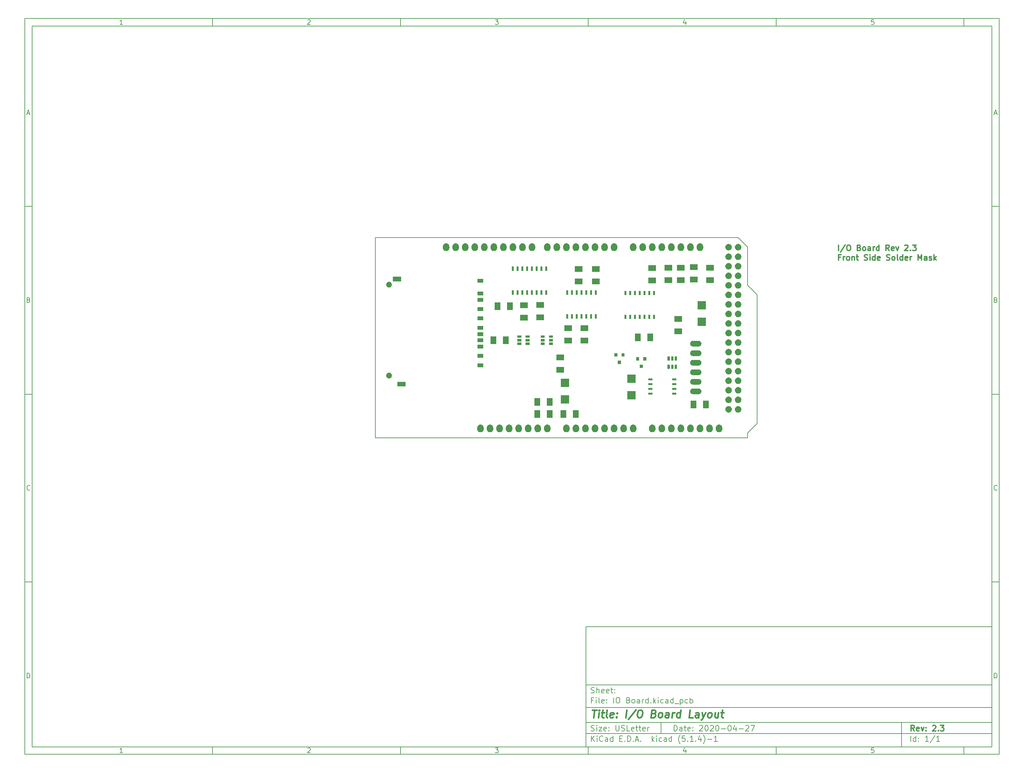
<source format=gbr>
G04 #@! TF.GenerationSoftware,KiCad,Pcbnew,(5.1.4)-1*
G04 #@! TF.CreationDate,2020-04-27T14:37:10-04:00*
G04 #@! TF.ProjectId,IO Board,494f2042-6f61-4726-942e-6b696361645f,2.3*
G04 #@! TF.SameCoordinates,Original*
G04 #@! TF.FileFunction,Soldermask,Top*
G04 #@! TF.FilePolarity,Negative*
%FSLAX46Y46*%
G04 Gerber Fmt 4.6, Leading zero omitted, Abs format (unit mm)*
G04 Created by KiCad (PCBNEW (5.1.4)-1) date 2020-04-27 14:37:10*
%MOMM*%
%LPD*%
G04 APERTURE LIST*
%ADD10C,0.100000*%
%ADD11C,0.150000*%
%ADD12C,0.300000*%
%ADD13C,0.400000*%
G04 APERTURE END LIST*
D10*
D11*
X159400000Y-171900000D02*
X159400000Y-203900000D01*
X267400000Y-203900000D01*
X267400000Y-171900000D01*
X159400000Y-171900000D01*
D10*
D11*
X10000000Y-10000000D02*
X10000000Y-205900000D01*
X269400000Y-205900000D01*
X269400000Y-10000000D01*
X10000000Y-10000000D01*
D10*
D11*
X12000000Y-12000000D02*
X12000000Y-203900000D01*
X267400000Y-203900000D01*
X267400000Y-12000000D01*
X12000000Y-12000000D01*
D10*
D11*
X60000000Y-12000000D02*
X60000000Y-10000000D01*
D10*
D11*
X110000000Y-12000000D02*
X110000000Y-10000000D01*
D10*
D11*
X160000000Y-12000000D02*
X160000000Y-10000000D01*
D10*
D11*
X210000000Y-12000000D02*
X210000000Y-10000000D01*
D10*
D11*
X260000000Y-12000000D02*
X260000000Y-10000000D01*
D10*
D11*
X36065476Y-11588095D02*
X35322619Y-11588095D01*
X35694047Y-11588095D02*
X35694047Y-10288095D01*
X35570238Y-10473809D01*
X35446428Y-10597619D01*
X35322619Y-10659523D01*
D10*
D11*
X85322619Y-10411904D02*
X85384523Y-10350000D01*
X85508333Y-10288095D01*
X85817857Y-10288095D01*
X85941666Y-10350000D01*
X86003571Y-10411904D01*
X86065476Y-10535714D01*
X86065476Y-10659523D01*
X86003571Y-10845238D01*
X85260714Y-11588095D01*
X86065476Y-11588095D01*
D10*
D11*
X135260714Y-10288095D02*
X136065476Y-10288095D01*
X135632142Y-10783333D01*
X135817857Y-10783333D01*
X135941666Y-10845238D01*
X136003571Y-10907142D01*
X136065476Y-11030952D01*
X136065476Y-11340476D01*
X136003571Y-11464285D01*
X135941666Y-11526190D01*
X135817857Y-11588095D01*
X135446428Y-11588095D01*
X135322619Y-11526190D01*
X135260714Y-11464285D01*
D10*
D11*
X185941666Y-10721428D02*
X185941666Y-11588095D01*
X185632142Y-10226190D02*
X185322619Y-11154761D01*
X186127380Y-11154761D01*
D10*
D11*
X236003571Y-10288095D02*
X235384523Y-10288095D01*
X235322619Y-10907142D01*
X235384523Y-10845238D01*
X235508333Y-10783333D01*
X235817857Y-10783333D01*
X235941666Y-10845238D01*
X236003571Y-10907142D01*
X236065476Y-11030952D01*
X236065476Y-11340476D01*
X236003571Y-11464285D01*
X235941666Y-11526190D01*
X235817857Y-11588095D01*
X235508333Y-11588095D01*
X235384523Y-11526190D01*
X235322619Y-11464285D01*
D10*
D11*
X60000000Y-203900000D02*
X60000000Y-205900000D01*
D10*
D11*
X110000000Y-203900000D02*
X110000000Y-205900000D01*
D10*
D11*
X160000000Y-203900000D02*
X160000000Y-205900000D01*
D10*
D11*
X210000000Y-203900000D02*
X210000000Y-205900000D01*
D10*
D11*
X260000000Y-203900000D02*
X260000000Y-205900000D01*
D10*
D11*
X36065476Y-205488095D02*
X35322619Y-205488095D01*
X35694047Y-205488095D02*
X35694047Y-204188095D01*
X35570238Y-204373809D01*
X35446428Y-204497619D01*
X35322619Y-204559523D01*
D10*
D11*
X85322619Y-204311904D02*
X85384523Y-204250000D01*
X85508333Y-204188095D01*
X85817857Y-204188095D01*
X85941666Y-204250000D01*
X86003571Y-204311904D01*
X86065476Y-204435714D01*
X86065476Y-204559523D01*
X86003571Y-204745238D01*
X85260714Y-205488095D01*
X86065476Y-205488095D01*
D10*
D11*
X135260714Y-204188095D02*
X136065476Y-204188095D01*
X135632142Y-204683333D01*
X135817857Y-204683333D01*
X135941666Y-204745238D01*
X136003571Y-204807142D01*
X136065476Y-204930952D01*
X136065476Y-205240476D01*
X136003571Y-205364285D01*
X135941666Y-205426190D01*
X135817857Y-205488095D01*
X135446428Y-205488095D01*
X135322619Y-205426190D01*
X135260714Y-205364285D01*
D10*
D11*
X185941666Y-204621428D02*
X185941666Y-205488095D01*
X185632142Y-204126190D02*
X185322619Y-205054761D01*
X186127380Y-205054761D01*
D10*
D11*
X236003571Y-204188095D02*
X235384523Y-204188095D01*
X235322619Y-204807142D01*
X235384523Y-204745238D01*
X235508333Y-204683333D01*
X235817857Y-204683333D01*
X235941666Y-204745238D01*
X236003571Y-204807142D01*
X236065476Y-204930952D01*
X236065476Y-205240476D01*
X236003571Y-205364285D01*
X235941666Y-205426190D01*
X235817857Y-205488095D01*
X235508333Y-205488095D01*
X235384523Y-205426190D01*
X235322619Y-205364285D01*
D10*
D11*
X10000000Y-60000000D02*
X12000000Y-60000000D01*
D10*
D11*
X10000000Y-110000000D02*
X12000000Y-110000000D01*
D10*
D11*
X10000000Y-160000000D02*
X12000000Y-160000000D01*
D10*
D11*
X10690476Y-35216666D02*
X11309523Y-35216666D01*
X10566666Y-35588095D02*
X11000000Y-34288095D01*
X11433333Y-35588095D01*
D10*
D11*
X11092857Y-84907142D02*
X11278571Y-84969047D01*
X11340476Y-85030952D01*
X11402380Y-85154761D01*
X11402380Y-85340476D01*
X11340476Y-85464285D01*
X11278571Y-85526190D01*
X11154761Y-85588095D01*
X10659523Y-85588095D01*
X10659523Y-84288095D01*
X11092857Y-84288095D01*
X11216666Y-84350000D01*
X11278571Y-84411904D01*
X11340476Y-84535714D01*
X11340476Y-84659523D01*
X11278571Y-84783333D01*
X11216666Y-84845238D01*
X11092857Y-84907142D01*
X10659523Y-84907142D01*
D10*
D11*
X11402380Y-135464285D02*
X11340476Y-135526190D01*
X11154761Y-135588095D01*
X11030952Y-135588095D01*
X10845238Y-135526190D01*
X10721428Y-135402380D01*
X10659523Y-135278571D01*
X10597619Y-135030952D01*
X10597619Y-134845238D01*
X10659523Y-134597619D01*
X10721428Y-134473809D01*
X10845238Y-134350000D01*
X11030952Y-134288095D01*
X11154761Y-134288095D01*
X11340476Y-134350000D01*
X11402380Y-134411904D01*
D10*
D11*
X10659523Y-185588095D02*
X10659523Y-184288095D01*
X10969047Y-184288095D01*
X11154761Y-184350000D01*
X11278571Y-184473809D01*
X11340476Y-184597619D01*
X11402380Y-184845238D01*
X11402380Y-185030952D01*
X11340476Y-185278571D01*
X11278571Y-185402380D01*
X11154761Y-185526190D01*
X10969047Y-185588095D01*
X10659523Y-185588095D01*
D10*
D11*
X269400000Y-60000000D02*
X267400000Y-60000000D01*
D10*
D11*
X269400000Y-110000000D02*
X267400000Y-110000000D01*
D10*
D11*
X269400000Y-160000000D02*
X267400000Y-160000000D01*
D10*
D11*
X268090476Y-35216666D02*
X268709523Y-35216666D01*
X267966666Y-35588095D02*
X268400000Y-34288095D01*
X268833333Y-35588095D01*
D10*
D11*
X268492857Y-84907142D02*
X268678571Y-84969047D01*
X268740476Y-85030952D01*
X268802380Y-85154761D01*
X268802380Y-85340476D01*
X268740476Y-85464285D01*
X268678571Y-85526190D01*
X268554761Y-85588095D01*
X268059523Y-85588095D01*
X268059523Y-84288095D01*
X268492857Y-84288095D01*
X268616666Y-84350000D01*
X268678571Y-84411904D01*
X268740476Y-84535714D01*
X268740476Y-84659523D01*
X268678571Y-84783333D01*
X268616666Y-84845238D01*
X268492857Y-84907142D01*
X268059523Y-84907142D01*
D10*
D11*
X268802380Y-135464285D02*
X268740476Y-135526190D01*
X268554761Y-135588095D01*
X268430952Y-135588095D01*
X268245238Y-135526190D01*
X268121428Y-135402380D01*
X268059523Y-135278571D01*
X267997619Y-135030952D01*
X267997619Y-134845238D01*
X268059523Y-134597619D01*
X268121428Y-134473809D01*
X268245238Y-134350000D01*
X268430952Y-134288095D01*
X268554761Y-134288095D01*
X268740476Y-134350000D01*
X268802380Y-134411904D01*
D10*
D11*
X268059523Y-185588095D02*
X268059523Y-184288095D01*
X268369047Y-184288095D01*
X268554761Y-184350000D01*
X268678571Y-184473809D01*
X268740476Y-184597619D01*
X268802380Y-184845238D01*
X268802380Y-185030952D01*
X268740476Y-185278571D01*
X268678571Y-185402380D01*
X268554761Y-185526190D01*
X268369047Y-185588095D01*
X268059523Y-185588095D01*
D10*
D11*
X182832142Y-199678571D02*
X182832142Y-198178571D01*
X183189285Y-198178571D01*
X183403571Y-198250000D01*
X183546428Y-198392857D01*
X183617857Y-198535714D01*
X183689285Y-198821428D01*
X183689285Y-199035714D01*
X183617857Y-199321428D01*
X183546428Y-199464285D01*
X183403571Y-199607142D01*
X183189285Y-199678571D01*
X182832142Y-199678571D01*
X184975000Y-199678571D02*
X184975000Y-198892857D01*
X184903571Y-198750000D01*
X184760714Y-198678571D01*
X184475000Y-198678571D01*
X184332142Y-198750000D01*
X184975000Y-199607142D02*
X184832142Y-199678571D01*
X184475000Y-199678571D01*
X184332142Y-199607142D01*
X184260714Y-199464285D01*
X184260714Y-199321428D01*
X184332142Y-199178571D01*
X184475000Y-199107142D01*
X184832142Y-199107142D01*
X184975000Y-199035714D01*
X185475000Y-198678571D02*
X186046428Y-198678571D01*
X185689285Y-198178571D02*
X185689285Y-199464285D01*
X185760714Y-199607142D01*
X185903571Y-199678571D01*
X186046428Y-199678571D01*
X187117857Y-199607142D02*
X186975000Y-199678571D01*
X186689285Y-199678571D01*
X186546428Y-199607142D01*
X186475000Y-199464285D01*
X186475000Y-198892857D01*
X186546428Y-198750000D01*
X186689285Y-198678571D01*
X186975000Y-198678571D01*
X187117857Y-198750000D01*
X187189285Y-198892857D01*
X187189285Y-199035714D01*
X186475000Y-199178571D01*
X187832142Y-199535714D02*
X187903571Y-199607142D01*
X187832142Y-199678571D01*
X187760714Y-199607142D01*
X187832142Y-199535714D01*
X187832142Y-199678571D01*
X187832142Y-198750000D02*
X187903571Y-198821428D01*
X187832142Y-198892857D01*
X187760714Y-198821428D01*
X187832142Y-198750000D01*
X187832142Y-198892857D01*
X189617857Y-198321428D02*
X189689285Y-198250000D01*
X189832142Y-198178571D01*
X190189285Y-198178571D01*
X190332142Y-198250000D01*
X190403571Y-198321428D01*
X190475000Y-198464285D01*
X190475000Y-198607142D01*
X190403571Y-198821428D01*
X189546428Y-199678571D01*
X190475000Y-199678571D01*
X191403571Y-198178571D02*
X191546428Y-198178571D01*
X191689285Y-198250000D01*
X191760714Y-198321428D01*
X191832142Y-198464285D01*
X191903571Y-198750000D01*
X191903571Y-199107142D01*
X191832142Y-199392857D01*
X191760714Y-199535714D01*
X191689285Y-199607142D01*
X191546428Y-199678571D01*
X191403571Y-199678571D01*
X191260714Y-199607142D01*
X191189285Y-199535714D01*
X191117857Y-199392857D01*
X191046428Y-199107142D01*
X191046428Y-198750000D01*
X191117857Y-198464285D01*
X191189285Y-198321428D01*
X191260714Y-198250000D01*
X191403571Y-198178571D01*
X192475000Y-198321428D02*
X192546428Y-198250000D01*
X192689285Y-198178571D01*
X193046428Y-198178571D01*
X193189285Y-198250000D01*
X193260714Y-198321428D01*
X193332142Y-198464285D01*
X193332142Y-198607142D01*
X193260714Y-198821428D01*
X192403571Y-199678571D01*
X193332142Y-199678571D01*
X194260714Y-198178571D02*
X194403571Y-198178571D01*
X194546428Y-198250000D01*
X194617857Y-198321428D01*
X194689285Y-198464285D01*
X194760714Y-198750000D01*
X194760714Y-199107142D01*
X194689285Y-199392857D01*
X194617857Y-199535714D01*
X194546428Y-199607142D01*
X194403571Y-199678571D01*
X194260714Y-199678571D01*
X194117857Y-199607142D01*
X194046428Y-199535714D01*
X193975000Y-199392857D01*
X193903571Y-199107142D01*
X193903571Y-198750000D01*
X193975000Y-198464285D01*
X194046428Y-198321428D01*
X194117857Y-198250000D01*
X194260714Y-198178571D01*
X195403571Y-199107142D02*
X196546428Y-199107142D01*
X197546428Y-198178571D02*
X197689285Y-198178571D01*
X197832142Y-198250000D01*
X197903571Y-198321428D01*
X197975000Y-198464285D01*
X198046428Y-198750000D01*
X198046428Y-199107142D01*
X197975000Y-199392857D01*
X197903571Y-199535714D01*
X197832142Y-199607142D01*
X197689285Y-199678571D01*
X197546428Y-199678571D01*
X197403571Y-199607142D01*
X197332142Y-199535714D01*
X197260714Y-199392857D01*
X197189285Y-199107142D01*
X197189285Y-198750000D01*
X197260714Y-198464285D01*
X197332142Y-198321428D01*
X197403571Y-198250000D01*
X197546428Y-198178571D01*
X199332142Y-198678571D02*
X199332142Y-199678571D01*
X198975000Y-198107142D02*
X198617857Y-199178571D01*
X199546428Y-199178571D01*
X200117857Y-199107142D02*
X201260714Y-199107142D01*
X201903571Y-198321428D02*
X201975000Y-198250000D01*
X202117857Y-198178571D01*
X202475000Y-198178571D01*
X202617857Y-198250000D01*
X202689285Y-198321428D01*
X202760714Y-198464285D01*
X202760714Y-198607142D01*
X202689285Y-198821428D01*
X201832142Y-199678571D01*
X202760714Y-199678571D01*
X203260714Y-198178571D02*
X204260714Y-198178571D01*
X203617857Y-199678571D01*
D10*
D11*
X159400000Y-200400000D02*
X267400000Y-200400000D01*
D10*
D11*
X160832142Y-202478571D02*
X160832142Y-200978571D01*
X161689285Y-202478571D02*
X161046428Y-201621428D01*
X161689285Y-200978571D02*
X160832142Y-201835714D01*
X162332142Y-202478571D02*
X162332142Y-201478571D01*
X162332142Y-200978571D02*
X162260714Y-201050000D01*
X162332142Y-201121428D01*
X162403571Y-201050000D01*
X162332142Y-200978571D01*
X162332142Y-201121428D01*
X163903571Y-202335714D02*
X163832142Y-202407142D01*
X163617857Y-202478571D01*
X163475000Y-202478571D01*
X163260714Y-202407142D01*
X163117857Y-202264285D01*
X163046428Y-202121428D01*
X162975000Y-201835714D01*
X162975000Y-201621428D01*
X163046428Y-201335714D01*
X163117857Y-201192857D01*
X163260714Y-201050000D01*
X163475000Y-200978571D01*
X163617857Y-200978571D01*
X163832142Y-201050000D01*
X163903571Y-201121428D01*
X165189285Y-202478571D02*
X165189285Y-201692857D01*
X165117857Y-201550000D01*
X164975000Y-201478571D01*
X164689285Y-201478571D01*
X164546428Y-201550000D01*
X165189285Y-202407142D02*
X165046428Y-202478571D01*
X164689285Y-202478571D01*
X164546428Y-202407142D01*
X164475000Y-202264285D01*
X164475000Y-202121428D01*
X164546428Y-201978571D01*
X164689285Y-201907142D01*
X165046428Y-201907142D01*
X165189285Y-201835714D01*
X166546428Y-202478571D02*
X166546428Y-200978571D01*
X166546428Y-202407142D02*
X166403571Y-202478571D01*
X166117857Y-202478571D01*
X165975000Y-202407142D01*
X165903571Y-202335714D01*
X165832142Y-202192857D01*
X165832142Y-201764285D01*
X165903571Y-201621428D01*
X165975000Y-201550000D01*
X166117857Y-201478571D01*
X166403571Y-201478571D01*
X166546428Y-201550000D01*
X168403571Y-201692857D02*
X168903571Y-201692857D01*
X169117857Y-202478571D02*
X168403571Y-202478571D01*
X168403571Y-200978571D01*
X169117857Y-200978571D01*
X169760714Y-202335714D02*
X169832142Y-202407142D01*
X169760714Y-202478571D01*
X169689285Y-202407142D01*
X169760714Y-202335714D01*
X169760714Y-202478571D01*
X170475000Y-202478571D02*
X170475000Y-200978571D01*
X170832142Y-200978571D01*
X171046428Y-201050000D01*
X171189285Y-201192857D01*
X171260714Y-201335714D01*
X171332142Y-201621428D01*
X171332142Y-201835714D01*
X171260714Y-202121428D01*
X171189285Y-202264285D01*
X171046428Y-202407142D01*
X170832142Y-202478571D01*
X170475000Y-202478571D01*
X171975000Y-202335714D02*
X172046428Y-202407142D01*
X171975000Y-202478571D01*
X171903571Y-202407142D01*
X171975000Y-202335714D01*
X171975000Y-202478571D01*
X172617857Y-202050000D02*
X173332142Y-202050000D01*
X172475000Y-202478571D02*
X172975000Y-200978571D01*
X173475000Y-202478571D01*
X173975000Y-202335714D02*
X174046428Y-202407142D01*
X173975000Y-202478571D01*
X173903571Y-202407142D01*
X173975000Y-202335714D01*
X173975000Y-202478571D01*
X176975000Y-202478571D02*
X176975000Y-200978571D01*
X177117857Y-201907142D02*
X177546428Y-202478571D01*
X177546428Y-201478571D02*
X176975000Y-202050000D01*
X178189285Y-202478571D02*
X178189285Y-201478571D01*
X178189285Y-200978571D02*
X178117857Y-201050000D01*
X178189285Y-201121428D01*
X178260714Y-201050000D01*
X178189285Y-200978571D01*
X178189285Y-201121428D01*
X179546428Y-202407142D02*
X179403571Y-202478571D01*
X179117857Y-202478571D01*
X178975000Y-202407142D01*
X178903571Y-202335714D01*
X178832142Y-202192857D01*
X178832142Y-201764285D01*
X178903571Y-201621428D01*
X178975000Y-201550000D01*
X179117857Y-201478571D01*
X179403571Y-201478571D01*
X179546428Y-201550000D01*
X180832142Y-202478571D02*
X180832142Y-201692857D01*
X180760714Y-201550000D01*
X180617857Y-201478571D01*
X180332142Y-201478571D01*
X180189285Y-201550000D01*
X180832142Y-202407142D02*
X180689285Y-202478571D01*
X180332142Y-202478571D01*
X180189285Y-202407142D01*
X180117857Y-202264285D01*
X180117857Y-202121428D01*
X180189285Y-201978571D01*
X180332142Y-201907142D01*
X180689285Y-201907142D01*
X180832142Y-201835714D01*
X182189285Y-202478571D02*
X182189285Y-200978571D01*
X182189285Y-202407142D02*
X182046428Y-202478571D01*
X181760714Y-202478571D01*
X181617857Y-202407142D01*
X181546428Y-202335714D01*
X181475000Y-202192857D01*
X181475000Y-201764285D01*
X181546428Y-201621428D01*
X181617857Y-201550000D01*
X181760714Y-201478571D01*
X182046428Y-201478571D01*
X182189285Y-201550000D01*
X184475000Y-203050000D02*
X184403571Y-202978571D01*
X184260714Y-202764285D01*
X184189285Y-202621428D01*
X184117857Y-202407142D01*
X184046428Y-202050000D01*
X184046428Y-201764285D01*
X184117857Y-201407142D01*
X184189285Y-201192857D01*
X184260714Y-201050000D01*
X184403571Y-200835714D01*
X184475000Y-200764285D01*
X185760714Y-200978571D02*
X185046428Y-200978571D01*
X184975000Y-201692857D01*
X185046428Y-201621428D01*
X185189285Y-201550000D01*
X185546428Y-201550000D01*
X185689285Y-201621428D01*
X185760714Y-201692857D01*
X185832142Y-201835714D01*
X185832142Y-202192857D01*
X185760714Y-202335714D01*
X185689285Y-202407142D01*
X185546428Y-202478571D01*
X185189285Y-202478571D01*
X185046428Y-202407142D01*
X184975000Y-202335714D01*
X186475000Y-202335714D02*
X186546428Y-202407142D01*
X186475000Y-202478571D01*
X186403571Y-202407142D01*
X186475000Y-202335714D01*
X186475000Y-202478571D01*
X187975000Y-202478571D02*
X187117857Y-202478571D01*
X187546428Y-202478571D02*
X187546428Y-200978571D01*
X187403571Y-201192857D01*
X187260714Y-201335714D01*
X187117857Y-201407142D01*
X188617857Y-202335714D02*
X188689285Y-202407142D01*
X188617857Y-202478571D01*
X188546428Y-202407142D01*
X188617857Y-202335714D01*
X188617857Y-202478571D01*
X189975000Y-201478571D02*
X189975000Y-202478571D01*
X189617857Y-200907142D02*
X189260714Y-201978571D01*
X190189285Y-201978571D01*
X190617857Y-203050000D02*
X190689285Y-202978571D01*
X190832142Y-202764285D01*
X190903571Y-202621428D01*
X190975000Y-202407142D01*
X191046428Y-202050000D01*
X191046428Y-201764285D01*
X190975000Y-201407142D01*
X190903571Y-201192857D01*
X190832142Y-201050000D01*
X190689285Y-200835714D01*
X190617857Y-200764285D01*
X191760714Y-201907142D02*
X192903571Y-201907142D01*
X194403571Y-202478571D02*
X193546428Y-202478571D01*
X193975000Y-202478571D02*
X193975000Y-200978571D01*
X193832142Y-201192857D01*
X193689285Y-201335714D01*
X193546428Y-201407142D01*
D10*
D11*
X159400000Y-197400000D02*
X267400000Y-197400000D01*
D10*
D12*
X246809285Y-199678571D02*
X246309285Y-198964285D01*
X245952142Y-199678571D02*
X245952142Y-198178571D01*
X246523571Y-198178571D01*
X246666428Y-198250000D01*
X246737857Y-198321428D01*
X246809285Y-198464285D01*
X246809285Y-198678571D01*
X246737857Y-198821428D01*
X246666428Y-198892857D01*
X246523571Y-198964285D01*
X245952142Y-198964285D01*
X248023571Y-199607142D02*
X247880714Y-199678571D01*
X247595000Y-199678571D01*
X247452142Y-199607142D01*
X247380714Y-199464285D01*
X247380714Y-198892857D01*
X247452142Y-198750000D01*
X247595000Y-198678571D01*
X247880714Y-198678571D01*
X248023571Y-198750000D01*
X248095000Y-198892857D01*
X248095000Y-199035714D01*
X247380714Y-199178571D01*
X248595000Y-198678571D02*
X248952142Y-199678571D01*
X249309285Y-198678571D01*
X249880714Y-199535714D02*
X249952142Y-199607142D01*
X249880714Y-199678571D01*
X249809285Y-199607142D01*
X249880714Y-199535714D01*
X249880714Y-199678571D01*
X249880714Y-198750000D02*
X249952142Y-198821428D01*
X249880714Y-198892857D01*
X249809285Y-198821428D01*
X249880714Y-198750000D01*
X249880714Y-198892857D01*
X251666428Y-198321428D02*
X251737857Y-198250000D01*
X251880714Y-198178571D01*
X252237857Y-198178571D01*
X252380714Y-198250000D01*
X252452142Y-198321428D01*
X252523571Y-198464285D01*
X252523571Y-198607142D01*
X252452142Y-198821428D01*
X251595000Y-199678571D01*
X252523571Y-199678571D01*
X253166428Y-199535714D02*
X253237857Y-199607142D01*
X253166428Y-199678571D01*
X253095000Y-199607142D01*
X253166428Y-199535714D01*
X253166428Y-199678571D01*
X253737857Y-198178571D02*
X254666428Y-198178571D01*
X254166428Y-198750000D01*
X254380714Y-198750000D01*
X254523571Y-198821428D01*
X254595000Y-198892857D01*
X254666428Y-199035714D01*
X254666428Y-199392857D01*
X254595000Y-199535714D01*
X254523571Y-199607142D01*
X254380714Y-199678571D01*
X253952142Y-199678571D01*
X253809285Y-199607142D01*
X253737857Y-199535714D01*
D10*
D11*
X160760714Y-199607142D02*
X160975000Y-199678571D01*
X161332142Y-199678571D01*
X161475000Y-199607142D01*
X161546428Y-199535714D01*
X161617857Y-199392857D01*
X161617857Y-199250000D01*
X161546428Y-199107142D01*
X161475000Y-199035714D01*
X161332142Y-198964285D01*
X161046428Y-198892857D01*
X160903571Y-198821428D01*
X160832142Y-198750000D01*
X160760714Y-198607142D01*
X160760714Y-198464285D01*
X160832142Y-198321428D01*
X160903571Y-198250000D01*
X161046428Y-198178571D01*
X161403571Y-198178571D01*
X161617857Y-198250000D01*
X162260714Y-199678571D02*
X162260714Y-198678571D01*
X162260714Y-198178571D02*
X162189285Y-198250000D01*
X162260714Y-198321428D01*
X162332142Y-198250000D01*
X162260714Y-198178571D01*
X162260714Y-198321428D01*
X162832142Y-198678571D02*
X163617857Y-198678571D01*
X162832142Y-199678571D01*
X163617857Y-199678571D01*
X164760714Y-199607142D02*
X164617857Y-199678571D01*
X164332142Y-199678571D01*
X164189285Y-199607142D01*
X164117857Y-199464285D01*
X164117857Y-198892857D01*
X164189285Y-198750000D01*
X164332142Y-198678571D01*
X164617857Y-198678571D01*
X164760714Y-198750000D01*
X164832142Y-198892857D01*
X164832142Y-199035714D01*
X164117857Y-199178571D01*
X165475000Y-199535714D02*
X165546428Y-199607142D01*
X165475000Y-199678571D01*
X165403571Y-199607142D01*
X165475000Y-199535714D01*
X165475000Y-199678571D01*
X165475000Y-198750000D02*
X165546428Y-198821428D01*
X165475000Y-198892857D01*
X165403571Y-198821428D01*
X165475000Y-198750000D01*
X165475000Y-198892857D01*
X167332142Y-198178571D02*
X167332142Y-199392857D01*
X167403571Y-199535714D01*
X167475000Y-199607142D01*
X167617857Y-199678571D01*
X167903571Y-199678571D01*
X168046428Y-199607142D01*
X168117857Y-199535714D01*
X168189285Y-199392857D01*
X168189285Y-198178571D01*
X168832142Y-199607142D02*
X169046428Y-199678571D01*
X169403571Y-199678571D01*
X169546428Y-199607142D01*
X169617857Y-199535714D01*
X169689285Y-199392857D01*
X169689285Y-199250000D01*
X169617857Y-199107142D01*
X169546428Y-199035714D01*
X169403571Y-198964285D01*
X169117857Y-198892857D01*
X168975000Y-198821428D01*
X168903571Y-198750000D01*
X168832142Y-198607142D01*
X168832142Y-198464285D01*
X168903571Y-198321428D01*
X168975000Y-198250000D01*
X169117857Y-198178571D01*
X169475000Y-198178571D01*
X169689285Y-198250000D01*
X171046428Y-199678571D02*
X170332142Y-199678571D01*
X170332142Y-198178571D01*
X172117857Y-199607142D02*
X171975000Y-199678571D01*
X171689285Y-199678571D01*
X171546428Y-199607142D01*
X171475000Y-199464285D01*
X171475000Y-198892857D01*
X171546428Y-198750000D01*
X171689285Y-198678571D01*
X171975000Y-198678571D01*
X172117857Y-198750000D01*
X172189285Y-198892857D01*
X172189285Y-199035714D01*
X171475000Y-199178571D01*
X172617857Y-198678571D02*
X173189285Y-198678571D01*
X172832142Y-198178571D02*
X172832142Y-199464285D01*
X172903571Y-199607142D01*
X173046428Y-199678571D01*
X173189285Y-199678571D01*
X173475000Y-198678571D02*
X174046428Y-198678571D01*
X173689285Y-198178571D02*
X173689285Y-199464285D01*
X173760714Y-199607142D01*
X173903571Y-199678571D01*
X174046428Y-199678571D01*
X175117857Y-199607142D02*
X174975000Y-199678571D01*
X174689285Y-199678571D01*
X174546428Y-199607142D01*
X174475000Y-199464285D01*
X174475000Y-198892857D01*
X174546428Y-198750000D01*
X174689285Y-198678571D01*
X174975000Y-198678571D01*
X175117857Y-198750000D01*
X175189285Y-198892857D01*
X175189285Y-199035714D01*
X174475000Y-199178571D01*
X175832142Y-199678571D02*
X175832142Y-198678571D01*
X175832142Y-198964285D02*
X175903571Y-198821428D01*
X175975000Y-198750000D01*
X176117857Y-198678571D01*
X176260714Y-198678571D01*
D10*
D11*
X245832142Y-202478571D02*
X245832142Y-200978571D01*
X247189285Y-202478571D02*
X247189285Y-200978571D01*
X247189285Y-202407142D02*
X247046428Y-202478571D01*
X246760714Y-202478571D01*
X246617857Y-202407142D01*
X246546428Y-202335714D01*
X246475000Y-202192857D01*
X246475000Y-201764285D01*
X246546428Y-201621428D01*
X246617857Y-201550000D01*
X246760714Y-201478571D01*
X247046428Y-201478571D01*
X247189285Y-201550000D01*
X247903571Y-202335714D02*
X247975000Y-202407142D01*
X247903571Y-202478571D01*
X247832142Y-202407142D01*
X247903571Y-202335714D01*
X247903571Y-202478571D01*
X247903571Y-201550000D02*
X247975000Y-201621428D01*
X247903571Y-201692857D01*
X247832142Y-201621428D01*
X247903571Y-201550000D01*
X247903571Y-201692857D01*
X250546428Y-202478571D02*
X249689285Y-202478571D01*
X250117857Y-202478571D02*
X250117857Y-200978571D01*
X249975000Y-201192857D01*
X249832142Y-201335714D01*
X249689285Y-201407142D01*
X252260714Y-200907142D02*
X250975000Y-202835714D01*
X253546428Y-202478571D02*
X252689285Y-202478571D01*
X253117857Y-202478571D02*
X253117857Y-200978571D01*
X252975000Y-201192857D01*
X252832142Y-201335714D01*
X252689285Y-201407142D01*
D10*
D11*
X159400000Y-193400000D02*
X267400000Y-193400000D01*
D10*
D13*
X161112380Y-194104761D02*
X162255238Y-194104761D01*
X161433809Y-196104761D02*
X161683809Y-194104761D01*
X162671904Y-196104761D02*
X162838571Y-194771428D01*
X162921904Y-194104761D02*
X162814761Y-194200000D01*
X162898095Y-194295238D01*
X163005238Y-194200000D01*
X162921904Y-194104761D01*
X162898095Y-194295238D01*
X163505238Y-194771428D02*
X164267142Y-194771428D01*
X163874285Y-194104761D02*
X163660000Y-195819047D01*
X163731428Y-196009523D01*
X163910000Y-196104761D01*
X164100476Y-196104761D01*
X165052857Y-196104761D02*
X164874285Y-196009523D01*
X164802857Y-195819047D01*
X165017142Y-194104761D01*
X166588571Y-196009523D02*
X166386190Y-196104761D01*
X166005238Y-196104761D01*
X165826666Y-196009523D01*
X165755238Y-195819047D01*
X165850476Y-195057142D01*
X165969523Y-194866666D01*
X166171904Y-194771428D01*
X166552857Y-194771428D01*
X166731428Y-194866666D01*
X166802857Y-195057142D01*
X166779047Y-195247619D01*
X165802857Y-195438095D01*
X167552857Y-195914285D02*
X167636190Y-196009523D01*
X167529047Y-196104761D01*
X167445714Y-196009523D01*
X167552857Y-195914285D01*
X167529047Y-196104761D01*
X167683809Y-194866666D02*
X167767142Y-194961904D01*
X167660000Y-195057142D01*
X167576666Y-194961904D01*
X167683809Y-194866666D01*
X167660000Y-195057142D01*
X170005238Y-196104761D02*
X170255238Y-194104761D01*
X172648095Y-194009523D02*
X170612380Y-196580952D01*
X173683809Y-194104761D02*
X174064761Y-194104761D01*
X174243333Y-194200000D01*
X174410000Y-194390476D01*
X174457619Y-194771428D01*
X174374285Y-195438095D01*
X174231428Y-195819047D01*
X174017142Y-196009523D01*
X173814761Y-196104761D01*
X173433809Y-196104761D01*
X173255238Y-196009523D01*
X173088571Y-195819047D01*
X173040952Y-195438095D01*
X173124285Y-194771428D01*
X173267142Y-194390476D01*
X173481428Y-194200000D01*
X173683809Y-194104761D01*
X177469523Y-195057142D02*
X177743333Y-195152380D01*
X177826666Y-195247619D01*
X177898095Y-195438095D01*
X177862380Y-195723809D01*
X177743333Y-195914285D01*
X177636190Y-196009523D01*
X177433809Y-196104761D01*
X176671904Y-196104761D01*
X176921904Y-194104761D01*
X177588571Y-194104761D01*
X177767142Y-194200000D01*
X177850476Y-194295238D01*
X177921904Y-194485714D01*
X177898095Y-194676190D01*
X177779047Y-194866666D01*
X177671904Y-194961904D01*
X177469523Y-195057142D01*
X176802857Y-195057142D01*
X178957619Y-196104761D02*
X178779047Y-196009523D01*
X178695714Y-195914285D01*
X178624285Y-195723809D01*
X178695714Y-195152380D01*
X178814761Y-194961904D01*
X178921904Y-194866666D01*
X179124285Y-194771428D01*
X179410000Y-194771428D01*
X179588571Y-194866666D01*
X179671904Y-194961904D01*
X179743333Y-195152380D01*
X179671904Y-195723809D01*
X179552857Y-195914285D01*
X179445714Y-196009523D01*
X179243333Y-196104761D01*
X178957619Y-196104761D01*
X181338571Y-196104761D02*
X181469523Y-195057142D01*
X181398095Y-194866666D01*
X181219523Y-194771428D01*
X180838571Y-194771428D01*
X180636190Y-194866666D01*
X181350476Y-196009523D02*
X181148095Y-196104761D01*
X180671904Y-196104761D01*
X180493333Y-196009523D01*
X180421904Y-195819047D01*
X180445714Y-195628571D01*
X180564761Y-195438095D01*
X180767142Y-195342857D01*
X181243333Y-195342857D01*
X181445714Y-195247619D01*
X182290952Y-196104761D02*
X182457619Y-194771428D01*
X182410000Y-195152380D02*
X182529047Y-194961904D01*
X182636190Y-194866666D01*
X182838571Y-194771428D01*
X183029047Y-194771428D01*
X184386190Y-196104761D02*
X184636190Y-194104761D01*
X184398095Y-196009523D02*
X184195714Y-196104761D01*
X183814761Y-196104761D01*
X183636190Y-196009523D01*
X183552857Y-195914285D01*
X183481428Y-195723809D01*
X183552857Y-195152380D01*
X183671904Y-194961904D01*
X183779047Y-194866666D01*
X183981428Y-194771428D01*
X184362380Y-194771428D01*
X184540952Y-194866666D01*
X187814761Y-196104761D02*
X186862380Y-196104761D01*
X187112380Y-194104761D01*
X189338571Y-196104761D02*
X189469523Y-195057142D01*
X189398095Y-194866666D01*
X189219523Y-194771428D01*
X188838571Y-194771428D01*
X188636190Y-194866666D01*
X189350476Y-196009523D02*
X189148095Y-196104761D01*
X188671904Y-196104761D01*
X188493333Y-196009523D01*
X188421904Y-195819047D01*
X188445714Y-195628571D01*
X188564761Y-195438095D01*
X188767142Y-195342857D01*
X189243333Y-195342857D01*
X189445714Y-195247619D01*
X190267142Y-194771428D02*
X190576666Y-196104761D01*
X191219523Y-194771428D02*
X190576666Y-196104761D01*
X190326666Y-196580952D01*
X190219523Y-196676190D01*
X190017142Y-196771428D01*
X192100476Y-196104761D02*
X191921904Y-196009523D01*
X191838571Y-195914285D01*
X191767142Y-195723809D01*
X191838571Y-195152380D01*
X191957619Y-194961904D01*
X192064761Y-194866666D01*
X192267142Y-194771428D01*
X192552857Y-194771428D01*
X192731428Y-194866666D01*
X192814761Y-194961904D01*
X192886190Y-195152380D01*
X192814761Y-195723809D01*
X192695714Y-195914285D01*
X192588571Y-196009523D01*
X192386190Y-196104761D01*
X192100476Y-196104761D01*
X194648095Y-194771428D02*
X194481428Y-196104761D01*
X193790952Y-194771428D02*
X193660000Y-195819047D01*
X193731428Y-196009523D01*
X193910000Y-196104761D01*
X194195714Y-196104761D01*
X194398095Y-196009523D01*
X194505238Y-195914285D01*
X195314761Y-194771428D02*
X196076666Y-194771428D01*
X195683809Y-194104761D02*
X195469523Y-195819047D01*
X195540952Y-196009523D01*
X195719523Y-196104761D01*
X195910000Y-196104761D01*
D10*
D11*
X161332142Y-191492857D02*
X160832142Y-191492857D01*
X160832142Y-192278571D02*
X160832142Y-190778571D01*
X161546428Y-190778571D01*
X162117857Y-192278571D02*
X162117857Y-191278571D01*
X162117857Y-190778571D02*
X162046428Y-190850000D01*
X162117857Y-190921428D01*
X162189285Y-190850000D01*
X162117857Y-190778571D01*
X162117857Y-190921428D01*
X163046428Y-192278571D02*
X162903571Y-192207142D01*
X162832142Y-192064285D01*
X162832142Y-190778571D01*
X164189285Y-192207142D02*
X164046428Y-192278571D01*
X163760714Y-192278571D01*
X163617857Y-192207142D01*
X163546428Y-192064285D01*
X163546428Y-191492857D01*
X163617857Y-191350000D01*
X163760714Y-191278571D01*
X164046428Y-191278571D01*
X164189285Y-191350000D01*
X164260714Y-191492857D01*
X164260714Y-191635714D01*
X163546428Y-191778571D01*
X164903571Y-192135714D02*
X164975000Y-192207142D01*
X164903571Y-192278571D01*
X164832142Y-192207142D01*
X164903571Y-192135714D01*
X164903571Y-192278571D01*
X164903571Y-191350000D02*
X164975000Y-191421428D01*
X164903571Y-191492857D01*
X164832142Y-191421428D01*
X164903571Y-191350000D01*
X164903571Y-191492857D01*
X166760714Y-192278571D02*
X166760714Y-190778571D01*
X167760714Y-190778571D02*
X168046428Y-190778571D01*
X168189285Y-190850000D01*
X168332142Y-190992857D01*
X168403571Y-191278571D01*
X168403571Y-191778571D01*
X168332142Y-192064285D01*
X168189285Y-192207142D01*
X168046428Y-192278571D01*
X167760714Y-192278571D01*
X167617857Y-192207142D01*
X167475000Y-192064285D01*
X167403571Y-191778571D01*
X167403571Y-191278571D01*
X167475000Y-190992857D01*
X167617857Y-190850000D01*
X167760714Y-190778571D01*
X170689285Y-191492857D02*
X170903571Y-191564285D01*
X170975000Y-191635714D01*
X171046428Y-191778571D01*
X171046428Y-191992857D01*
X170975000Y-192135714D01*
X170903571Y-192207142D01*
X170760714Y-192278571D01*
X170189285Y-192278571D01*
X170189285Y-190778571D01*
X170689285Y-190778571D01*
X170832142Y-190850000D01*
X170903571Y-190921428D01*
X170975000Y-191064285D01*
X170975000Y-191207142D01*
X170903571Y-191350000D01*
X170832142Y-191421428D01*
X170689285Y-191492857D01*
X170189285Y-191492857D01*
X171903571Y-192278571D02*
X171760714Y-192207142D01*
X171689285Y-192135714D01*
X171617857Y-191992857D01*
X171617857Y-191564285D01*
X171689285Y-191421428D01*
X171760714Y-191350000D01*
X171903571Y-191278571D01*
X172117857Y-191278571D01*
X172260714Y-191350000D01*
X172332142Y-191421428D01*
X172403571Y-191564285D01*
X172403571Y-191992857D01*
X172332142Y-192135714D01*
X172260714Y-192207142D01*
X172117857Y-192278571D01*
X171903571Y-192278571D01*
X173689285Y-192278571D02*
X173689285Y-191492857D01*
X173617857Y-191350000D01*
X173475000Y-191278571D01*
X173189285Y-191278571D01*
X173046428Y-191350000D01*
X173689285Y-192207142D02*
X173546428Y-192278571D01*
X173189285Y-192278571D01*
X173046428Y-192207142D01*
X172975000Y-192064285D01*
X172975000Y-191921428D01*
X173046428Y-191778571D01*
X173189285Y-191707142D01*
X173546428Y-191707142D01*
X173689285Y-191635714D01*
X174403571Y-192278571D02*
X174403571Y-191278571D01*
X174403571Y-191564285D02*
X174475000Y-191421428D01*
X174546428Y-191350000D01*
X174689285Y-191278571D01*
X174832142Y-191278571D01*
X175975000Y-192278571D02*
X175975000Y-190778571D01*
X175975000Y-192207142D02*
X175832142Y-192278571D01*
X175546428Y-192278571D01*
X175403571Y-192207142D01*
X175332142Y-192135714D01*
X175260714Y-191992857D01*
X175260714Y-191564285D01*
X175332142Y-191421428D01*
X175403571Y-191350000D01*
X175546428Y-191278571D01*
X175832142Y-191278571D01*
X175975000Y-191350000D01*
X176689285Y-192135714D02*
X176760714Y-192207142D01*
X176689285Y-192278571D01*
X176617857Y-192207142D01*
X176689285Y-192135714D01*
X176689285Y-192278571D01*
X177403571Y-192278571D02*
X177403571Y-190778571D01*
X177546428Y-191707142D02*
X177975000Y-192278571D01*
X177975000Y-191278571D02*
X177403571Y-191850000D01*
X178617857Y-192278571D02*
X178617857Y-191278571D01*
X178617857Y-190778571D02*
X178546428Y-190850000D01*
X178617857Y-190921428D01*
X178689285Y-190850000D01*
X178617857Y-190778571D01*
X178617857Y-190921428D01*
X179975000Y-192207142D02*
X179832142Y-192278571D01*
X179546428Y-192278571D01*
X179403571Y-192207142D01*
X179332142Y-192135714D01*
X179260714Y-191992857D01*
X179260714Y-191564285D01*
X179332142Y-191421428D01*
X179403571Y-191350000D01*
X179546428Y-191278571D01*
X179832142Y-191278571D01*
X179975000Y-191350000D01*
X181260714Y-192278571D02*
X181260714Y-191492857D01*
X181189285Y-191350000D01*
X181046428Y-191278571D01*
X180760714Y-191278571D01*
X180617857Y-191350000D01*
X181260714Y-192207142D02*
X181117857Y-192278571D01*
X180760714Y-192278571D01*
X180617857Y-192207142D01*
X180546428Y-192064285D01*
X180546428Y-191921428D01*
X180617857Y-191778571D01*
X180760714Y-191707142D01*
X181117857Y-191707142D01*
X181260714Y-191635714D01*
X182617857Y-192278571D02*
X182617857Y-190778571D01*
X182617857Y-192207142D02*
X182475000Y-192278571D01*
X182189285Y-192278571D01*
X182046428Y-192207142D01*
X181975000Y-192135714D01*
X181903571Y-191992857D01*
X181903571Y-191564285D01*
X181975000Y-191421428D01*
X182046428Y-191350000D01*
X182189285Y-191278571D01*
X182475000Y-191278571D01*
X182617857Y-191350000D01*
X182975000Y-192421428D02*
X184117857Y-192421428D01*
X184475000Y-191278571D02*
X184475000Y-192778571D01*
X184475000Y-191350000D02*
X184617857Y-191278571D01*
X184903571Y-191278571D01*
X185046428Y-191350000D01*
X185117857Y-191421428D01*
X185189285Y-191564285D01*
X185189285Y-191992857D01*
X185117857Y-192135714D01*
X185046428Y-192207142D01*
X184903571Y-192278571D01*
X184617857Y-192278571D01*
X184475000Y-192207142D01*
X186475000Y-192207142D02*
X186332142Y-192278571D01*
X186046428Y-192278571D01*
X185903571Y-192207142D01*
X185832142Y-192135714D01*
X185760714Y-191992857D01*
X185760714Y-191564285D01*
X185832142Y-191421428D01*
X185903571Y-191350000D01*
X186046428Y-191278571D01*
X186332142Y-191278571D01*
X186475000Y-191350000D01*
X187117857Y-192278571D02*
X187117857Y-190778571D01*
X187117857Y-191350000D02*
X187260714Y-191278571D01*
X187546428Y-191278571D01*
X187689285Y-191350000D01*
X187760714Y-191421428D01*
X187832142Y-191564285D01*
X187832142Y-191992857D01*
X187760714Y-192135714D01*
X187689285Y-192207142D01*
X187546428Y-192278571D01*
X187260714Y-192278571D01*
X187117857Y-192207142D01*
D10*
D11*
X159400000Y-187400000D02*
X267400000Y-187400000D01*
D10*
D11*
X160760714Y-189507142D02*
X160975000Y-189578571D01*
X161332142Y-189578571D01*
X161475000Y-189507142D01*
X161546428Y-189435714D01*
X161617857Y-189292857D01*
X161617857Y-189150000D01*
X161546428Y-189007142D01*
X161475000Y-188935714D01*
X161332142Y-188864285D01*
X161046428Y-188792857D01*
X160903571Y-188721428D01*
X160832142Y-188650000D01*
X160760714Y-188507142D01*
X160760714Y-188364285D01*
X160832142Y-188221428D01*
X160903571Y-188150000D01*
X161046428Y-188078571D01*
X161403571Y-188078571D01*
X161617857Y-188150000D01*
X162260714Y-189578571D02*
X162260714Y-188078571D01*
X162903571Y-189578571D02*
X162903571Y-188792857D01*
X162832142Y-188650000D01*
X162689285Y-188578571D01*
X162475000Y-188578571D01*
X162332142Y-188650000D01*
X162260714Y-188721428D01*
X164189285Y-189507142D02*
X164046428Y-189578571D01*
X163760714Y-189578571D01*
X163617857Y-189507142D01*
X163546428Y-189364285D01*
X163546428Y-188792857D01*
X163617857Y-188650000D01*
X163760714Y-188578571D01*
X164046428Y-188578571D01*
X164189285Y-188650000D01*
X164260714Y-188792857D01*
X164260714Y-188935714D01*
X163546428Y-189078571D01*
X165475000Y-189507142D02*
X165332142Y-189578571D01*
X165046428Y-189578571D01*
X164903571Y-189507142D01*
X164832142Y-189364285D01*
X164832142Y-188792857D01*
X164903571Y-188650000D01*
X165046428Y-188578571D01*
X165332142Y-188578571D01*
X165475000Y-188650000D01*
X165546428Y-188792857D01*
X165546428Y-188935714D01*
X164832142Y-189078571D01*
X165975000Y-188578571D02*
X166546428Y-188578571D01*
X166189285Y-188078571D02*
X166189285Y-189364285D01*
X166260714Y-189507142D01*
X166403571Y-189578571D01*
X166546428Y-189578571D01*
X167046428Y-189435714D02*
X167117857Y-189507142D01*
X167046428Y-189578571D01*
X166975000Y-189507142D01*
X167046428Y-189435714D01*
X167046428Y-189578571D01*
X167046428Y-188650000D02*
X167117857Y-188721428D01*
X167046428Y-188792857D01*
X166975000Y-188721428D01*
X167046428Y-188650000D01*
X167046428Y-188792857D01*
D10*
D11*
X179400000Y-197400000D02*
X179400000Y-200400000D01*
D10*
D11*
X243400000Y-197400000D02*
X243400000Y-203900000D01*
D12*
X226612142Y-71793571D02*
X226612142Y-70293571D01*
X228397857Y-70222142D02*
X227112142Y-72150714D01*
X229183571Y-70293571D02*
X229469285Y-70293571D01*
X229612142Y-70365000D01*
X229755000Y-70507857D01*
X229826428Y-70793571D01*
X229826428Y-71293571D01*
X229755000Y-71579285D01*
X229612142Y-71722142D01*
X229469285Y-71793571D01*
X229183571Y-71793571D01*
X229040714Y-71722142D01*
X228897857Y-71579285D01*
X228826428Y-71293571D01*
X228826428Y-70793571D01*
X228897857Y-70507857D01*
X229040714Y-70365000D01*
X229183571Y-70293571D01*
X232112142Y-71007857D02*
X232326428Y-71079285D01*
X232397857Y-71150714D01*
X232469285Y-71293571D01*
X232469285Y-71507857D01*
X232397857Y-71650714D01*
X232326428Y-71722142D01*
X232183571Y-71793571D01*
X231612142Y-71793571D01*
X231612142Y-70293571D01*
X232112142Y-70293571D01*
X232255000Y-70365000D01*
X232326428Y-70436428D01*
X232397857Y-70579285D01*
X232397857Y-70722142D01*
X232326428Y-70865000D01*
X232255000Y-70936428D01*
X232112142Y-71007857D01*
X231612142Y-71007857D01*
X233326428Y-71793571D02*
X233183571Y-71722142D01*
X233112142Y-71650714D01*
X233040714Y-71507857D01*
X233040714Y-71079285D01*
X233112142Y-70936428D01*
X233183571Y-70865000D01*
X233326428Y-70793571D01*
X233540714Y-70793571D01*
X233683571Y-70865000D01*
X233755000Y-70936428D01*
X233826428Y-71079285D01*
X233826428Y-71507857D01*
X233755000Y-71650714D01*
X233683571Y-71722142D01*
X233540714Y-71793571D01*
X233326428Y-71793571D01*
X235112142Y-71793571D02*
X235112142Y-71007857D01*
X235040714Y-70865000D01*
X234897857Y-70793571D01*
X234612142Y-70793571D01*
X234469285Y-70865000D01*
X235112142Y-71722142D02*
X234969285Y-71793571D01*
X234612142Y-71793571D01*
X234469285Y-71722142D01*
X234397857Y-71579285D01*
X234397857Y-71436428D01*
X234469285Y-71293571D01*
X234612142Y-71222142D01*
X234969285Y-71222142D01*
X235112142Y-71150714D01*
X235826428Y-71793571D02*
X235826428Y-70793571D01*
X235826428Y-71079285D02*
X235897857Y-70936428D01*
X235969285Y-70865000D01*
X236112142Y-70793571D01*
X236255000Y-70793571D01*
X237397857Y-71793571D02*
X237397857Y-70293571D01*
X237397857Y-71722142D02*
X237255000Y-71793571D01*
X236969285Y-71793571D01*
X236826428Y-71722142D01*
X236755000Y-71650714D01*
X236683571Y-71507857D01*
X236683571Y-71079285D01*
X236755000Y-70936428D01*
X236826428Y-70865000D01*
X236969285Y-70793571D01*
X237255000Y-70793571D01*
X237397857Y-70865000D01*
X240112142Y-71793571D02*
X239612142Y-71079285D01*
X239255000Y-71793571D02*
X239255000Y-70293571D01*
X239826428Y-70293571D01*
X239969285Y-70365000D01*
X240040714Y-70436428D01*
X240112142Y-70579285D01*
X240112142Y-70793571D01*
X240040714Y-70936428D01*
X239969285Y-71007857D01*
X239826428Y-71079285D01*
X239255000Y-71079285D01*
X241326428Y-71722142D02*
X241183571Y-71793571D01*
X240897857Y-71793571D01*
X240755000Y-71722142D01*
X240683571Y-71579285D01*
X240683571Y-71007857D01*
X240755000Y-70865000D01*
X240897857Y-70793571D01*
X241183571Y-70793571D01*
X241326428Y-70865000D01*
X241397857Y-71007857D01*
X241397857Y-71150714D01*
X240683571Y-71293571D01*
X241897857Y-70793571D02*
X242255000Y-71793571D01*
X242612142Y-70793571D01*
X244255000Y-70436428D02*
X244326428Y-70365000D01*
X244469285Y-70293571D01*
X244826428Y-70293571D01*
X244969285Y-70365000D01*
X245040714Y-70436428D01*
X245112142Y-70579285D01*
X245112142Y-70722142D01*
X245040714Y-70936428D01*
X244183571Y-71793571D01*
X245112142Y-71793571D01*
X245755000Y-71650714D02*
X245826428Y-71722142D01*
X245755000Y-71793571D01*
X245683571Y-71722142D01*
X245755000Y-71650714D01*
X245755000Y-71793571D01*
X246326428Y-70293571D02*
X247255000Y-70293571D01*
X246755000Y-70865000D01*
X246969285Y-70865000D01*
X247112142Y-70936428D01*
X247183571Y-71007857D01*
X247255000Y-71150714D01*
X247255000Y-71507857D01*
X247183571Y-71650714D01*
X247112142Y-71722142D01*
X246969285Y-71793571D01*
X246540714Y-71793571D01*
X246397857Y-71722142D01*
X246326428Y-71650714D01*
X227112142Y-73557857D02*
X226612142Y-73557857D01*
X226612142Y-74343571D02*
X226612142Y-72843571D01*
X227326428Y-72843571D01*
X227897857Y-74343571D02*
X227897857Y-73343571D01*
X227897857Y-73629285D02*
X227969285Y-73486428D01*
X228040714Y-73415000D01*
X228183571Y-73343571D01*
X228326428Y-73343571D01*
X229040714Y-74343571D02*
X228897857Y-74272142D01*
X228826428Y-74200714D01*
X228755000Y-74057857D01*
X228755000Y-73629285D01*
X228826428Y-73486428D01*
X228897857Y-73415000D01*
X229040714Y-73343571D01*
X229255000Y-73343571D01*
X229397857Y-73415000D01*
X229469285Y-73486428D01*
X229540714Y-73629285D01*
X229540714Y-74057857D01*
X229469285Y-74200714D01*
X229397857Y-74272142D01*
X229255000Y-74343571D01*
X229040714Y-74343571D01*
X230183571Y-73343571D02*
X230183571Y-74343571D01*
X230183571Y-73486428D02*
X230255000Y-73415000D01*
X230397857Y-73343571D01*
X230612142Y-73343571D01*
X230755000Y-73415000D01*
X230826428Y-73557857D01*
X230826428Y-74343571D01*
X231326428Y-73343571D02*
X231897857Y-73343571D01*
X231540714Y-72843571D02*
X231540714Y-74129285D01*
X231612142Y-74272142D01*
X231755000Y-74343571D01*
X231897857Y-74343571D01*
X233469285Y-74272142D02*
X233683571Y-74343571D01*
X234040714Y-74343571D01*
X234183571Y-74272142D01*
X234255000Y-74200714D01*
X234326428Y-74057857D01*
X234326428Y-73915000D01*
X234255000Y-73772142D01*
X234183571Y-73700714D01*
X234040714Y-73629285D01*
X233755000Y-73557857D01*
X233612142Y-73486428D01*
X233540714Y-73415000D01*
X233469285Y-73272142D01*
X233469285Y-73129285D01*
X233540714Y-72986428D01*
X233612142Y-72915000D01*
X233755000Y-72843571D01*
X234112142Y-72843571D01*
X234326428Y-72915000D01*
X234969285Y-74343571D02*
X234969285Y-73343571D01*
X234969285Y-72843571D02*
X234897857Y-72915000D01*
X234969285Y-72986428D01*
X235040714Y-72915000D01*
X234969285Y-72843571D01*
X234969285Y-72986428D01*
X236326428Y-74343571D02*
X236326428Y-72843571D01*
X236326428Y-74272142D02*
X236183571Y-74343571D01*
X235897857Y-74343571D01*
X235755000Y-74272142D01*
X235683571Y-74200714D01*
X235612142Y-74057857D01*
X235612142Y-73629285D01*
X235683571Y-73486428D01*
X235755000Y-73415000D01*
X235897857Y-73343571D01*
X236183571Y-73343571D01*
X236326428Y-73415000D01*
X237612142Y-74272142D02*
X237469285Y-74343571D01*
X237183571Y-74343571D01*
X237040714Y-74272142D01*
X236969285Y-74129285D01*
X236969285Y-73557857D01*
X237040714Y-73415000D01*
X237183571Y-73343571D01*
X237469285Y-73343571D01*
X237612142Y-73415000D01*
X237683571Y-73557857D01*
X237683571Y-73700714D01*
X236969285Y-73843571D01*
X239397857Y-74272142D02*
X239612142Y-74343571D01*
X239969285Y-74343571D01*
X240112142Y-74272142D01*
X240183571Y-74200714D01*
X240255000Y-74057857D01*
X240255000Y-73915000D01*
X240183571Y-73772142D01*
X240112142Y-73700714D01*
X239969285Y-73629285D01*
X239683571Y-73557857D01*
X239540714Y-73486428D01*
X239469285Y-73415000D01*
X239397857Y-73272142D01*
X239397857Y-73129285D01*
X239469285Y-72986428D01*
X239540714Y-72915000D01*
X239683571Y-72843571D01*
X240040714Y-72843571D01*
X240255000Y-72915000D01*
X241112142Y-74343571D02*
X240969285Y-74272142D01*
X240897857Y-74200714D01*
X240826428Y-74057857D01*
X240826428Y-73629285D01*
X240897857Y-73486428D01*
X240969285Y-73415000D01*
X241112142Y-73343571D01*
X241326428Y-73343571D01*
X241469285Y-73415000D01*
X241540714Y-73486428D01*
X241612142Y-73629285D01*
X241612142Y-74057857D01*
X241540714Y-74200714D01*
X241469285Y-74272142D01*
X241326428Y-74343571D01*
X241112142Y-74343571D01*
X242469285Y-74343571D02*
X242326428Y-74272142D01*
X242255000Y-74129285D01*
X242255000Y-72843571D01*
X243683571Y-74343571D02*
X243683571Y-72843571D01*
X243683571Y-74272142D02*
X243540714Y-74343571D01*
X243255000Y-74343571D01*
X243112142Y-74272142D01*
X243040714Y-74200714D01*
X242969285Y-74057857D01*
X242969285Y-73629285D01*
X243040714Y-73486428D01*
X243112142Y-73415000D01*
X243255000Y-73343571D01*
X243540714Y-73343571D01*
X243683571Y-73415000D01*
X244969285Y-74272142D02*
X244826428Y-74343571D01*
X244540714Y-74343571D01*
X244397857Y-74272142D01*
X244326428Y-74129285D01*
X244326428Y-73557857D01*
X244397857Y-73415000D01*
X244540714Y-73343571D01*
X244826428Y-73343571D01*
X244969285Y-73415000D01*
X245040714Y-73557857D01*
X245040714Y-73700714D01*
X244326428Y-73843571D01*
X245683571Y-74343571D02*
X245683571Y-73343571D01*
X245683571Y-73629285D02*
X245755000Y-73486428D01*
X245826428Y-73415000D01*
X245969285Y-73343571D01*
X246112142Y-73343571D01*
X247755000Y-74343571D02*
X247755000Y-72843571D01*
X248255000Y-73915000D01*
X248755000Y-72843571D01*
X248755000Y-74343571D01*
X250112142Y-74343571D02*
X250112142Y-73557857D01*
X250040714Y-73415000D01*
X249897857Y-73343571D01*
X249612142Y-73343571D01*
X249469285Y-73415000D01*
X250112142Y-74272142D02*
X249969285Y-74343571D01*
X249612142Y-74343571D01*
X249469285Y-74272142D01*
X249397857Y-74129285D01*
X249397857Y-73986428D01*
X249469285Y-73843571D01*
X249612142Y-73772142D01*
X249969285Y-73772142D01*
X250112142Y-73700714D01*
X250755000Y-74272142D02*
X250897857Y-74343571D01*
X251183571Y-74343571D01*
X251326428Y-74272142D01*
X251397857Y-74129285D01*
X251397857Y-74057857D01*
X251326428Y-73915000D01*
X251183571Y-73843571D01*
X250969285Y-73843571D01*
X250826428Y-73772142D01*
X250755000Y-73629285D01*
X250755000Y-73557857D01*
X250826428Y-73415000D01*
X250969285Y-73343571D01*
X251183571Y-73343571D01*
X251326428Y-73415000D01*
X252040714Y-74343571D02*
X252040714Y-72843571D01*
X252183571Y-73772142D02*
X252612142Y-74343571D01*
X252612142Y-73343571D02*
X252040714Y-73915000D01*
D11*
X202438000Y-121666000D02*
X103378000Y-121666000D01*
X202438000Y-120396000D02*
X202438000Y-121666000D01*
X204978000Y-117856000D02*
X202438000Y-120396000D01*
X204978000Y-83566000D02*
X204978000Y-117856000D01*
X202438000Y-81026000D02*
X204978000Y-83566000D01*
X202438000Y-70866000D02*
X202438000Y-81026000D01*
X199898000Y-68326000D02*
X202438000Y-70866000D01*
X103378000Y-68326000D02*
X199898000Y-68326000D01*
X103378000Y-121666000D02*
X103378000Y-68326000D01*
D10*
G36*
X194987294Y-118122496D02*
G01*
X195107726Y-118159029D01*
X195150087Y-118171879D01*
X195300107Y-118252066D01*
X195300110Y-118252068D01*
X195300111Y-118252069D01*
X195431612Y-118359988D01*
X195539531Y-118491488D01*
X195539533Y-118491492D01*
X195539534Y-118491493D01*
X195619721Y-118641513D01*
X195619722Y-118641516D01*
X195669104Y-118804305D01*
X195681600Y-118931180D01*
X195681600Y-119320819D01*
X195669104Y-119447694D01*
X195632571Y-119568128D01*
X195619721Y-119610488D01*
X195539534Y-119760507D01*
X195539531Y-119760512D01*
X195431612Y-119892012D01*
X195300112Y-119999931D01*
X195300108Y-119999933D01*
X195300107Y-119999934D01*
X195150087Y-120080121D01*
X195150084Y-120080122D01*
X194987295Y-120129504D01*
X194818000Y-120146178D01*
X194648706Y-120129504D01*
X194485917Y-120080122D01*
X194485914Y-120080121D01*
X194335894Y-119999934D01*
X194335893Y-119999933D01*
X194335889Y-119999931D01*
X194204388Y-119892012D01*
X194096469Y-119760512D01*
X194016280Y-119610488D01*
X194016279Y-119610487D01*
X194016278Y-119610484D01*
X193966896Y-119447695D01*
X193954400Y-119320820D01*
X193954400Y-118931181D01*
X193966896Y-118804306D01*
X194016278Y-118641517D01*
X194016279Y-118641513D01*
X194096466Y-118491493D01*
X194096470Y-118491488D01*
X194204388Y-118359988D01*
X194335888Y-118252069D01*
X194335892Y-118252067D01*
X194335893Y-118252066D01*
X194485913Y-118171879D01*
X194485916Y-118171878D01*
X194648705Y-118122496D01*
X194818000Y-118105822D01*
X194987294Y-118122496D01*
X194987294Y-118122496D01*
G37*
G36*
X161967294Y-118122496D02*
G01*
X162087726Y-118159029D01*
X162130087Y-118171879D01*
X162280107Y-118252066D01*
X162280110Y-118252068D01*
X162280111Y-118252069D01*
X162411612Y-118359988D01*
X162519531Y-118491488D01*
X162519533Y-118491492D01*
X162519534Y-118491493D01*
X162599721Y-118641513D01*
X162599722Y-118641516D01*
X162649104Y-118804305D01*
X162661600Y-118931180D01*
X162661600Y-119320819D01*
X162649104Y-119447694D01*
X162612571Y-119568128D01*
X162599721Y-119610488D01*
X162519534Y-119760507D01*
X162519531Y-119760512D01*
X162411612Y-119892012D01*
X162280112Y-119999931D01*
X162280108Y-119999933D01*
X162280107Y-119999934D01*
X162130087Y-120080121D01*
X162130084Y-120080122D01*
X161967295Y-120129504D01*
X161798000Y-120146178D01*
X161628706Y-120129504D01*
X161465917Y-120080122D01*
X161465914Y-120080121D01*
X161315894Y-119999934D01*
X161315893Y-119999933D01*
X161315889Y-119999931D01*
X161184388Y-119892012D01*
X161076469Y-119760512D01*
X160996280Y-119610488D01*
X160996279Y-119610487D01*
X160996278Y-119610484D01*
X160946896Y-119447695D01*
X160934400Y-119320820D01*
X160934400Y-118931181D01*
X160946896Y-118804306D01*
X160996278Y-118641517D01*
X160996279Y-118641513D01*
X161076466Y-118491493D01*
X161076470Y-118491488D01*
X161184388Y-118359988D01*
X161315888Y-118252069D01*
X161315892Y-118252067D01*
X161315893Y-118252066D01*
X161465913Y-118171879D01*
X161465916Y-118171878D01*
X161628705Y-118122496D01*
X161798000Y-118105822D01*
X161967294Y-118122496D01*
X161967294Y-118122496D01*
G37*
G36*
X131487294Y-118122496D02*
G01*
X131607726Y-118159029D01*
X131650087Y-118171879D01*
X131800107Y-118252066D01*
X131800110Y-118252068D01*
X131800111Y-118252069D01*
X131931612Y-118359988D01*
X132039531Y-118491488D01*
X132039533Y-118491492D01*
X132039534Y-118491493D01*
X132119721Y-118641513D01*
X132119722Y-118641516D01*
X132169104Y-118804305D01*
X132181600Y-118931180D01*
X132181600Y-119320819D01*
X132169104Y-119447694D01*
X132132571Y-119568128D01*
X132119721Y-119610488D01*
X132039534Y-119760507D01*
X132039531Y-119760512D01*
X131931612Y-119892012D01*
X131800112Y-119999931D01*
X131800108Y-119999933D01*
X131800107Y-119999934D01*
X131650087Y-120080121D01*
X131650084Y-120080122D01*
X131487295Y-120129504D01*
X131318000Y-120146178D01*
X131148706Y-120129504D01*
X130985917Y-120080122D01*
X130985914Y-120080121D01*
X130835894Y-119999934D01*
X130835893Y-119999933D01*
X130835889Y-119999931D01*
X130704388Y-119892012D01*
X130596469Y-119760512D01*
X130516280Y-119610488D01*
X130516279Y-119610487D01*
X130516278Y-119610484D01*
X130466896Y-119447695D01*
X130454400Y-119320820D01*
X130454400Y-118931181D01*
X130466896Y-118804306D01*
X130516278Y-118641517D01*
X130516279Y-118641513D01*
X130596466Y-118491493D01*
X130596470Y-118491488D01*
X130704388Y-118359988D01*
X130835888Y-118252069D01*
X130835892Y-118252067D01*
X130835893Y-118252066D01*
X130985913Y-118171879D01*
X130985916Y-118171878D01*
X131148705Y-118122496D01*
X131318000Y-118105822D01*
X131487294Y-118122496D01*
X131487294Y-118122496D01*
G37*
G36*
X134027294Y-118122496D02*
G01*
X134147726Y-118159029D01*
X134190087Y-118171879D01*
X134340107Y-118252066D01*
X134340110Y-118252068D01*
X134340111Y-118252069D01*
X134471612Y-118359988D01*
X134579531Y-118491488D01*
X134579533Y-118491492D01*
X134579534Y-118491493D01*
X134659721Y-118641513D01*
X134659722Y-118641516D01*
X134709104Y-118804305D01*
X134721600Y-118931180D01*
X134721600Y-119320819D01*
X134709104Y-119447694D01*
X134672571Y-119568128D01*
X134659721Y-119610488D01*
X134579534Y-119760507D01*
X134579531Y-119760512D01*
X134471612Y-119892012D01*
X134340112Y-119999931D01*
X134340108Y-119999933D01*
X134340107Y-119999934D01*
X134190087Y-120080121D01*
X134190084Y-120080122D01*
X134027295Y-120129504D01*
X133858000Y-120146178D01*
X133688706Y-120129504D01*
X133525917Y-120080122D01*
X133525914Y-120080121D01*
X133375894Y-119999934D01*
X133375893Y-119999933D01*
X133375889Y-119999931D01*
X133244388Y-119892012D01*
X133136469Y-119760512D01*
X133056280Y-119610488D01*
X133056279Y-119610487D01*
X133056278Y-119610484D01*
X133006896Y-119447695D01*
X132994400Y-119320820D01*
X132994400Y-118931181D01*
X133006896Y-118804306D01*
X133056278Y-118641517D01*
X133056279Y-118641513D01*
X133136466Y-118491493D01*
X133136470Y-118491488D01*
X133244388Y-118359988D01*
X133375888Y-118252069D01*
X133375892Y-118252067D01*
X133375893Y-118252066D01*
X133525913Y-118171879D01*
X133525916Y-118171878D01*
X133688705Y-118122496D01*
X133858000Y-118105822D01*
X134027294Y-118122496D01*
X134027294Y-118122496D01*
G37*
G36*
X136567294Y-118122496D02*
G01*
X136687726Y-118159029D01*
X136730087Y-118171879D01*
X136880107Y-118252066D01*
X136880110Y-118252068D01*
X136880111Y-118252069D01*
X137011612Y-118359988D01*
X137119531Y-118491488D01*
X137119533Y-118491492D01*
X137119534Y-118491493D01*
X137199721Y-118641513D01*
X137199722Y-118641516D01*
X137249104Y-118804305D01*
X137261600Y-118931180D01*
X137261600Y-119320819D01*
X137249104Y-119447694D01*
X137212571Y-119568128D01*
X137199721Y-119610488D01*
X137119534Y-119760507D01*
X137119531Y-119760512D01*
X137011612Y-119892012D01*
X136880112Y-119999931D01*
X136880108Y-119999933D01*
X136880107Y-119999934D01*
X136730087Y-120080121D01*
X136730084Y-120080122D01*
X136567295Y-120129504D01*
X136398000Y-120146178D01*
X136228706Y-120129504D01*
X136065917Y-120080122D01*
X136065914Y-120080121D01*
X135915894Y-119999934D01*
X135915893Y-119999933D01*
X135915889Y-119999931D01*
X135784388Y-119892012D01*
X135676469Y-119760512D01*
X135596280Y-119610488D01*
X135596279Y-119610487D01*
X135596278Y-119610484D01*
X135546896Y-119447695D01*
X135534400Y-119320820D01*
X135534400Y-118931181D01*
X135546896Y-118804306D01*
X135596278Y-118641517D01*
X135596279Y-118641513D01*
X135676466Y-118491493D01*
X135676470Y-118491488D01*
X135784388Y-118359988D01*
X135915888Y-118252069D01*
X135915892Y-118252067D01*
X135915893Y-118252066D01*
X136065913Y-118171879D01*
X136065916Y-118171878D01*
X136228705Y-118122496D01*
X136398000Y-118105822D01*
X136567294Y-118122496D01*
X136567294Y-118122496D01*
G37*
G36*
X139107294Y-118122496D02*
G01*
X139227726Y-118159029D01*
X139270087Y-118171879D01*
X139420107Y-118252066D01*
X139420110Y-118252068D01*
X139420111Y-118252069D01*
X139551612Y-118359988D01*
X139659531Y-118491488D01*
X139659533Y-118491492D01*
X139659534Y-118491493D01*
X139739721Y-118641513D01*
X139739722Y-118641516D01*
X139789104Y-118804305D01*
X139801600Y-118931180D01*
X139801600Y-119320819D01*
X139789104Y-119447694D01*
X139752571Y-119568128D01*
X139739721Y-119610488D01*
X139659534Y-119760507D01*
X139659531Y-119760512D01*
X139551612Y-119892012D01*
X139420112Y-119999931D01*
X139420108Y-119999933D01*
X139420107Y-119999934D01*
X139270087Y-120080121D01*
X139270084Y-120080122D01*
X139107295Y-120129504D01*
X138938000Y-120146178D01*
X138768706Y-120129504D01*
X138605917Y-120080122D01*
X138605914Y-120080121D01*
X138455894Y-119999934D01*
X138455893Y-119999933D01*
X138455889Y-119999931D01*
X138324388Y-119892012D01*
X138216469Y-119760512D01*
X138136280Y-119610488D01*
X138136279Y-119610487D01*
X138136278Y-119610484D01*
X138086896Y-119447695D01*
X138074400Y-119320820D01*
X138074400Y-118931181D01*
X138086896Y-118804306D01*
X138136278Y-118641517D01*
X138136279Y-118641513D01*
X138216466Y-118491493D01*
X138216470Y-118491488D01*
X138324388Y-118359988D01*
X138455888Y-118252069D01*
X138455892Y-118252067D01*
X138455893Y-118252066D01*
X138605913Y-118171879D01*
X138605916Y-118171878D01*
X138768705Y-118122496D01*
X138938000Y-118105822D01*
X139107294Y-118122496D01*
X139107294Y-118122496D01*
G37*
G36*
X141647294Y-118122496D02*
G01*
X141767726Y-118159029D01*
X141810087Y-118171879D01*
X141960107Y-118252066D01*
X141960110Y-118252068D01*
X141960111Y-118252069D01*
X142091612Y-118359988D01*
X142199531Y-118491488D01*
X142199533Y-118491492D01*
X142199534Y-118491493D01*
X142279721Y-118641513D01*
X142279722Y-118641516D01*
X142329104Y-118804305D01*
X142341600Y-118931180D01*
X142341600Y-119320819D01*
X142329104Y-119447694D01*
X142292571Y-119568128D01*
X142279721Y-119610488D01*
X142199534Y-119760507D01*
X142199531Y-119760512D01*
X142091612Y-119892012D01*
X141960112Y-119999931D01*
X141960108Y-119999933D01*
X141960107Y-119999934D01*
X141810087Y-120080121D01*
X141810084Y-120080122D01*
X141647295Y-120129504D01*
X141478000Y-120146178D01*
X141308706Y-120129504D01*
X141145917Y-120080122D01*
X141145914Y-120080121D01*
X140995894Y-119999934D01*
X140995893Y-119999933D01*
X140995889Y-119999931D01*
X140864388Y-119892012D01*
X140756469Y-119760512D01*
X140676280Y-119610488D01*
X140676279Y-119610487D01*
X140676278Y-119610484D01*
X140626896Y-119447695D01*
X140614400Y-119320820D01*
X140614400Y-118931181D01*
X140626896Y-118804306D01*
X140676278Y-118641517D01*
X140676279Y-118641513D01*
X140756466Y-118491493D01*
X140756470Y-118491488D01*
X140864388Y-118359988D01*
X140995888Y-118252069D01*
X140995892Y-118252067D01*
X140995893Y-118252066D01*
X141145913Y-118171879D01*
X141145916Y-118171878D01*
X141308705Y-118122496D01*
X141478000Y-118105822D01*
X141647294Y-118122496D01*
X141647294Y-118122496D01*
G37*
G36*
X144187294Y-118122496D02*
G01*
X144307726Y-118159029D01*
X144350087Y-118171879D01*
X144500107Y-118252066D01*
X144500110Y-118252068D01*
X144500111Y-118252069D01*
X144631612Y-118359988D01*
X144739531Y-118491488D01*
X144739533Y-118491492D01*
X144739534Y-118491493D01*
X144819721Y-118641513D01*
X144819722Y-118641516D01*
X144869104Y-118804305D01*
X144881600Y-118931180D01*
X144881600Y-119320819D01*
X144869104Y-119447694D01*
X144832571Y-119568128D01*
X144819721Y-119610488D01*
X144739534Y-119760507D01*
X144739531Y-119760512D01*
X144631612Y-119892012D01*
X144500112Y-119999931D01*
X144500108Y-119999933D01*
X144500107Y-119999934D01*
X144350087Y-120080121D01*
X144350084Y-120080122D01*
X144187295Y-120129504D01*
X144018000Y-120146178D01*
X143848706Y-120129504D01*
X143685917Y-120080122D01*
X143685914Y-120080121D01*
X143535894Y-119999934D01*
X143535893Y-119999933D01*
X143535889Y-119999931D01*
X143404388Y-119892012D01*
X143296469Y-119760512D01*
X143216280Y-119610488D01*
X143216279Y-119610487D01*
X143216278Y-119610484D01*
X143166896Y-119447695D01*
X143154400Y-119320820D01*
X143154400Y-118931181D01*
X143166896Y-118804306D01*
X143216278Y-118641517D01*
X143216279Y-118641513D01*
X143296466Y-118491493D01*
X143296470Y-118491488D01*
X143404388Y-118359988D01*
X143535888Y-118252069D01*
X143535892Y-118252067D01*
X143535893Y-118252066D01*
X143685913Y-118171879D01*
X143685916Y-118171878D01*
X143848705Y-118122496D01*
X144018000Y-118105822D01*
X144187294Y-118122496D01*
X144187294Y-118122496D01*
G37*
G36*
X146727294Y-118122496D02*
G01*
X146847726Y-118159029D01*
X146890087Y-118171879D01*
X147040107Y-118252066D01*
X147040110Y-118252068D01*
X147040111Y-118252069D01*
X147171612Y-118359988D01*
X147279531Y-118491488D01*
X147279533Y-118491492D01*
X147279534Y-118491493D01*
X147359721Y-118641513D01*
X147359722Y-118641516D01*
X147409104Y-118804305D01*
X147421600Y-118931180D01*
X147421600Y-119320819D01*
X147409104Y-119447694D01*
X147372571Y-119568128D01*
X147359721Y-119610488D01*
X147279534Y-119760507D01*
X147279531Y-119760512D01*
X147171612Y-119892012D01*
X147040112Y-119999931D01*
X147040108Y-119999933D01*
X147040107Y-119999934D01*
X146890087Y-120080121D01*
X146890084Y-120080122D01*
X146727295Y-120129504D01*
X146558000Y-120146178D01*
X146388706Y-120129504D01*
X146225917Y-120080122D01*
X146225914Y-120080121D01*
X146075894Y-119999934D01*
X146075893Y-119999933D01*
X146075889Y-119999931D01*
X145944388Y-119892012D01*
X145836469Y-119760512D01*
X145756280Y-119610488D01*
X145756279Y-119610487D01*
X145756278Y-119610484D01*
X145706896Y-119447695D01*
X145694400Y-119320820D01*
X145694400Y-118931181D01*
X145706896Y-118804306D01*
X145756278Y-118641517D01*
X145756279Y-118641513D01*
X145836466Y-118491493D01*
X145836470Y-118491488D01*
X145944388Y-118359988D01*
X146075888Y-118252069D01*
X146075892Y-118252067D01*
X146075893Y-118252066D01*
X146225913Y-118171879D01*
X146225916Y-118171878D01*
X146388705Y-118122496D01*
X146558000Y-118105822D01*
X146727294Y-118122496D01*
X146727294Y-118122496D01*
G37*
G36*
X149267294Y-118122496D02*
G01*
X149387726Y-118159029D01*
X149430087Y-118171879D01*
X149580107Y-118252066D01*
X149580110Y-118252068D01*
X149580111Y-118252069D01*
X149711612Y-118359988D01*
X149819531Y-118491488D01*
X149819533Y-118491492D01*
X149819534Y-118491493D01*
X149899721Y-118641513D01*
X149899722Y-118641516D01*
X149949104Y-118804305D01*
X149961600Y-118931180D01*
X149961600Y-119320819D01*
X149949104Y-119447694D01*
X149912571Y-119568128D01*
X149899721Y-119610488D01*
X149819534Y-119760507D01*
X149819531Y-119760512D01*
X149711612Y-119892012D01*
X149580112Y-119999931D01*
X149580108Y-119999933D01*
X149580107Y-119999934D01*
X149430087Y-120080121D01*
X149430084Y-120080122D01*
X149267295Y-120129504D01*
X149098000Y-120146178D01*
X148928706Y-120129504D01*
X148765917Y-120080122D01*
X148765914Y-120080121D01*
X148615894Y-119999934D01*
X148615893Y-119999933D01*
X148615889Y-119999931D01*
X148484388Y-119892012D01*
X148376469Y-119760512D01*
X148296280Y-119610488D01*
X148296279Y-119610487D01*
X148296278Y-119610484D01*
X148246896Y-119447695D01*
X148234400Y-119320820D01*
X148234400Y-118931181D01*
X148246896Y-118804306D01*
X148296278Y-118641517D01*
X148296279Y-118641513D01*
X148376466Y-118491493D01*
X148376470Y-118491488D01*
X148484388Y-118359988D01*
X148615888Y-118252069D01*
X148615892Y-118252067D01*
X148615893Y-118252066D01*
X148765913Y-118171879D01*
X148765916Y-118171878D01*
X148928705Y-118122496D01*
X149098000Y-118105822D01*
X149267294Y-118122496D01*
X149267294Y-118122496D01*
G37*
G36*
X154347294Y-118122496D02*
G01*
X154467726Y-118159029D01*
X154510087Y-118171879D01*
X154660107Y-118252066D01*
X154660110Y-118252068D01*
X154660111Y-118252069D01*
X154791612Y-118359988D01*
X154899531Y-118491488D01*
X154899533Y-118491492D01*
X154899534Y-118491493D01*
X154979721Y-118641513D01*
X154979722Y-118641516D01*
X155029104Y-118804305D01*
X155041600Y-118931180D01*
X155041600Y-119320819D01*
X155029104Y-119447694D01*
X154992571Y-119568128D01*
X154979721Y-119610488D01*
X154899534Y-119760507D01*
X154899531Y-119760512D01*
X154791612Y-119892012D01*
X154660112Y-119999931D01*
X154660108Y-119999933D01*
X154660107Y-119999934D01*
X154510087Y-120080121D01*
X154510084Y-120080122D01*
X154347295Y-120129504D01*
X154178000Y-120146178D01*
X154008706Y-120129504D01*
X153845917Y-120080122D01*
X153845914Y-120080121D01*
X153695894Y-119999934D01*
X153695893Y-119999933D01*
X153695889Y-119999931D01*
X153564388Y-119892012D01*
X153456469Y-119760512D01*
X153376280Y-119610488D01*
X153376279Y-119610487D01*
X153376278Y-119610484D01*
X153326896Y-119447695D01*
X153314400Y-119320820D01*
X153314400Y-118931181D01*
X153326896Y-118804306D01*
X153376278Y-118641517D01*
X153376279Y-118641513D01*
X153456466Y-118491493D01*
X153456470Y-118491488D01*
X153564388Y-118359988D01*
X153695888Y-118252069D01*
X153695892Y-118252067D01*
X153695893Y-118252066D01*
X153845913Y-118171879D01*
X153845916Y-118171878D01*
X154008705Y-118122496D01*
X154178000Y-118105822D01*
X154347294Y-118122496D01*
X154347294Y-118122496D01*
G37*
G36*
X156887294Y-118122496D02*
G01*
X157007726Y-118159029D01*
X157050087Y-118171879D01*
X157200107Y-118252066D01*
X157200110Y-118252068D01*
X157200111Y-118252069D01*
X157331612Y-118359988D01*
X157439531Y-118491488D01*
X157439533Y-118491492D01*
X157439534Y-118491493D01*
X157519721Y-118641513D01*
X157519722Y-118641516D01*
X157569104Y-118804305D01*
X157581600Y-118931180D01*
X157581600Y-119320819D01*
X157569104Y-119447694D01*
X157532571Y-119568128D01*
X157519721Y-119610488D01*
X157439534Y-119760507D01*
X157439531Y-119760512D01*
X157331612Y-119892012D01*
X157200112Y-119999931D01*
X157200108Y-119999933D01*
X157200107Y-119999934D01*
X157050087Y-120080121D01*
X157050084Y-120080122D01*
X156887295Y-120129504D01*
X156718000Y-120146178D01*
X156548706Y-120129504D01*
X156385917Y-120080122D01*
X156385914Y-120080121D01*
X156235894Y-119999934D01*
X156235893Y-119999933D01*
X156235889Y-119999931D01*
X156104388Y-119892012D01*
X155996469Y-119760512D01*
X155916280Y-119610488D01*
X155916279Y-119610487D01*
X155916278Y-119610484D01*
X155866896Y-119447695D01*
X155854400Y-119320820D01*
X155854400Y-118931181D01*
X155866896Y-118804306D01*
X155916278Y-118641517D01*
X155916279Y-118641513D01*
X155996466Y-118491493D01*
X155996470Y-118491488D01*
X156104388Y-118359988D01*
X156235888Y-118252069D01*
X156235892Y-118252067D01*
X156235893Y-118252066D01*
X156385913Y-118171879D01*
X156385916Y-118171878D01*
X156548705Y-118122496D01*
X156718000Y-118105822D01*
X156887294Y-118122496D01*
X156887294Y-118122496D01*
G37*
G36*
X159427294Y-118122496D02*
G01*
X159547726Y-118159029D01*
X159590087Y-118171879D01*
X159740107Y-118252066D01*
X159740110Y-118252068D01*
X159740111Y-118252069D01*
X159871612Y-118359988D01*
X159979531Y-118491488D01*
X159979533Y-118491492D01*
X159979534Y-118491493D01*
X160059721Y-118641513D01*
X160059722Y-118641516D01*
X160109104Y-118804305D01*
X160121600Y-118931180D01*
X160121600Y-119320819D01*
X160109104Y-119447694D01*
X160072571Y-119568128D01*
X160059721Y-119610488D01*
X159979534Y-119760507D01*
X159979531Y-119760512D01*
X159871612Y-119892012D01*
X159740112Y-119999931D01*
X159740108Y-119999933D01*
X159740107Y-119999934D01*
X159590087Y-120080121D01*
X159590084Y-120080122D01*
X159427295Y-120129504D01*
X159258000Y-120146178D01*
X159088706Y-120129504D01*
X158925917Y-120080122D01*
X158925914Y-120080121D01*
X158775894Y-119999934D01*
X158775893Y-119999933D01*
X158775889Y-119999931D01*
X158644388Y-119892012D01*
X158536469Y-119760512D01*
X158456280Y-119610488D01*
X158456279Y-119610487D01*
X158456278Y-119610484D01*
X158406896Y-119447695D01*
X158394400Y-119320820D01*
X158394400Y-118931181D01*
X158406896Y-118804306D01*
X158456278Y-118641517D01*
X158456279Y-118641513D01*
X158536466Y-118491493D01*
X158536470Y-118491488D01*
X158644388Y-118359988D01*
X158775888Y-118252069D01*
X158775892Y-118252067D01*
X158775893Y-118252066D01*
X158925913Y-118171879D01*
X158925916Y-118171878D01*
X159088705Y-118122496D01*
X159258000Y-118105822D01*
X159427294Y-118122496D01*
X159427294Y-118122496D01*
G37*
G36*
X167047294Y-118122496D02*
G01*
X167167726Y-118159029D01*
X167210087Y-118171879D01*
X167360107Y-118252066D01*
X167360110Y-118252068D01*
X167360111Y-118252069D01*
X167491612Y-118359988D01*
X167599531Y-118491488D01*
X167599533Y-118491492D01*
X167599534Y-118491493D01*
X167679721Y-118641513D01*
X167679722Y-118641516D01*
X167729104Y-118804305D01*
X167741600Y-118931180D01*
X167741600Y-119320819D01*
X167729104Y-119447694D01*
X167692571Y-119568128D01*
X167679721Y-119610488D01*
X167599534Y-119760507D01*
X167599531Y-119760512D01*
X167491612Y-119892012D01*
X167360112Y-119999931D01*
X167360108Y-119999933D01*
X167360107Y-119999934D01*
X167210087Y-120080121D01*
X167210084Y-120080122D01*
X167047295Y-120129504D01*
X166878000Y-120146178D01*
X166708706Y-120129504D01*
X166545917Y-120080122D01*
X166545914Y-120080121D01*
X166395894Y-119999934D01*
X166395893Y-119999933D01*
X166395889Y-119999931D01*
X166264388Y-119892012D01*
X166156469Y-119760512D01*
X166076280Y-119610488D01*
X166076279Y-119610487D01*
X166076278Y-119610484D01*
X166026896Y-119447695D01*
X166014400Y-119320820D01*
X166014400Y-118931181D01*
X166026896Y-118804306D01*
X166076278Y-118641517D01*
X166076279Y-118641513D01*
X166156466Y-118491493D01*
X166156470Y-118491488D01*
X166264388Y-118359988D01*
X166395888Y-118252069D01*
X166395892Y-118252067D01*
X166395893Y-118252066D01*
X166545913Y-118171879D01*
X166545916Y-118171878D01*
X166708705Y-118122496D01*
X166878000Y-118105822D01*
X167047294Y-118122496D01*
X167047294Y-118122496D01*
G37*
G36*
X164507294Y-118122496D02*
G01*
X164627726Y-118159029D01*
X164670087Y-118171879D01*
X164820107Y-118252066D01*
X164820110Y-118252068D01*
X164820111Y-118252069D01*
X164951612Y-118359988D01*
X165059531Y-118491488D01*
X165059533Y-118491492D01*
X165059534Y-118491493D01*
X165139721Y-118641513D01*
X165139722Y-118641516D01*
X165189104Y-118804305D01*
X165201600Y-118931180D01*
X165201600Y-119320819D01*
X165189104Y-119447694D01*
X165152571Y-119568128D01*
X165139721Y-119610488D01*
X165059534Y-119760507D01*
X165059531Y-119760512D01*
X164951612Y-119892012D01*
X164820112Y-119999931D01*
X164820108Y-119999933D01*
X164820107Y-119999934D01*
X164670087Y-120080121D01*
X164670084Y-120080122D01*
X164507295Y-120129504D01*
X164338000Y-120146178D01*
X164168706Y-120129504D01*
X164005917Y-120080122D01*
X164005914Y-120080121D01*
X163855894Y-119999934D01*
X163855893Y-119999933D01*
X163855889Y-119999931D01*
X163724388Y-119892012D01*
X163616469Y-119760512D01*
X163536280Y-119610488D01*
X163536279Y-119610487D01*
X163536278Y-119610484D01*
X163486896Y-119447695D01*
X163474400Y-119320820D01*
X163474400Y-118931181D01*
X163486896Y-118804306D01*
X163536278Y-118641517D01*
X163536279Y-118641513D01*
X163616466Y-118491493D01*
X163616470Y-118491488D01*
X163724388Y-118359988D01*
X163855888Y-118252069D01*
X163855892Y-118252067D01*
X163855893Y-118252066D01*
X164005913Y-118171879D01*
X164005916Y-118171878D01*
X164168705Y-118122496D01*
X164338000Y-118105822D01*
X164507294Y-118122496D01*
X164507294Y-118122496D01*
G37*
G36*
X192447294Y-118122496D02*
G01*
X192567726Y-118159029D01*
X192610087Y-118171879D01*
X192760107Y-118252066D01*
X192760110Y-118252068D01*
X192760111Y-118252069D01*
X192891612Y-118359988D01*
X192999531Y-118491488D01*
X192999533Y-118491492D01*
X192999534Y-118491493D01*
X193079721Y-118641513D01*
X193079722Y-118641516D01*
X193129104Y-118804305D01*
X193141600Y-118931180D01*
X193141600Y-119320819D01*
X193129104Y-119447694D01*
X193092571Y-119568128D01*
X193079721Y-119610488D01*
X192999534Y-119760507D01*
X192999531Y-119760512D01*
X192891612Y-119892012D01*
X192760112Y-119999931D01*
X192760108Y-119999933D01*
X192760107Y-119999934D01*
X192610087Y-120080121D01*
X192610084Y-120080122D01*
X192447295Y-120129504D01*
X192278000Y-120146178D01*
X192108706Y-120129504D01*
X191945917Y-120080122D01*
X191945914Y-120080121D01*
X191795894Y-119999934D01*
X191795893Y-119999933D01*
X191795889Y-119999931D01*
X191664388Y-119892012D01*
X191556469Y-119760512D01*
X191476280Y-119610488D01*
X191476279Y-119610487D01*
X191476278Y-119610484D01*
X191426896Y-119447695D01*
X191414400Y-119320820D01*
X191414400Y-118931181D01*
X191426896Y-118804306D01*
X191476278Y-118641517D01*
X191476279Y-118641513D01*
X191556466Y-118491493D01*
X191556470Y-118491488D01*
X191664388Y-118359988D01*
X191795888Y-118252069D01*
X191795892Y-118252067D01*
X191795893Y-118252066D01*
X191945913Y-118171879D01*
X191945916Y-118171878D01*
X192108705Y-118122496D01*
X192278000Y-118105822D01*
X192447294Y-118122496D01*
X192447294Y-118122496D01*
G37*
G36*
X189907294Y-118122496D02*
G01*
X190027726Y-118159029D01*
X190070087Y-118171879D01*
X190220107Y-118252066D01*
X190220110Y-118252068D01*
X190220111Y-118252069D01*
X190351612Y-118359988D01*
X190459531Y-118491488D01*
X190459533Y-118491492D01*
X190459534Y-118491493D01*
X190539721Y-118641513D01*
X190539722Y-118641516D01*
X190589104Y-118804305D01*
X190601600Y-118931180D01*
X190601600Y-119320819D01*
X190589104Y-119447694D01*
X190552571Y-119568128D01*
X190539721Y-119610488D01*
X190459534Y-119760507D01*
X190459531Y-119760512D01*
X190351612Y-119892012D01*
X190220112Y-119999931D01*
X190220108Y-119999933D01*
X190220107Y-119999934D01*
X190070087Y-120080121D01*
X190070084Y-120080122D01*
X189907295Y-120129504D01*
X189738000Y-120146178D01*
X189568706Y-120129504D01*
X189405917Y-120080122D01*
X189405914Y-120080121D01*
X189255894Y-119999934D01*
X189255893Y-119999933D01*
X189255889Y-119999931D01*
X189124388Y-119892012D01*
X189016469Y-119760512D01*
X188936280Y-119610488D01*
X188936279Y-119610487D01*
X188936278Y-119610484D01*
X188886896Y-119447695D01*
X188874400Y-119320820D01*
X188874400Y-118931181D01*
X188886896Y-118804306D01*
X188936278Y-118641517D01*
X188936279Y-118641513D01*
X189016466Y-118491493D01*
X189016470Y-118491488D01*
X189124388Y-118359988D01*
X189255888Y-118252069D01*
X189255892Y-118252067D01*
X189255893Y-118252066D01*
X189405913Y-118171879D01*
X189405916Y-118171878D01*
X189568705Y-118122496D01*
X189738000Y-118105822D01*
X189907294Y-118122496D01*
X189907294Y-118122496D01*
G37*
G36*
X187367294Y-118122496D02*
G01*
X187487726Y-118159029D01*
X187530087Y-118171879D01*
X187680107Y-118252066D01*
X187680110Y-118252068D01*
X187680111Y-118252069D01*
X187811612Y-118359988D01*
X187919531Y-118491488D01*
X187919533Y-118491492D01*
X187919534Y-118491493D01*
X187999721Y-118641513D01*
X187999722Y-118641516D01*
X188049104Y-118804305D01*
X188061600Y-118931180D01*
X188061600Y-119320819D01*
X188049104Y-119447694D01*
X188012571Y-119568128D01*
X187999721Y-119610488D01*
X187919534Y-119760507D01*
X187919531Y-119760512D01*
X187811612Y-119892012D01*
X187680112Y-119999931D01*
X187680108Y-119999933D01*
X187680107Y-119999934D01*
X187530087Y-120080121D01*
X187530084Y-120080122D01*
X187367295Y-120129504D01*
X187198000Y-120146178D01*
X187028706Y-120129504D01*
X186865917Y-120080122D01*
X186865914Y-120080121D01*
X186715894Y-119999934D01*
X186715893Y-119999933D01*
X186715889Y-119999931D01*
X186584388Y-119892012D01*
X186476469Y-119760512D01*
X186396280Y-119610488D01*
X186396279Y-119610487D01*
X186396278Y-119610484D01*
X186346896Y-119447695D01*
X186334400Y-119320820D01*
X186334400Y-118931181D01*
X186346896Y-118804306D01*
X186396278Y-118641517D01*
X186396279Y-118641513D01*
X186476466Y-118491493D01*
X186476470Y-118491488D01*
X186584388Y-118359988D01*
X186715888Y-118252069D01*
X186715892Y-118252067D01*
X186715893Y-118252066D01*
X186865913Y-118171879D01*
X186865916Y-118171878D01*
X187028705Y-118122496D01*
X187198000Y-118105822D01*
X187367294Y-118122496D01*
X187367294Y-118122496D01*
G37*
G36*
X184827294Y-118122496D02*
G01*
X184947726Y-118159029D01*
X184990087Y-118171879D01*
X185140107Y-118252066D01*
X185140110Y-118252068D01*
X185140111Y-118252069D01*
X185271612Y-118359988D01*
X185379531Y-118491488D01*
X185379533Y-118491492D01*
X185379534Y-118491493D01*
X185459721Y-118641513D01*
X185459722Y-118641516D01*
X185509104Y-118804305D01*
X185521600Y-118931180D01*
X185521600Y-119320819D01*
X185509104Y-119447694D01*
X185472571Y-119568128D01*
X185459721Y-119610488D01*
X185379534Y-119760507D01*
X185379531Y-119760512D01*
X185271612Y-119892012D01*
X185140112Y-119999931D01*
X185140108Y-119999933D01*
X185140107Y-119999934D01*
X184990087Y-120080121D01*
X184990084Y-120080122D01*
X184827295Y-120129504D01*
X184658000Y-120146178D01*
X184488706Y-120129504D01*
X184325917Y-120080122D01*
X184325914Y-120080121D01*
X184175894Y-119999934D01*
X184175893Y-119999933D01*
X184175889Y-119999931D01*
X184044388Y-119892012D01*
X183936469Y-119760512D01*
X183856280Y-119610488D01*
X183856279Y-119610487D01*
X183856278Y-119610484D01*
X183806896Y-119447695D01*
X183794400Y-119320820D01*
X183794400Y-118931181D01*
X183806896Y-118804306D01*
X183856278Y-118641517D01*
X183856279Y-118641513D01*
X183936466Y-118491493D01*
X183936470Y-118491488D01*
X184044388Y-118359988D01*
X184175888Y-118252069D01*
X184175892Y-118252067D01*
X184175893Y-118252066D01*
X184325913Y-118171879D01*
X184325916Y-118171878D01*
X184488705Y-118122496D01*
X184658000Y-118105822D01*
X184827294Y-118122496D01*
X184827294Y-118122496D01*
G37*
G36*
X179747294Y-118122496D02*
G01*
X179867726Y-118159029D01*
X179910087Y-118171879D01*
X180060107Y-118252066D01*
X180060110Y-118252068D01*
X180060111Y-118252069D01*
X180191612Y-118359988D01*
X180299531Y-118491488D01*
X180299533Y-118491492D01*
X180299534Y-118491493D01*
X180379721Y-118641513D01*
X180379722Y-118641516D01*
X180429104Y-118804305D01*
X180441600Y-118931180D01*
X180441600Y-119320819D01*
X180429104Y-119447694D01*
X180392571Y-119568128D01*
X180379721Y-119610488D01*
X180299534Y-119760507D01*
X180299531Y-119760512D01*
X180191612Y-119892012D01*
X180060112Y-119999931D01*
X180060108Y-119999933D01*
X180060107Y-119999934D01*
X179910087Y-120080121D01*
X179910084Y-120080122D01*
X179747295Y-120129504D01*
X179578000Y-120146178D01*
X179408706Y-120129504D01*
X179245917Y-120080122D01*
X179245914Y-120080121D01*
X179095894Y-119999934D01*
X179095893Y-119999933D01*
X179095889Y-119999931D01*
X178964388Y-119892012D01*
X178856469Y-119760512D01*
X178776280Y-119610488D01*
X178776279Y-119610487D01*
X178776278Y-119610484D01*
X178726896Y-119447695D01*
X178714400Y-119320820D01*
X178714400Y-118931181D01*
X178726896Y-118804306D01*
X178776278Y-118641517D01*
X178776279Y-118641513D01*
X178856466Y-118491493D01*
X178856470Y-118491488D01*
X178964388Y-118359988D01*
X179095888Y-118252069D01*
X179095892Y-118252067D01*
X179095893Y-118252066D01*
X179245913Y-118171879D01*
X179245916Y-118171878D01*
X179408705Y-118122496D01*
X179578000Y-118105822D01*
X179747294Y-118122496D01*
X179747294Y-118122496D01*
G37*
G36*
X182287294Y-118122496D02*
G01*
X182407726Y-118159029D01*
X182450087Y-118171879D01*
X182600107Y-118252066D01*
X182600110Y-118252068D01*
X182600111Y-118252069D01*
X182731612Y-118359988D01*
X182839531Y-118491488D01*
X182839533Y-118491492D01*
X182839534Y-118491493D01*
X182919721Y-118641513D01*
X182919722Y-118641516D01*
X182969104Y-118804305D01*
X182981600Y-118931180D01*
X182981600Y-119320819D01*
X182969104Y-119447694D01*
X182932571Y-119568128D01*
X182919721Y-119610488D01*
X182839534Y-119760507D01*
X182839531Y-119760512D01*
X182731612Y-119892012D01*
X182600112Y-119999931D01*
X182600108Y-119999933D01*
X182600107Y-119999934D01*
X182450087Y-120080121D01*
X182450084Y-120080122D01*
X182287295Y-120129504D01*
X182118000Y-120146178D01*
X181948706Y-120129504D01*
X181785917Y-120080122D01*
X181785914Y-120080121D01*
X181635894Y-119999934D01*
X181635893Y-119999933D01*
X181635889Y-119999931D01*
X181504388Y-119892012D01*
X181396469Y-119760512D01*
X181316280Y-119610488D01*
X181316279Y-119610487D01*
X181316278Y-119610484D01*
X181266896Y-119447695D01*
X181254400Y-119320820D01*
X181254400Y-118931181D01*
X181266896Y-118804306D01*
X181316278Y-118641517D01*
X181316279Y-118641513D01*
X181396466Y-118491493D01*
X181396470Y-118491488D01*
X181504388Y-118359988D01*
X181635888Y-118252069D01*
X181635892Y-118252067D01*
X181635893Y-118252066D01*
X181785913Y-118171879D01*
X181785916Y-118171878D01*
X181948705Y-118122496D01*
X182118000Y-118105822D01*
X182287294Y-118122496D01*
X182287294Y-118122496D01*
G37*
G36*
X169587294Y-118122496D02*
G01*
X169707726Y-118159029D01*
X169750087Y-118171879D01*
X169900107Y-118252066D01*
X169900110Y-118252068D01*
X169900111Y-118252069D01*
X170031612Y-118359988D01*
X170139531Y-118491488D01*
X170139533Y-118491492D01*
X170139534Y-118491493D01*
X170219721Y-118641513D01*
X170219722Y-118641516D01*
X170269104Y-118804305D01*
X170281600Y-118931180D01*
X170281600Y-119320819D01*
X170269104Y-119447694D01*
X170232571Y-119568128D01*
X170219721Y-119610488D01*
X170139534Y-119760507D01*
X170139531Y-119760512D01*
X170031612Y-119892012D01*
X169900112Y-119999931D01*
X169900108Y-119999933D01*
X169900107Y-119999934D01*
X169750087Y-120080121D01*
X169750084Y-120080122D01*
X169587295Y-120129504D01*
X169418000Y-120146178D01*
X169248706Y-120129504D01*
X169085917Y-120080122D01*
X169085914Y-120080121D01*
X168935894Y-119999934D01*
X168935893Y-119999933D01*
X168935889Y-119999931D01*
X168804388Y-119892012D01*
X168696469Y-119760512D01*
X168616280Y-119610488D01*
X168616279Y-119610487D01*
X168616278Y-119610484D01*
X168566896Y-119447695D01*
X168554400Y-119320820D01*
X168554400Y-118931181D01*
X168566896Y-118804306D01*
X168616278Y-118641517D01*
X168616279Y-118641513D01*
X168696466Y-118491493D01*
X168696470Y-118491488D01*
X168804388Y-118359988D01*
X168935888Y-118252069D01*
X168935892Y-118252067D01*
X168935893Y-118252066D01*
X169085913Y-118171879D01*
X169085916Y-118171878D01*
X169248705Y-118122496D01*
X169418000Y-118105822D01*
X169587294Y-118122496D01*
X169587294Y-118122496D01*
G37*
G36*
X177207294Y-118122496D02*
G01*
X177327726Y-118159029D01*
X177370087Y-118171879D01*
X177520107Y-118252066D01*
X177520110Y-118252068D01*
X177520111Y-118252069D01*
X177651612Y-118359988D01*
X177759531Y-118491488D01*
X177759533Y-118491492D01*
X177759534Y-118491493D01*
X177839721Y-118641513D01*
X177839722Y-118641516D01*
X177889104Y-118804305D01*
X177901600Y-118931180D01*
X177901600Y-119320819D01*
X177889104Y-119447694D01*
X177852571Y-119568128D01*
X177839721Y-119610488D01*
X177759534Y-119760507D01*
X177759531Y-119760512D01*
X177651612Y-119892012D01*
X177520112Y-119999931D01*
X177520108Y-119999933D01*
X177520107Y-119999934D01*
X177370087Y-120080121D01*
X177370084Y-120080122D01*
X177207295Y-120129504D01*
X177038000Y-120146178D01*
X176868706Y-120129504D01*
X176705917Y-120080122D01*
X176705914Y-120080121D01*
X176555894Y-119999934D01*
X176555893Y-119999933D01*
X176555889Y-119999931D01*
X176424388Y-119892012D01*
X176316469Y-119760512D01*
X176236280Y-119610488D01*
X176236279Y-119610487D01*
X176236278Y-119610484D01*
X176186896Y-119447695D01*
X176174400Y-119320820D01*
X176174400Y-118931181D01*
X176186896Y-118804306D01*
X176236278Y-118641517D01*
X176236279Y-118641513D01*
X176316466Y-118491493D01*
X176316470Y-118491488D01*
X176424388Y-118359988D01*
X176555888Y-118252069D01*
X176555892Y-118252067D01*
X176555893Y-118252066D01*
X176705913Y-118171879D01*
X176705916Y-118171878D01*
X176868705Y-118122496D01*
X177038000Y-118105822D01*
X177207294Y-118122496D01*
X177207294Y-118122496D01*
G37*
G36*
X172127294Y-118122496D02*
G01*
X172247726Y-118159029D01*
X172290087Y-118171879D01*
X172440107Y-118252066D01*
X172440110Y-118252068D01*
X172440111Y-118252069D01*
X172571612Y-118359988D01*
X172679531Y-118491488D01*
X172679533Y-118491492D01*
X172679534Y-118491493D01*
X172759721Y-118641513D01*
X172759722Y-118641516D01*
X172809104Y-118804305D01*
X172821600Y-118931180D01*
X172821600Y-119320819D01*
X172809104Y-119447694D01*
X172772571Y-119568128D01*
X172759721Y-119610488D01*
X172679534Y-119760507D01*
X172679531Y-119760512D01*
X172571612Y-119892012D01*
X172440112Y-119999931D01*
X172440108Y-119999933D01*
X172440107Y-119999934D01*
X172290087Y-120080121D01*
X172290084Y-120080122D01*
X172127295Y-120129504D01*
X171958000Y-120146178D01*
X171788706Y-120129504D01*
X171625917Y-120080122D01*
X171625914Y-120080121D01*
X171475894Y-119999934D01*
X171475893Y-119999933D01*
X171475889Y-119999931D01*
X171344388Y-119892012D01*
X171236469Y-119760512D01*
X171156280Y-119610488D01*
X171156279Y-119610487D01*
X171156278Y-119610484D01*
X171106896Y-119447695D01*
X171094400Y-119320820D01*
X171094400Y-118931181D01*
X171106896Y-118804306D01*
X171156278Y-118641517D01*
X171156279Y-118641513D01*
X171236466Y-118491493D01*
X171236470Y-118491488D01*
X171344388Y-118359988D01*
X171475888Y-118252069D01*
X171475892Y-118252067D01*
X171475893Y-118252066D01*
X171625913Y-118171879D01*
X171625916Y-118171878D01*
X171788705Y-118122496D01*
X171958000Y-118105822D01*
X172127294Y-118122496D01*
X172127294Y-118122496D01*
G37*
G36*
X154101800Y-116281200D02*
G01*
X152577800Y-116281200D01*
X152577800Y-114249200D01*
X154101800Y-114249200D01*
X154101800Y-116281200D01*
X154101800Y-116281200D01*
G37*
G36*
X157403800Y-116281200D02*
G01*
X155879800Y-116281200D01*
X155879800Y-114249200D01*
X157403800Y-114249200D01*
X157403800Y-116281200D01*
X157403800Y-116281200D01*
G37*
G36*
X147218400Y-116281200D02*
G01*
X145694400Y-116281200D01*
X145694400Y-114249200D01*
X147218400Y-114249200D01*
X147218400Y-116281200D01*
X147218400Y-116281200D01*
G37*
G36*
X150520400Y-116281200D02*
G01*
X148996400Y-116281200D01*
X148996400Y-114249200D01*
X150520400Y-114249200D01*
X150520400Y-116281200D01*
X150520400Y-116281200D01*
G37*
G36*
X199982712Y-113186565D02*
G01*
X200067295Y-113194896D01*
X200230084Y-113244278D01*
X200230087Y-113244279D01*
X200380107Y-113324466D01*
X200380108Y-113324467D01*
X200380112Y-113324469D01*
X200511612Y-113432388D01*
X200619531Y-113563888D01*
X200619533Y-113563892D01*
X200619534Y-113563893D01*
X200699721Y-113713913D01*
X200699722Y-113713916D01*
X200749104Y-113876705D01*
X200765778Y-114046000D01*
X200749104Y-114215295D01*
X200724045Y-114297902D01*
X200699721Y-114378087D01*
X200658574Y-114455068D01*
X200619531Y-114528112D01*
X200511612Y-114659612D01*
X200380112Y-114767531D01*
X200380108Y-114767533D01*
X200380107Y-114767534D01*
X200230087Y-114847721D01*
X200230084Y-114847722D01*
X200067295Y-114897104D01*
X199982712Y-114905435D01*
X199940421Y-114909600D01*
X199855579Y-114909600D01*
X199813288Y-114905435D01*
X199728705Y-114897104D01*
X199565916Y-114847722D01*
X199565913Y-114847721D01*
X199415893Y-114767534D01*
X199415892Y-114767533D01*
X199415888Y-114767531D01*
X199284388Y-114659612D01*
X199176469Y-114528112D01*
X199137426Y-114455068D01*
X199096279Y-114378087D01*
X199071955Y-114297902D01*
X199046896Y-114215295D01*
X199030222Y-114046000D01*
X199046896Y-113876705D01*
X199096278Y-113713916D01*
X199096279Y-113713913D01*
X199176466Y-113563893D01*
X199176467Y-113563892D01*
X199176469Y-113563888D01*
X199284388Y-113432388D01*
X199415888Y-113324469D01*
X199415892Y-113324467D01*
X199415893Y-113324466D01*
X199565913Y-113244279D01*
X199565916Y-113244278D01*
X199728705Y-113194896D01*
X199813288Y-113186565D01*
X199855579Y-113182400D01*
X199940421Y-113182400D01*
X199982712Y-113186565D01*
X199982712Y-113186565D01*
G37*
G36*
X197609903Y-113215587D02*
G01*
X197767068Y-113280687D01*
X197908513Y-113375198D01*
X198028802Y-113495487D01*
X198123313Y-113636932D01*
X198188413Y-113794097D01*
X198221600Y-113960943D01*
X198221600Y-114131057D01*
X198188413Y-114297903D01*
X198123313Y-114455068D01*
X198028802Y-114596513D01*
X197908513Y-114716802D01*
X197767068Y-114811313D01*
X197609903Y-114876413D01*
X197443057Y-114909600D01*
X197272943Y-114909600D01*
X197106097Y-114876413D01*
X196948932Y-114811313D01*
X196807487Y-114716802D01*
X196687198Y-114596513D01*
X196592687Y-114455068D01*
X196527587Y-114297903D01*
X196494400Y-114131057D01*
X196494400Y-113960943D01*
X196527587Y-113794097D01*
X196592687Y-113636932D01*
X196687198Y-113495487D01*
X196807487Y-113375198D01*
X196948932Y-113280687D01*
X197106097Y-113215587D01*
X197272943Y-113182400D01*
X197443057Y-113182400D01*
X197609903Y-113215587D01*
X197609903Y-113215587D01*
G37*
G36*
X188747400Y-113741200D02*
G01*
X187223400Y-113741200D01*
X187223400Y-111709200D01*
X188747400Y-111709200D01*
X188747400Y-113741200D01*
X188747400Y-113741200D01*
G37*
G36*
X192049400Y-113741200D02*
G01*
X190525400Y-113741200D01*
X190525400Y-111709200D01*
X192049400Y-111709200D01*
X192049400Y-113741200D01*
X192049400Y-113741200D01*
G37*
G36*
X147218400Y-113106200D02*
G01*
X145694400Y-113106200D01*
X145694400Y-111074200D01*
X147218400Y-111074200D01*
X147218400Y-113106200D01*
X147218400Y-113106200D01*
G37*
G36*
X150520400Y-113106200D02*
G01*
X148996400Y-113106200D01*
X148996400Y-111074200D01*
X150520400Y-111074200D01*
X150520400Y-113106200D01*
X150520400Y-113106200D01*
G37*
G36*
X154875000Y-112500000D02*
G01*
X152725000Y-112500000D01*
X152725000Y-110300000D01*
X154875000Y-110300000D01*
X154875000Y-112500000D01*
X154875000Y-112500000D01*
G37*
G36*
X199982712Y-110646565D02*
G01*
X200067295Y-110654896D01*
X200230084Y-110704278D01*
X200230087Y-110704279D01*
X200380107Y-110784466D01*
X200380108Y-110784467D01*
X200380112Y-110784469D01*
X200511612Y-110892388D01*
X200619531Y-111023888D01*
X200619533Y-111023892D01*
X200619534Y-111023893D01*
X200699721Y-111173913D01*
X200699722Y-111173916D01*
X200749104Y-111336705D01*
X200765778Y-111506000D01*
X200749104Y-111675295D01*
X200699722Y-111838084D01*
X200699721Y-111838087D01*
X200619534Y-111988107D01*
X200619531Y-111988112D01*
X200511612Y-112119612D01*
X200380112Y-112227531D01*
X200380108Y-112227533D01*
X200380107Y-112227534D01*
X200230087Y-112307721D01*
X200230084Y-112307722D01*
X200067295Y-112357104D01*
X199982712Y-112365435D01*
X199940421Y-112369600D01*
X199855579Y-112369600D01*
X199813288Y-112365435D01*
X199728705Y-112357104D01*
X199565916Y-112307722D01*
X199565913Y-112307721D01*
X199415893Y-112227534D01*
X199415892Y-112227533D01*
X199415888Y-112227531D01*
X199284388Y-112119612D01*
X199176469Y-111988112D01*
X199176466Y-111988107D01*
X199096279Y-111838087D01*
X199096278Y-111838084D01*
X199046896Y-111675295D01*
X199030222Y-111506000D01*
X199046896Y-111336705D01*
X199096278Y-111173916D01*
X199096279Y-111173913D01*
X199176466Y-111023893D01*
X199176467Y-111023892D01*
X199176469Y-111023888D01*
X199284388Y-110892388D01*
X199415888Y-110784469D01*
X199415892Y-110784467D01*
X199415893Y-110784466D01*
X199565913Y-110704279D01*
X199565916Y-110704278D01*
X199728705Y-110654896D01*
X199813288Y-110646565D01*
X199855579Y-110642400D01*
X199940421Y-110642400D01*
X199982712Y-110646565D01*
X199982712Y-110646565D01*
G37*
G36*
X197442712Y-110646565D02*
G01*
X197527295Y-110654896D01*
X197690084Y-110704278D01*
X197690087Y-110704279D01*
X197840107Y-110784466D01*
X197840108Y-110784467D01*
X197840112Y-110784469D01*
X197971612Y-110892388D01*
X198079531Y-111023888D01*
X198079533Y-111023892D01*
X198079534Y-111023893D01*
X198159721Y-111173913D01*
X198159722Y-111173916D01*
X198209104Y-111336705D01*
X198225778Y-111506000D01*
X198209104Y-111675295D01*
X198159722Y-111838084D01*
X198159721Y-111838087D01*
X198079534Y-111988107D01*
X198079531Y-111988112D01*
X197971612Y-112119612D01*
X197840112Y-112227531D01*
X197840108Y-112227533D01*
X197840107Y-112227534D01*
X197690087Y-112307721D01*
X197690084Y-112307722D01*
X197527295Y-112357104D01*
X197442712Y-112365435D01*
X197400421Y-112369600D01*
X197315579Y-112369600D01*
X197273288Y-112365435D01*
X197188705Y-112357104D01*
X197025916Y-112307722D01*
X197025913Y-112307721D01*
X196875893Y-112227534D01*
X196875892Y-112227533D01*
X196875888Y-112227531D01*
X196744388Y-112119612D01*
X196636469Y-111988112D01*
X196636466Y-111988107D01*
X196556279Y-111838087D01*
X196556278Y-111838084D01*
X196506896Y-111675295D01*
X196490222Y-111506000D01*
X196506896Y-111336705D01*
X196556278Y-111173916D01*
X196556279Y-111173913D01*
X196636466Y-111023893D01*
X196636467Y-111023892D01*
X196636469Y-111023888D01*
X196744388Y-110892388D01*
X196875888Y-110784469D01*
X196875892Y-110784467D01*
X196875893Y-110784466D01*
X197025913Y-110704279D01*
X197025916Y-110704278D01*
X197188705Y-110654896D01*
X197273288Y-110646565D01*
X197315579Y-110642400D01*
X197400421Y-110642400D01*
X197442712Y-110646565D01*
X197442712Y-110646565D01*
G37*
G36*
X172575000Y-111400000D02*
G01*
X170425000Y-111400000D01*
X170425000Y-109200000D01*
X172575000Y-109200000D01*
X172575000Y-111400000D01*
X172575000Y-111400000D01*
G37*
G36*
X183451500Y-110109000D02*
G01*
X182308500Y-110109000D01*
X182308500Y-109601000D01*
X183451500Y-109601000D01*
X183451500Y-110109000D01*
X183451500Y-110109000D01*
G37*
G36*
X177101500Y-110109000D02*
G01*
X175958500Y-110109000D01*
X175958500Y-109601000D01*
X177101500Y-109601000D01*
X177101500Y-110109000D01*
X177101500Y-110109000D01*
G37*
G36*
X189518406Y-108501324D02*
G01*
X189660724Y-108544496D01*
X189791885Y-108614603D01*
X189906849Y-108708951D01*
X190001197Y-108823915D01*
X190071304Y-108955076D01*
X190114476Y-109097394D01*
X190129053Y-109245400D01*
X190114476Y-109393406D01*
X190071304Y-109535724D01*
X190001197Y-109666885D01*
X189906849Y-109781849D01*
X189791885Y-109876197D01*
X189660724Y-109946304D01*
X189518406Y-109989476D01*
X189407490Y-110000400D01*
X187833310Y-110000400D01*
X187722394Y-109989476D01*
X187580076Y-109946304D01*
X187448915Y-109876197D01*
X187333951Y-109781849D01*
X187239603Y-109666885D01*
X187169496Y-109535724D01*
X187126324Y-109393406D01*
X187111747Y-109245400D01*
X187126324Y-109097394D01*
X187169496Y-108955076D01*
X187239603Y-108823915D01*
X187333951Y-108708951D01*
X187448915Y-108614603D01*
X187580076Y-108544496D01*
X187722394Y-108501324D01*
X187833310Y-108490400D01*
X189407490Y-108490400D01*
X189518406Y-108501324D01*
X189518406Y-108501324D01*
G37*
G36*
X199982712Y-108106565D02*
G01*
X200067295Y-108114896D01*
X200230084Y-108164278D01*
X200230087Y-108164279D01*
X200380107Y-108244466D01*
X200380108Y-108244467D01*
X200380112Y-108244469D01*
X200511612Y-108352388D01*
X200619531Y-108483888D01*
X200619533Y-108483892D01*
X200619534Y-108483893D01*
X200699721Y-108633913D01*
X200699722Y-108633916D01*
X200749104Y-108796705D01*
X200765778Y-108966000D01*
X200749104Y-109135295D01*
X200699722Y-109298084D01*
X200699721Y-109298087D01*
X200648773Y-109393404D01*
X200619531Y-109448112D01*
X200511612Y-109579612D01*
X200380112Y-109687531D01*
X200380108Y-109687533D01*
X200380107Y-109687534D01*
X200230087Y-109767721D01*
X200230084Y-109767722D01*
X200067295Y-109817104D01*
X199982712Y-109825435D01*
X199940421Y-109829600D01*
X199855579Y-109829600D01*
X199813288Y-109825435D01*
X199728705Y-109817104D01*
X199565916Y-109767722D01*
X199565913Y-109767721D01*
X199415893Y-109687534D01*
X199415892Y-109687533D01*
X199415888Y-109687531D01*
X199284388Y-109579612D01*
X199176469Y-109448112D01*
X199147227Y-109393404D01*
X199096279Y-109298087D01*
X199096278Y-109298084D01*
X199046896Y-109135295D01*
X199030222Y-108966000D01*
X199046896Y-108796705D01*
X199096278Y-108633916D01*
X199096279Y-108633913D01*
X199176466Y-108483893D01*
X199176467Y-108483892D01*
X199176469Y-108483888D01*
X199284388Y-108352388D01*
X199415888Y-108244469D01*
X199415892Y-108244467D01*
X199415893Y-108244466D01*
X199565913Y-108164279D01*
X199565916Y-108164278D01*
X199728705Y-108114896D01*
X199813288Y-108106565D01*
X199855579Y-108102400D01*
X199940421Y-108102400D01*
X199982712Y-108106565D01*
X199982712Y-108106565D01*
G37*
G36*
X197442712Y-108106565D02*
G01*
X197527295Y-108114896D01*
X197690084Y-108164278D01*
X197690087Y-108164279D01*
X197840107Y-108244466D01*
X197840108Y-108244467D01*
X197840112Y-108244469D01*
X197971612Y-108352388D01*
X198079531Y-108483888D01*
X198079533Y-108483892D01*
X198079534Y-108483893D01*
X198159721Y-108633913D01*
X198159722Y-108633916D01*
X198209104Y-108796705D01*
X198225778Y-108966000D01*
X198209104Y-109135295D01*
X198159722Y-109298084D01*
X198159721Y-109298087D01*
X198108773Y-109393404D01*
X198079531Y-109448112D01*
X197971612Y-109579612D01*
X197840112Y-109687531D01*
X197840108Y-109687533D01*
X197840107Y-109687534D01*
X197690087Y-109767721D01*
X197690084Y-109767722D01*
X197527295Y-109817104D01*
X197442712Y-109825435D01*
X197400421Y-109829600D01*
X197315579Y-109829600D01*
X197273288Y-109825435D01*
X197188705Y-109817104D01*
X197025916Y-109767722D01*
X197025913Y-109767721D01*
X196875893Y-109687534D01*
X196875892Y-109687533D01*
X196875888Y-109687531D01*
X196744388Y-109579612D01*
X196636469Y-109448112D01*
X196607227Y-109393404D01*
X196556279Y-109298087D01*
X196556278Y-109298084D01*
X196506896Y-109135295D01*
X196490222Y-108966000D01*
X196506896Y-108796705D01*
X196556278Y-108633916D01*
X196556279Y-108633913D01*
X196636466Y-108483893D01*
X196636467Y-108483892D01*
X196636469Y-108483888D01*
X196744388Y-108352388D01*
X196875888Y-108244469D01*
X196875892Y-108244467D01*
X196875893Y-108244466D01*
X197025913Y-108164279D01*
X197025916Y-108164278D01*
X197188705Y-108114896D01*
X197273288Y-108106565D01*
X197315579Y-108102400D01*
X197400421Y-108102400D01*
X197442712Y-108106565D01*
X197442712Y-108106565D01*
G37*
G36*
X177101500Y-108839000D02*
G01*
X175958500Y-108839000D01*
X175958500Y-108331000D01*
X177101500Y-108331000D01*
X177101500Y-108839000D01*
X177101500Y-108839000D01*
G37*
G36*
X183451500Y-108839000D02*
G01*
X182308500Y-108839000D01*
X182308500Y-108331000D01*
X183451500Y-108331000D01*
X183451500Y-108839000D01*
X183451500Y-108839000D01*
G37*
G36*
X154875000Y-108100000D02*
G01*
X152725000Y-108100000D01*
X152725000Y-105900000D01*
X154875000Y-105900000D01*
X154875000Y-108100000D01*
X154875000Y-108100000D01*
G37*
G36*
X111376000Y-107945000D02*
G01*
X109176000Y-107945000D01*
X109176000Y-106745000D01*
X111376000Y-106745000D01*
X111376000Y-107945000D01*
X111376000Y-107945000D01*
G37*
G36*
X183451500Y-107569000D02*
G01*
X182308500Y-107569000D01*
X182308500Y-107061000D01*
X183451500Y-107061000D01*
X183451500Y-107569000D01*
X183451500Y-107569000D01*
G37*
G36*
X177101500Y-107569000D02*
G01*
X175958500Y-107569000D01*
X175958500Y-107061000D01*
X177101500Y-107061000D01*
X177101500Y-107569000D01*
X177101500Y-107569000D01*
G37*
G36*
X189518406Y-105961324D02*
G01*
X189660724Y-106004496D01*
X189791885Y-106074603D01*
X189906849Y-106168951D01*
X190001197Y-106283915D01*
X190071304Y-106415076D01*
X190114476Y-106557394D01*
X190129053Y-106705400D01*
X190114476Y-106853406D01*
X190071304Y-106995724D01*
X190001197Y-107126885D01*
X189906849Y-107241849D01*
X189791885Y-107336197D01*
X189660724Y-107406304D01*
X189518406Y-107449476D01*
X189407490Y-107460400D01*
X187833310Y-107460400D01*
X187722394Y-107449476D01*
X187580076Y-107406304D01*
X187448915Y-107336197D01*
X187333951Y-107241849D01*
X187239603Y-107126885D01*
X187169496Y-106995724D01*
X187126324Y-106853406D01*
X187111747Y-106705400D01*
X187126324Y-106557394D01*
X187169496Y-106415076D01*
X187239603Y-106283915D01*
X187333951Y-106168951D01*
X187448915Y-106074603D01*
X187580076Y-106004496D01*
X187722394Y-105961324D01*
X187833310Y-105950400D01*
X189407490Y-105950400D01*
X189518406Y-105961324D01*
X189518406Y-105961324D01*
G37*
G36*
X197442712Y-105566565D02*
G01*
X197527295Y-105574896D01*
X197690084Y-105624278D01*
X197690087Y-105624279D01*
X197840107Y-105704466D01*
X197840108Y-105704467D01*
X197840112Y-105704469D01*
X197971612Y-105812388D01*
X198079531Y-105943888D01*
X198079533Y-105943892D01*
X198079534Y-105943893D01*
X198159721Y-106093913D01*
X198159722Y-106093916D01*
X198209104Y-106256705D01*
X198225778Y-106426000D01*
X198209104Y-106595295D01*
X198163691Y-106745000D01*
X198159721Y-106758087D01*
X198108773Y-106853404D01*
X198079531Y-106908112D01*
X197971612Y-107039612D01*
X197840112Y-107147531D01*
X197840108Y-107147533D01*
X197840107Y-107147534D01*
X197690087Y-107227721D01*
X197690084Y-107227722D01*
X197527295Y-107277104D01*
X197442712Y-107285435D01*
X197400421Y-107289600D01*
X197315579Y-107289600D01*
X197273288Y-107285435D01*
X197188705Y-107277104D01*
X197025916Y-107227722D01*
X197025913Y-107227721D01*
X196875893Y-107147534D01*
X196875892Y-107147533D01*
X196875888Y-107147531D01*
X196744388Y-107039612D01*
X196636469Y-106908112D01*
X196607227Y-106853404D01*
X196556279Y-106758087D01*
X196552309Y-106745000D01*
X196506896Y-106595295D01*
X196490222Y-106426000D01*
X196506896Y-106256705D01*
X196556278Y-106093916D01*
X196556279Y-106093913D01*
X196636466Y-105943893D01*
X196636467Y-105943892D01*
X196636469Y-105943888D01*
X196744388Y-105812388D01*
X196875888Y-105704469D01*
X196875892Y-105704467D01*
X196875893Y-105704466D01*
X197025913Y-105624279D01*
X197025916Y-105624278D01*
X197188705Y-105574896D01*
X197273288Y-105566565D01*
X197315579Y-105562400D01*
X197400421Y-105562400D01*
X197442712Y-105566565D01*
X197442712Y-105566565D01*
G37*
G36*
X199982712Y-105566565D02*
G01*
X200067295Y-105574896D01*
X200230084Y-105624278D01*
X200230087Y-105624279D01*
X200380107Y-105704466D01*
X200380108Y-105704467D01*
X200380112Y-105704469D01*
X200511612Y-105812388D01*
X200619531Y-105943888D01*
X200619533Y-105943892D01*
X200619534Y-105943893D01*
X200699721Y-106093913D01*
X200699722Y-106093916D01*
X200749104Y-106256705D01*
X200765778Y-106426000D01*
X200749104Y-106595295D01*
X200703691Y-106745000D01*
X200699721Y-106758087D01*
X200648773Y-106853404D01*
X200619531Y-106908112D01*
X200511612Y-107039612D01*
X200380112Y-107147531D01*
X200380108Y-107147533D01*
X200380107Y-107147534D01*
X200230087Y-107227721D01*
X200230084Y-107227722D01*
X200067295Y-107277104D01*
X199982712Y-107285435D01*
X199940421Y-107289600D01*
X199855579Y-107289600D01*
X199813288Y-107285435D01*
X199728705Y-107277104D01*
X199565916Y-107227722D01*
X199565913Y-107227721D01*
X199415893Y-107147534D01*
X199415892Y-107147533D01*
X199415888Y-107147531D01*
X199284388Y-107039612D01*
X199176469Y-106908112D01*
X199147227Y-106853404D01*
X199096279Y-106758087D01*
X199092309Y-106745000D01*
X199046896Y-106595295D01*
X199030222Y-106426000D01*
X199046896Y-106256705D01*
X199096278Y-106093916D01*
X199096279Y-106093913D01*
X199176466Y-105943893D01*
X199176467Y-105943892D01*
X199176469Y-105943888D01*
X199284388Y-105812388D01*
X199415888Y-105704469D01*
X199415892Y-105704467D01*
X199415893Y-105704466D01*
X199565913Y-105624279D01*
X199565916Y-105624278D01*
X199728705Y-105574896D01*
X199813288Y-105566565D01*
X199855579Y-105562400D01*
X199940421Y-105562400D01*
X199982712Y-105566565D01*
X199982712Y-105566565D01*
G37*
G36*
X172575000Y-107000000D02*
G01*
X170425000Y-107000000D01*
X170425000Y-104800000D01*
X172575000Y-104800000D01*
X172575000Y-107000000D01*
X172575000Y-107000000D01*
G37*
G36*
X177101500Y-106299000D02*
G01*
X175958500Y-106299000D01*
X175958500Y-105791000D01*
X177101500Y-105791000D01*
X177101500Y-106299000D01*
X177101500Y-106299000D01*
G37*
G36*
X183451500Y-106299000D02*
G01*
X182308500Y-106299000D01*
X182308500Y-105791000D01*
X183451500Y-105791000D01*
X183451500Y-106299000D01*
X183451500Y-106299000D01*
G37*
G36*
X107194766Y-104323821D02*
G01*
X107331257Y-104380358D01*
X107454097Y-104462437D01*
X107558563Y-104566903D01*
X107640642Y-104689743D01*
X107697179Y-104826234D01*
X107726000Y-104971130D01*
X107726000Y-105118870D01*
X107697179Y-105263766D01*
X107640642Y-105400257D01*
X107558563Y-105523097D01*
X107454097Y-105627563D01*
X107331257Y-105709642D01*
X107194766Y-105766179D01*
X107049870Y-105795000D01*
X106902130Y-105795000D01*
X106757234Y-105766179D01*
X106620743Y-105709642D01*
X106497903Y-105627563D01*
X106393437Y-105523097D01*
X106311358Y-105400257D01*
X106254821Y-105263766D01*
X106226000Y-105118870D01*
X106226000Y-104971130D01*
X106254821Y-104826234D01*
X106311358Y-104689743D01*
X106393437Y-104566903D01*
X106497903Y-104462437D01*
X106620743Y-104380358D01*
X106757234Y-104323821D01*
X106902130Y-104295000D01*
X107049870Y-104295000D01*
X107194766Y-104323821D01*
X107194766Y-104323821D01*
G37*
G36*
X189518406Y-103421324D02*
G01*
X189660724Y-103464496D01*
X189791885Y-103534603D01*
X189906849Y-103628951D01*
X190001197Y-103743915D01*
X190071304Y-103875076D01*
X190114476Y-104017394D01*
X190129053Y-104165400D01*
X190114476Y-104313406D01*
X190071304Y-104455724D01*
X190001197Y-104586885D01*
X189906849Y-104701849D01*
X189791885Y-104796197D01*
X189660724Y-104866304D01*
X189518406Y-104909476D01*
X189407490Y-104920400D01*
X187833310Y-104920400D01*
X187722394Y-104909476D01*
X187580076Y-104866304D01*
X187448915Y-104796197D01*
X187333951Y-104701849D01*
X187239603Y-104586885D01*
X187169496Y-104455724D01*
X187126324Y-104313406D01*
X187111747Y-104165400D01*
X187126324Y-104017394D01*
X187169496Y-103875076D01*
X187239603Y-103743915D01*
X187333951Y-103628951D01*
X187448915Y-103534603D01*
X187580076Y-103464496D01*
X187722394Y-103421324D01*
X187833310Y-103410400D01*
X189407490Y-103410400D01*
X189518406Y-103421324D01*
X189518406Y-103421324D01*
G37*
G36*
X199982712Y-103026565D02*
G01*
X200067295Y-103034896D01*
X200230084Y-103084278D01*
X200230087Y-103084279D01*
X200380107Y-103164466D01*
X200380108Y-103164467D01*
X200380112Y-103164469D01*
X200511612Y-103272388D01*
X200619531Y-103403888D01*
X200619533Y-103403892D01*
X200619534Y-103403893D01*
X200699721Y-103553913D01*
X200699722Y-103553916D01*
X200749104Y-103716705D01*
X200765778Y-103886000D01*
X200749104Y-104055295D01*
X200699722Y-104218084D01*
X200699721Y-104218087D01*
X200619534Y-104368107D01*
X200619531Y-104368112D01*
X200511612Y-104499612D01*
X200380112Y-104607531D01*
X200380108Y-104607533D01*
X200380107Y-104607534D01*
X200230087Y-104687721D01*
X200230084Y-104687722D01*
X200067295Y-104737104D01*
X199982712Y-104745435D01*
X199940421Y-104749600D01*
X199855579Y-104749600D01*
X199813288Y-104745435D01*
X199728705Y-104737104D01*
X199565916Y-104687722D01*
X199565913Y-104687721D01*
X199415893Y-104607534D01*
X199415892Y-104607533D01*
X199415888Y-104607531D01*
X199284388Y-104499612D01*
X199176469Y-104368112D01*
X199176466Y-104368107D01*
X199096279Y-104218087D01*
X199096278Y-104218084D01*
X199046896Y-104055295D01*
X199030222Y-103886000D01*
X199046896Y-103716705D01*
X199096278Y-103553916D01*
X199096279Y-103553913D01*
X199176466Y-103403893D01*
X199176467Y-103403892D01*
X199176469Y-103403888D01*
X199284388Y-103272388D01*
X199415888Y-103164469D01*
X199415892Y-103164467D01*
X199415893Y-103164466D01*
X199565913Y-103084279D01*
X199565916Y-103084278D01*
X199728705Y-103034896D01*
X199813288Y-103026565D01*
X199855579Y-103022400D01*
X199940421Y-103022400D01*
X199982712Y-103026565D01*
X199982712Y-103026565D01*
G37*
G36*
X197442712Y-103026565D02*
G01*
X197527295Y-103034896D01*
X197690084Y-103084278D01*
X197690087Y-103084279D01*
X197840107Y-103164466D01*
X197840108Y-103164467D01*
X197840112Y-103164469D01*
X197971612Y-103272388D01*
X198079531Y-103403888D01*
X198079533Y-103403892D01*
X198079534Y-103403893D01*
X198159721Y-103553913D01*
X198159722Y-103553916D01*
X198209104Y-103716705D01*
X198225778Y-103886000D01*
X198209104Y-104055295D01*
X198159722Y-104218084D01*
X198159721Y-104218087D01*
X198079534Y-104368107D01*
X198079531Y-104368112D01*
X197971612Y-104499612D01*
X197840112Y-104607531D01*
X197840108Y-104607533D01*
X197840107Y-104607534D01*
X197690087Y-104687721D01*
X197690084Y-104687722D01*
X197527295Y-104737104D01*
X197442712Y-104745435D01*
X197400421Y-104749600D01*
X197315579Y-104749600D01*
X197273288Y-104745435D01*
X197188705Y-104737104D01*
X197025916Y-104687722D01*
X197025913Y-104687721D01*
X196875893Y-104607534D01*
X196875892Y-104607533D01*
X196875888Y-104607531D01*
X196744388Y-104499612D01*
X196636469Y-104368112D01*
X196636466Y-104368107D01*
X196556279Y-104218087D01*
X196556278Y-104218084D01*
X196506896Y-104055295D01*
X196490222Y-103886000D01*
X196506896Y-103716705D01*
X196556278Y-103553916D01*
X196556279Y-103553913D01*
X196636466Y-103403893D01*
X196636467Y-103403892D01*
X196636469Y-103403888D01*
X196744388Y-103272388D01*
X196875888Y-103164469D01*
X196875892Y-103164467D01*
X196875893Y-103164466D01*
X197025913Y-103084279D01*
X197025916Y-103084278D01*
X197188705Y-103034896D01*
X197273288Y-103026565D01*
X197315579Y-103022400D01*
X197400421Y-103022400D01*
X197442712Y-103026565D01*
X197442712Y-103026565D01*
G37*
G36*
X153543000Y-104267000D02*
G01*
X151511000Y-104267000D01*
X151511000Y-102743000D01*
X153543000Y-102743000D01*
X153543000Y-104267000D01*
X153543000Y-104267000D01*
G37*
G36*
X181747000Y-103230000D02*
G01*
X181097000Y-103230000D01*
X181097000Y-102170000D01*
X181747000Y-102170000D01*
X181747000Y-103230000D01*
X181747000Y-103230000D01*
G37*
G36*
X182697000Y-103230000D02*
G01*
X182047000Y-103230000D01*
X182047000Y-102170000D01*
X182697000Y-102170000D01*
X182697000Y-103230000D01*
X182697000Y-103230000D01*
G37*
G36*
X183647000Y-103230000D02*
G01*
X182997000Y-103230000D01*
X182997000Y-102170000D01*
X183647000Y-102170000D01*
X183647000Y-103230000D01*
X183647000Y-103230000D01*
G37*
G36*
X174517000Y-103040600D02*
G01*
X173717000Y-103040600D01*
X173717000Y-102140600D01*
X174517000Y-102140600D01*
X174517000Y-103040600D01*
X174517000Y-103040600D01*
G37*
G36*
X132026000Y-102815000D02*
G01*
X130526000Y-102815000D01*
X130526000Y-101815000D01*
X132026000Y-101815000D01*
X132026000Y-102815000D01*
X132026000Y-102815000D01*
G37*
G36*
X189518406Y-100881324D02*
G01*
X189660724Y-100924496D01*
X189791885Y-100994603D01*
X189906849Y-101088951D01*
X190001197Y-101203915D01*
X190071304Y-101335076D01*
X190114476Y-101477394D01*
X190129053Y-101625400D01*
X190114476Y-101773406D01*
X190071304Y-101915724D01*
X190001197Y-102046885D01*
X189906849Y-102161849D01*
X189791885Y-102256197D01*
X189660724Y-102326304D01*
X189518406Y-102369476D01*
X189407490Y-102380400D01*
X187833310Y-102380400D01*
X187722394Y-102369476D01*
X187580076Y-102326304D01*
X187448915Y-102256197D01*
X187333951Y-102161849D01*
X187239603Y-102046885D01*
X187169496Y-101915724D01*
X187126324Y-101773406D01*
X187111747Y-101625400D01*
X187126324Y-101477394D01*
X187169496Y-101335076D01*
X187239603Y-101203915D01*
X187333951Y-101088951D01*
X187448915Y-100994603D01*
X187580076Y-100924496D01*
X187722394Y-100881324D01*
X187833310Y-100870400D01*
X189407490Y-100870400D01*
X189518406Y-100881324D01*
X189518406Y-100881324D01*
G37*
G36*
X199982712Y-100486565D02*
G01*
X200067295Y-100494896D01*
X200230084Y-100544278D01*
X200230087Y-100544279D01*
X200380107Y-100624466D01*
X200380108Y-100624467D01*
X200380112Y-100624469D01*
X200511612Y-100732388D01*
X200619531Y-100863888D01*
X200619533Y-100863892D01*
X200619534Y-100863893D01*
X200699721Y-101013913D01*
X200699722Y-101013916D01*
X200749104Y-101176705D01*
X200765778Y-101346000D01*
X200749104Y-101515295D01*
X200699722Y-101678084D01*
X200699721Y-101678087D01*
X200619534Y-101828107D01*
X200619531Y-101828112D01*
X200511612Y-101959612D01*
X200380112Y-102067531D01*
X200380108Y-102067533D01*
X200380107Y-102067534D01*
X200230087Y-102147721D01*
X200230084Y-102147722D01*
X200067295Y-102197104D01*
X199982712Y-102205435D01*
X199940421Y-102209600D01*
X199855579Y-102209600D01*
X199813288Y-102205435D01*
X199728705Y-102197104D01*
X199565916Y-102147722D01*
X199565913Y-102147721D01*
X199415893Y-102067534D01*
X199415892Y-102067533D01*
X199415888Y-102067531D01*
X199284388Y-101959612D01*
X199176469Y-101828112D01*
X199176466Y-101828107D01*
X199096279Y-101678087D01*
X199096278Y-101678084D01*
X199046896Y-101515295D01*
X199030222Y-101346000D01*
X199046896Y-101176705D01*
X199096278Y-101013916D01*
X199096279Y-101013913D01*
X199176466Y-100863893D01*
X199176467Y-100863892D01*
X199176469Y-100863888D01*
X199284388Y-100732388D01*
X199415888Y-100624469D01*
X199415892Y-100624467D01*
X199415893Y-100624466D01*
X199565913Y-100544279D01*
X199565916Y-100544278D01*
X199728705Y-100494896D01*
X199813288Y-100486565D01*
X199855579Y-100482400D01*
X199940421Y-100482400D01*
X199982712Y-100486565D01*
X199982712Y-100486565D01*
G37*
G36*
X197442712Y-100486565D02*
G01*
X197527295Y-100494896D01*
X197690084Y-100544278D01*
X197690087Y-100544279D01*
X197840107Y-100624466D01*
X197840108Y-100624467D01*
X197840112Y-100624469D01*
X197971612Y-100732388D01*
X198079531Y-100863888D01*
X198079533Y-100863892D01*
X198079534Y-100863893D01*
X198159721Y-101013913D01*
X198159722Y-101013916D01*
X198209104Y-101176705D01*
X198225778Y-101346000D01*
X198209104Y-101515295D01*
X198159722Y-101678084D01*
X198159721Y-101678087D01*
X198079534Y-101828107D01*
X198079531Y-101828112D01*
X197971612Y-101959612D01*
X197840112Y-102067531D01*
X197840108Y-102067533D01*
X197840107Y-102067534D01*
X197690087Y-102147721D01*
X197690084Y-102147722D01*
X197527295Y-102197104D01*
X197442712Y-102205435D01*
X197400421Y-102209600D01*
X197315579Y-102209600D01*
X197273288Y-102205435D01*
X197188705Y-102197104D01*
X197025916Y-102147722D01*
X197025913Y-102147721D01*
X196875893Y-102067534D01*
X196875892Y-102067533D01*
X196875888Y-102067531D01*
X196744388Y-101959612D01*
X196636469Y-101828112D01*
X196636466Y-101828107D01*
X196556279Y-101678087D01*
X196556278Y-101678084D01*
X196506896Y-101515295D01*
X196490222Y-101346000D01*
X196506896Y-101176705D01*
X196556278Y-101013916D01*
X196556279Y-101013913D01*
X196636466Y-100863893D01*
X196636467Y-100863892D01*
X196636469Y-100863888D01*
X196744388Y-100732388D01*
X196875888Y-100624469D01*
X196875892Y-100624467D01*
X196875893Y-100624466D01*
X197025913Y-100544279D01*
X197025916Y-100544278D01*
X197188705Y-100494896D01*
X197273288Y-100486565D01*
X197315579Y-100482400D01*
X197400421Y-100482400D01*
X197442712Y-100486565D01*
X197442712Y-100486565D01*
G37*
G36*
X168685200Y-101992600D02*
G01*
X167885200Y-101992600D01*
X167885200Y-101092600D01*
X168685200Y-101092600D01*
X168685200Y-101992600D01*
X168685200Y-101992600D01*
G37*
G36*
X175467000Y-101040600D02*
G01*
X174667000Y-101040600D01*
X174667000Y-100140600D01*
X175467000Y-100140600D01*
X175467000Y-101040600D01*
X175467000Y-101040600D01*
G37*
G36*
X173567000Y-101040600D02*
G01*
X172767000Y-101040600D01*
X172767000Y-100140600D01*
X173567000Y-100140600D01*
X173567000Y-101040600D01*
X173567000Y-101040600D01*
G37*
G36*
X183647000Y-101030000D02*
G01*
X182997000Y-101030000D01*
X182997000Y-99970000D01*
X183647000Y-99970000D01*
X183647000Y-101030000D01*
X183647000Y-101030000D01*
G37*
G36*
X182697000Y-101030000D02*
G01*
X182047000Y-101030000D01*
X182047000Y-99970000D01*
X182697000Y-99970000D01*
X182697000Y-101030000D01*
X182697000Y-101030000D01*
G37*
G36*
X181747000Y-101030000D02*
G01*
X181097000Y-101030000D01*
X181097000Y-99970000D01*
X181747000Y-99970000D01*
X181747000Y-101030000D01*
X181747000Y-101030000D01*
G37*
G36*
X153543000Y-100965000D02*
G01*
X151511000Y-100965000D01*
X151511000Y-99441000D01*
X153543000Y-99441000D01*
X153543000Y-100965000D01*
X153543000Y-100965000D01*
G37*
G36*
X132026000Y-100315000D02*
G01*
X130526000Y-100315000D01*
X130526000Y-99315000D01*
X132026000Y-99315000D01*
X132026000Y-100315000D01*
X132026000Y-100315000D01*
G37*
G36*
X167735200Y-99992600D02*
G01*
X166935200Y-99992600D01*
X166935200Y-99092600D01*
X167735200Y-99092600D01*
X167735200Y-99992600D01*
X167735200Y-99992600D01*
G37*
G36*
X169635200Y-99992600D02*
G01*
X168835200Y-99992600D01*
X168835200Y-99092600D01*
X169635200Y-99092600D01*
X169635200Y-99992600D01*
X169635200Y-99992600D01*
G37*
G36*
X189518406Y-98341324D02*
G01*
X189660724Y-98384496D01*
X189791885Y-98454603D01*
X189906849Y-98548951D01*
X190001197Y-98663915D01*
X190071304Y-98795076D01*
X190114476Y-98937394D01*
X190129053Y-99085400D01*
X190114476Y-99233406D01*
X190071304Y-99375724D01*
X190001197Y-99506885D01*
X189906849Y-99621849D01*
X189791885Y-99716197D01*
X189660724Y-99786304D01*
X189518406Y-99829476D01*
X189407490Y-99840400D01*
X187833310Y-99840400D01*
X187722394Y-99829476D01*
X187580076Y-99786304D01*
X187448915Y-99716197D01*
X187333951Y-99621849D01*
X187239603Y-99506885D01*
X187169496Y-99375724D01*
X187126324Y-99233406D01*
X187111747Y-99085400D01*
X187126324Y-98937394D01*
X187169496Y-98795076D01*
X187239603Y-98663915D01*
X187333951Y-98548951D01*
X187448915Y-98454603D01*
X187580076Y-98384496D01*
X187722394Y-98341324D01*
X187833310Y-98330400D01*
X189407490Y-98330400D01*
X189518406Y-98341324D01*
X189518406Y-98341324D01*
G37*
G36*
X199982712Y-97946565D02*
G01*
X200067295Y-97954896D01*
X200230084Y-98004278D01*
X200230087Y-98004279D01*
X200380107Y-98084466D01*
X200380108Y-98084467D01*
X200380112Y-98084469D01*
X200511612Y-98192388D01*
X200619531Y-98323888D01*
X200619533Y-98323892D01*
X200619534Y-98323893D01*
X200699721Y-98473913D01*
X200699722Y-98473916D01*
X200749104Y-98636705D01*
X200765778Y-98806000D01*
X200749104Y-98975295D01*
X200699722Y-99138084D01*
X200699721Y-99138087D01*
X200648773Y-99233404D01*
X200619531Y-99288112D01*
X200511612Y-99419612D01*
X200380112Y-99527531D01*
X200380108Y-99527533D01*
X200380107Y-99527534D01*
X200230087Y-99607721D01*
X200230084Y-99607722D01*
X200067295Y-99657104D01*
X199982712Y-99665435D01*
X199940421Y-99669600D01*
X199855579Y-99669600D01*
X199813288Y-99665435D01*
X199728705Y-99657104D01*
X199565916Y-99607722D01*
X199565913Y-99607721D01*
X199415893Y-99527534D01*
X199415892Y-99527533D01*
X199415888Y-99527531D01*
X199284388Y-99419612D01*
X199176469Y-99288112D01*
X199147227Y-99233404D01*
X199096279Y-99138087D01*
X199096278Y-99138084D01*
X199046896Y-98975295D01*
X199030222Y-98806000D01*
X199046896Y-98636705D01*
X199096278Y-98473916D01*
X199096279Y-98473913D01*
X199176466Y-98323893D01*
X199176467Y-98323892D01*
X199176469Y-98323888D01*
X199284388Y-98192388D01*
X199415888Y-98084469D01*
X199415892Y-98084467D01*
X199415893Y-98084466D01*
X199565913Y-98004279D01*
X199565916Y-98004278D01*
X199728705Y-97954896D01*
X199813288Y-97946565D01*
X199855579Y-97942400D01*
X199940421Y-97942400D01*
X199982712Y-97946565D01*
X199982712Y-97946565D01*
G37*
G36*
X197442712Y-97946565D02*
G01*
X197527295Y-97954896D01*
X197690084Y-98004278D01*
X197690087Y-98004279D01*
X197840107Y-98084466D01*
X197840108Y-98084467D01*
X197840112Y-98084469D01*
X197971612Y-98192388D01*
X198079531Y-98323888D01*
X198079533Y-98323892D01*
X198079534Y-98323893D01*
X198159721Y-98473913D01*
X198159722Y-98473916D01*
X198209104Y-98636705D01*
X198225778Y-98806000D01*
X198209104Y-98975295D01*
X198159722Y-99138084D01*
X198159721Y-99138087D01*
X198108773Y-99233404D01*
X198079531Y-99288112D01*
X197971612Y-99419612D01*
X197840112Y-99527531D01*
X197840108Y-99527533D01*
X197840107Y-99527534D01*
X197690087Y-99607721D01*
X197690084Y-99607722D01*
X197527295Y-99657104D01*
X197442712Y-99665435D01*
X197400421Y-99669600D01*
X197315579Y-99669600D01*
X197273288Y-99665435D01*
X197188705Y-99657104D01*
X197025916Y-99607722D01*
X197025913Y-99607721D01*
X196875893Y-99527534D01*
X196875892Y-99527533D01*
X196875888Y-99527531D01*
X196744388Y-99419612D01*
X196636469Y-99288112D01*
X196607227Y-99233404D01*
X196556279Y-99138087D01*
X196556278Y-99138084D01*
X196506896Y-98975295D01*
X196490222Y-98806000D01*
X196506896Y-98636705D01*
X196556278Y-98473916D01*
X196556279Y-98473913D01*
X196636466Y-98323893D01*
X196636467Y-98323892D01*
X196636469Y-98323888D01*
X196744388Y-98192388D01*
X196875888Y-98084469D01*
X196875892Y-98084467D01*
X196875893Y-98084466D01*
X197025913Y-98004279D01*
X197025916Y-98004278D01*
X197188705Y-97954896D01*
X197273288Y-97946565D01*
X197315579Y-97942400D01*
X197400421Y-97942400D01*
X197442712Y-97946565D01*
X197442712Y-97946565D01*
G37*
G36*
X132026000Y-97815000D02*
G01*
X130526000Y-97815000D01*
X130526000Y-96815000D01*
X132026000Y-96815000D01*
X132026000Y-97815000D01*
X132026000Y-97815000D01*
G37*
G36*
X189518406Y-95801324D02*
G01*
X189660724Y-95844496D01*
X189791885Y-95914603D01*
X189906849Y-96008951D01*
X190001197Y-96123915D01*
X190071304Y-96255076D01*
X190114476Y-96397394D01*
X190129053Y-96545400D01*
X190114476Y-96693406D01*
X190071304Y-96835724D01*
X190001197Y-96966885D01*
X189906849Y-97081849D01*
X189791885Y-97176197D01*
X189660724Y-97246304D01*
X189518406Y-97289476D01*
X189407490Y-97300400D01*
X187833310Y-97300400D01*
X187722394Y-97289476D01*
X187580076Y-97246304D01*
X187448915Y-97176197D01*
X187333951Y-97081849D01*
X187239603Y-96966885D01*
X187169496Y-96835724D01*
X187126324Y-96693406D01*
X187111747Y-96545400D01*
X187126324Y-96397394D01*
X187169496Y-96255076D01*
X187239603Y-96123915D01*
X187333951Y-96008951D01*
X187448915Y-95914603D01*
X187580076Y-95844496D01*
X187722394Y-95801324D01*
X187833310Y-95790400D01*
X189407490Y-95790400D01*
X189518406Y-95801324D01*
X189518406Y-95801324D01*
G37*
G36*
X197442712Y-95406565D02*
G01*
X197527295Y-95414896D01*
X197690084Y-95464278D01*
X197690087Y-95464279D01*
X197840107Y-95544466D01*
X197840108Y-95544467D01*
X197840112Y-95544469D01*
X197971612Y-95652388D01*
X198079531Y-95783888D01*
X198079533Y-95783892D01*
X198079534Y-95783893D01*
X198159721Y-95933913D01*
X198159722Y-95933916D01*
X198209104Y-96096705D01*
X198225778Y-96266000D01*
X198209104Y-96435295D01*
X198159722Y-96598084D01*
X198159721Y-96598087D01*
X198108773Y-96693404D01*
X198079531Y-96748112D01*
X197971612Y-96879612D01*
X197840112Y-96987531D01*
X197840108Y-96987533D01*
X197840107Y-96987534D01*
X197690087Y-97067721D01*
X197690084Y-97067722D01*
X197527295Y-97117104D01*
X197442712Y-97125435D01*
X197400421Y-97129600D01*
X197315579Y-97129600D01*
X197273288Y-97125435D01*
X197188705Y-97117104D01*
X197025916Y-97067722D01*
X197025913Y-97067721D01*
X196875893Y-96987534D01*
X196875892Y-96987533D01*
X196875888Y-96987531D01*
X196744388Y-96879612D01*
X196636469Y-96748112D01*
X196607227Y-96693404D01*
X196556279Y-96598087D01*
X196556278Y-96598084D01*
X196506896Y-96435295D01*
X196490222Y-96266000D01*
X196506896Y-96096705D01*
X196556278Y-95933916D01*
X196556279Y-95933913D01*
X196636466Y-95783893D01*
X196636467Y-95783892D01*
X196636469Y-95783888D01*
X196744388Y-95652388D01*
X196875888Y-95544469D01*
X196875892Y-95544467D01*
X196875893Y-95544466D01*
X197025913Y-95464279D01*
X197025916Y-95464278D01*
X197188705Y-95414896D01*
X197273288Y-95406565D01*
X197315579Y-95402400D01*
X197400421Y-95402400D01*
X197442712Y-95406565D01*
X197442712Y-95406565D01*
G37*
G36*
X199982712Y-95406565D02*
G01*
X200067295Y-95414896D01*
X200230084Y-95464278D01*
X200230087Y-95464279D01*
X200380107Y-95544466D01*
X200380108Y-95544467D01*
X200380112Y-95544469D01*
X200511612Y-95652388D01*
X200619531Y-95783888D01*
X200619533Y-95783892D01*
X200619534Y-95783893D01*
X200699721Y-95933913D01*
X200699722Y-95933916D01*
X200749104Y-96096705D01*
X200765778Y-96266000D01*
X200749104Y-96435295D01*
X200699722Y-96598084D01*
X200699721Y-96598087D01*
X200648773Y-96693404D01*
X200619531Y-96748112D01*
X200511612Y-96879612D01*
X200380112Y-96987531D01*
X200380108Y-96987533D01*
X200380107Y-96987534D01*
X200230087Y-97067721D01*
X200230084Y-97067722D01*
X200067295Y-97117104D01*
X199982712Y-97125435D01*
X199940421Y-97129600D01*
X199855579Y-97129600D01*
X199813288Y-97125435D01*
X199728705Y-97117104D01*
X199565916Y-97067722D01*
X199565913Y-97067721D01*
X199415893Y-96987534D01*
X199415892Y-96987533D01*
X199415888Y-96987531D01*
X199284388Y-96879612D01*
X199176469Y-96748112D01*
X199147227Y-96693404D01*
X199096279Y-96598087D01*
X199096278Y-96598084D01*
X199046896Y-96435295D01*
X199030222Y-96266000D01*
X199046896Y-96096705D01*
X199096278Y-95933916D01*
X199096279Y-95933913D01*
X199176466Y-95783893D01*
X199176467Y-95783892D01*
X199176469Y-95783888D01*
X199284388Y-95652388D01*
X199415888Y-95544469D01*
X199415892Y-95544467D01*
X199415893Y-95544466D01*
X199565913Y-95464279D01*
X199565916Y-95464278D01*
X199728705Y-95414896D01*
X199813288Y-95406565D01*
X199855579Y-95402400D01*
X199940421Y-95402400D01*
X199982712Y-95406565D01*
X199982712Y-95406565D01*
G37*
G36*
X144378000Y-96906000D02*
G01*
X143318000Y-96906000D01*
X143318000Y-96256000D01*
X144378000Y-96256000D01*
X144378000Y-96906000D01*
X144378000Y-96906000D01*
G37*
G36*
X142178000Y-96906000D02*
G01*
X141118000Y-96906000D01*
X141118000Y-96256000D01*
X142178000Y-96256000D01*
X142178000Y-96906000D01*
X142178000Y-96906000D01*
G37*
G36*
X148401000Y-96906000D02*
G01*
X147341000Y-96906000D01*
X147341000Y-96256000D01*
X148401000Y-96256000D01*
X148401000Y-96906000D01*
X148401000Y-96906000D01*
G37*
G36*
X150601000Y-96906000D02*
G01*
X149541000Y-96906000D01*
X149541000Y-96256000D01*
X150601000Y-96256000D01*
X150601000Y-96906000D01*
X150601000Y-96906000D01*
G37*
G36*
X138811000Y-96647000D02*
G01*
X137287000Y-96647000D01*
X137287000Y-94615000D01*
X138811000Y-94615000D01*
X138811000Y-96647000D01*
X138811000Y-96647000D01*
G37*
G36*
X135509000Y-96647000D02*
G01*
X133985000Y-96647000D01*
X133985000Y-94615000D01*
X135509000Y-94615000D01*
X135509000Y-96647000D01*
X135509000Y-96647000D01*
G37*
G36*
X155702000Y-96520000D02*
G01*
X153670000Y-96520000D01*
X153670000Y-94996000D01*
X155702000Y-94996000D01*
X155702000Y-96520000D01*
X155702000Y-96520000D01*
G37*
G36*
X160020000Y-96520000D02*
G01*
X157988000Y-96520000D01*
X157988000Y-94996000D01*
X160020000Y-94996000D01*
X160020000Y-96520000D01*
X160020000Y-96520000D01*
G37*
G36*
X132026000Y-96165000D02*
G01*
X130526000Y-96165000D01*
X130526000Y-95165000D01*
X132026000Y-95165000D01*
X132026000Y-96165000D01*
X132026000Y-96165000D01*
G37*
G36*
X148401000Y-95956000D02*
G01*
X147341000Y-95956000D01*
X147341000Y-95306000D01*
X148401000Y-95306000D01*
X148401000Y-95956000D01*
X148401000Y-95956000D01*
G37*
G36*
X142178000Y-95956000D02*
G01*
X141118000Y-95956000D01*
X141118000Y-95306000D01*
X142178000Y-95306000D01*
X142178000Y-95956000D01*
X142178000Y-95956000D01*
G37*
G36*
X150601000Y-95956000D02*
G01*
X149541000Y-95956000D01*
X149541000Y-95306000D01*
X150601000Y-95306000D01*
X150601000Y-95956000D01*
X150601000Y-95956000D01*
G37*
G36*
X144378000Y-95956000D02*
G01*
X143318000Y-95956000D01*
X143318000Y-95306000D01*
X144378000Y-95306000D01*
X144378000Y-95956000D01*
X144378000Y-95956000D01*
G37*
G36*
X177266600Y-95859600D02*
G01*
X175742600Y-95859600D01*
X175742600Y-93827600D01*
X177266600Y-93827600D01*
X177266600Y-95859600D01*
X177266600Y-95859600D01*
G37*
G36*
X173964600Y-95859600D02*
G01*
X172440600Y-95859600D01*
X172440600Y-93827600D01*
X173964600Y-93827600D01*
X173964600Y-95859600D01*
X173964600Y-95859600D01*
G37*
G36*
X150601000Y-95006000D02*
G01*
X149541000Y-95006000D01*
X149541000Y-94356000D01*
X150601000Y-94356000D01*
X150601000Y-95006000D01*
X150601000Y-95006000D01*
G37*
G36*
X148401000Y-95006000D02*
G01*
X147341000Y-95006000D01*
X147341000Y-94356000D01*
X148401000Y-94356000D01*
X148401000Y-95006000D01*
X148401000Y-95006000D01*
G37*
G36*
X144378000Y-95006000D02*
G01*
X143318000Y-95006000D01*
X143318000Y-94356000D01*
X144378000Y-94356000D01*
X144378000Y-95006000D01*
X144378000Y-95006000D01*
G37*
G36*
X142178000Y-95006000D02*
G01*
X141118000Y-95006000D01*
X141118000Y-94356000D01*
X142178000Y-94356000D01*
X142178000Y-95006000D01*
X142178000Y-95006000D01*
G37*
G36*
X197442712Y-92866565D02*
G01*
X197527295Y-92874896D01*
X197690084Y-92924278D01*
X197690087Y-92924279D01*
X197840107Y-93004466D01*
X197840108Y-93004467D01*
X197840112Y-93004469D01*
X197971612Y-93112388D01*
X198079531Y-93243888D01*
X198079533Y-93243892D01*
X198079534Y-93243893D01*
X198159721Y-93393913D01*
X198159722Y-93393916D01*
X198209104Y-93556705D01*
X198225778Y-93726000D01*
X198209104Y-93895295D01*
X198159722Y-94058084D01*
X198159721Y-94058087D01*
X198079534Y-94208107D01*
X198079531Y-94208112D01*
X197971612Y-94339612D01*
X197840112Y-94447531D01*
X197840108Y-94447533D01*
X197840107Y-94447534D01*
X197690087Y-94527721D01*
X197690084Y-94527722D01*
X197527295Y-94577104D01*
X197442712Y-94585435D01*
X197400421Y-94589600D01*
X197315579Y-94589600D01*
X197273288Y-94585435D01*
X197188705Y-94577104D01*
X197025916Y-94527722D01*
X197025913Y-94527721D01*
X196875893Y-94447534D01*
X196875892Y-94447533D01*
X196875888Y-94447531D01*
X196744388Y-94339612D01*
X196636469Y-94208112D01*
X196636466Y-94208107D01*
X196556279Y-94058087D01*
X196556278Y-94058084D01*
X196506896Y-93895295D01*
X196490222Y-93726000D01*
X196506896Y-93556705D01*
X196556278Y-93393916D01*
X196556279Y-93393913D01*
X196636466Y-93243893D01*
X196636467Y-93243892D01*
X196636469Y-93243888D01*
X196744388Y-93112388D01*
X196875888Y-93004469D01*
X196875892Y-93004467D01*
X196875893Y-93004466D01*
X197025913Y-92924279D01*
X197025916Y-92924278D01*
X197188705Y-92874896D01*
X197273288Y-92866565D01*
X197315579Y-92862400D01*
X197400421Y-92862400D01*
X197442712Y-92866565D01*
X197442712Y-92866565D01*
G37*
G36*
X199982712Y-92866565D02*
G01*
X200067295Y-92874896D01*
X200230084Y-92924278D01*
X200230087Y-92924279D01*
X200380107Y-93004466D01*
X200380108Y-93004467D01*
X200380112Y-93004469D01*
X200511612Y-93112388D01*
X200619531Y-93243888D01*
X200619533Y-93243892D01*
X200619534Y-93243893D01*
X200699721Y-93393913D01*
X200699722Y-93393916D01*
X200749104Y-93556705D01*
X200765778Y-93726000D01*
X200749104Y-93895295D01*
X200699722Y-94058084D01*
X200699721Y-94058087D01*
X200619534Y-94208107D01*
X200619531Y-94208112D01*
X200511612Y-94339612D01*
X200380112Y-94447531D01*
X200380108Y-94447533D01*
X200380107Y-94447534D01*
X200230087Y-94527721D01*
X200230084Y-94527722D01*
X200067295Y-94577104D01*
X199982712Y-94585435D01*
X199940421Y-94589600D01*
X199855579Y-94589600D01*
X199813288Y-94585435D01*
X199728705Y-94577104D01*
X199565916Y-94527722D01*
X199565913Y-94527721D01*
X199415893Y-94447534D01*
X199415892Y-94447533D01*
X199415888Y-94447531D01*
X199284388Y-94339612D01*
X199176469Y-94208112D01*
X199176466Y-94208107D01*
X199096279Y-94058087D01*
X199096278Y-94058084D01*
X199046896Y-93895295D01*
X199030222Y-93726000D01*
X199046896Y-93556705D01*
X199096278Y-93393916D01*
X199096279Y-93393913D01*
X199176466Y-93243893D01*
X199176467Y-93243892D01*
X199176469Y-93243888D01*
X199284388Y-93112388D01*
X199415888Y-93004469D01*
X199415892Y-93004467D01*
X199415893Y-93004466D01*
X199565913Y-92924279D01*
X199565916Y-92924278D01*
X199728705Y-92874896D01*
X199813288Y-92866565D01*
X199855579Y-92862400D01*
X199940421Y-92862400D01*
X199982712Y-92866565D01*
X199982712Y-92866565D01*
G37*
G36*
X132026000Y-94515000D02*
G01*
X130526000Y-94515000D01*
X130526000Y-93515000D01*
X132026000Y-93515000D01*
X132026000Y-94515000D01*
X132026000Y-94515000D01*
G37*
G36*
X184962800Y-94030800D02*
G01*
X182930800Y-94030800D01*
X182930800Y-92506800D01*
X184962800Y-92506800D01*
X184962800Y-94030800D01*
X184962800Y-94030800D01*
G37*
G36*
X155702000Y-93218000D02*
G01*
X153670000Y-93218000D01*
X153670000Y-91694000D01*
X155702000Y-91694000D01*
X155702000Y-93218000D01*
X155702000Y-93218000D01*
G37*
G36*
X160020000Y-93218000D02*
G01*
X157988000Y-93218000D01*
X157988000Y-91694000D01*
X160020000Y-91694000D01*
X160020000Y-93218000D01*
X160020000Y-93218000D01*
G37*
G36*
X132026000Y-92815000D02*
G01*
X130526000Y-92815000D01*
X130526000Y-91815000D01*
X132026000Y-91815000D01*
X132026000Y-92815000D01*
X132026000Y-92815000D01*
G37*
G36*
X197442712Y-90326565D02*
G01*
X197527295Y-90334896D01*
X197690084Y-90384278D01*
X197690087Y-90384279D01*
X197840107Y-90464466D01*
X197840108Y-90464467D01*
X197840112Y-90464469D01*
X197971612Y-90572388D01*
X198079531Y-90703888D01*
X198079533Y-90703892D01*
X198079534Y-90703893D01*
X198159721Y-90853913D01*
X198159722Y-90853916D01*
X198209104Y-91016705D01*
X198225778Y-91186000D01*
X198209104Y-91355295D01*
X198159722Y-91518084D01*
X198159721Y-91518087D01*
X198079534Y-91668107D01*
X198079531Y-91668112D01*
X197971612Y-91799612D01*
X197840112Y-91907531D01*
X197840108Y-91907533D01*
X197840107Y-91907534D01*
X197690087Y-91987721D01*
X197690084Y-91987722D01*
X197527295Y-92037104D01*
X197442712Y-92045435D01*
X197400421Y-92049600D01*
X197315579Y-92049600D01*
X197273288Y-92045435D01*
X197188705Y-92037104D01*
X197025916Y-91987722D01*
X197025913Y-91987721D01*
X196875893Y-91907534D01*
X196875892Y-91907533D01*
X196875888Y-91907531D01*
X196744388Y-91799612D01*
X196636469Y-91668112D01*
X196636466Y-91668107D01*
X196556279Y-91518087D01*
X196556278Y-91518084D01*
X196506896Y-91355295D01*
X196490222Y-91186000D01*
X196506896Y-91016705D01*
X196556278Y-90853916D01*
X196556279Y-90853913D01*
X196636466Y-90703893D01*
X196636467Y-90703892D01*
X196636469Y-90703888D01*
X196744388Y-90572388D01*
X196875888Y-90464469D01*
X196875892Y-90464467D01*
X196875893Y-90464466D01*
X197025913Y-90384279D01*
X197025916Y-90384278D01*
X197188705Y-90334896D01*
X197273288Y-90326565D01*
X197315579Y-90322400D01*
X197400421Y-90322400D01*
X197442712Y-90326565D01*
X197442712Y-90326565D01*
G37*
G36*
X199982712Y-90326565D02*
G01*
X200067295Y-90334896D01*
X200230084Y-90384278D01*
X200230087Y-90384279D01*
X200380107Y-90464466D01*
X200380108Y-90464467D01*
X200380112Y-90464469D01*
X200511612Y-90572388D01*
X200619531Y-90703888D01*
X200619533Y-90703892D01*
X200619534Y-90703893D01*
X200699721Y-90853913D01*
X200699722Y-90853916D01*
X200749104Y-91016705D01*
X200765778Y-91186000D01*
X200749104Y-91355295D01*
X200699722Y-91518084D01*
X200699721Y-91518087D01*
X200619534Y-91668107D01*
X200619531Y-91668112D01*
X200511612Y-91799612D01*
X200380112Y-91907531D01*
X200380108Y-91907533D01*
X200380107Y-91907534D01*
X200230087Y-91987721D01*
X200230084Y-91987722D01*
X200067295Y-92037104D01*
X199982712Y-92045435D01*
X199940421Y-92049600D01*
X199855579Y-92049600D01*
X199813288Y-92045435D01*
X199728705Y-92037104D01*
X199565916Y-91987722D01*
X199565913Y-91987721D01*
X199415893Y-91907534D01*
X199415892Y-91907533D01*
X199415888Y-91907531D01*
X199284388Y-91799612D01*
X199176469Y-91668112D01*
X199176466Y-91668107D01*
X199096279Y-91518087D01*
X199096278Y-91518084D01*
X199046896Y-91355295D01*
X199030222Y-91186000D01*
X199046896Y-91016705D01*
X199096278Y-90853916D01*
X199096279Y-90853913D01*
X199176466Y-90703893D01*
X199176467Y-90703892D01*
X199176469Y-90703888D01*
X199284388Y-90572388D01*
X199415888Y-90464469D01*
X199415892Y-90464467D01*
X199415893Y-90464466D01*
X199565913Y-90384279D01*
X199565916Y-90384278D01*
X199728705Y-90334896D01*
X199813288Y-90326565D01*
X199855579Y-90322400D01*
X199940421Y-90322400D01*
X199982712Y-90326565D01*
X199982712Y-90326565D01*
G37*
G36*
X191275000Y-91800000D02*
G01*
X189125000Y-91800000D01*
X189125000Y-89600000D01*
X191275000Y-89600000D01*
X191275000Y-91800000D01*
X191275000Y-91800000D01*
G37*
G36*
X184962800Y-90728800D02*
G01*
X182930800Y-90728800D01*
X182930800Y-89204800D01*
X184962800Y-89204800D01*
X184962800Y-90728800D01*
X184962800Y-90728800D01*
G37*
G36*
X143891000Y-90424000D02*
G01*
X141859000Y-90424000D01*
X141859000Y-88900000D01*
X143891000Y-88900000D01*
X143891000Y-90424000D01*
X143891000Y-90424000D01*
G37*
G36*
X132026000Y-90315000D02*
G01*
X130526000Y-90315000D01*
X130526000Y-89315000D01*
X132026000Y-89315000D01*
X132026000Y-90315000D01*
X132026000Y-90315000D01*
G37*
G36*
X148209000Y-90297000D02*
G01*
X146177000Y-90297000D01*
X146177000Y-88773000D01*
X148209000Y-88773000D01*
X148209000Y-90297000D01*
X148209000Y-90297000D01*
G37*
G36*
X173990000Y-89979500D02*
G01*
X173482000Y-89979500D01*
X173482000Y-88836500D01*
X173990000Y-88836500D01*
X173990000Y-89979500D01*
X173990000Y-89979500D01*
G37*
G36*
X172720000Y-89979500D02*
G01*
X172212000Y-89979500D01*
X172212000Y-88836500D01*
X172720000Y-88836500D01*
X172720000Y-89979500D01*
X172720000Y-89979500D01*
G37*
G36*
X171450000Y-89979500D02*
G01*
X170942000Y-89979500D01*
X170942000Y-88836500D01*
X171450000Y-88836500D01*
X171450000Y-89979500D01*
X171450000Y-89979500D01*
G37*
G36*
X170180000Y-89979500D02*
G01*
X169672000Y-89979500D01*
X169672000Y-88836500D01*
X170180000Y-88836500D01*
X170180000Y-89979500D01*
X170180000Y-89979500D01*
G37*
G36*
X176530000Y-89979500D02*
G01*
X176022000Y-89979500D01*
X176022000Y-88836500D01*
X176530000Y-88836500D01*
X176530000Y-89979500D01*
X176530000Y-89979500D01*
G37*
G36*
X177800000Y-89979500D02*
G01*
X177292000Y-89979500D01*
X177292000Y-88836500D01*
X177800000Y-88836500D01*
X177800000Y-89979500D01*
X177800000Y-89979500D01*
G37*
G36*
X175260000Y-89979500D02*
G01*
X174752000Y-89979500D01*
X174752000Y-88836500D01*
X175260000Y-88836500D01*
X175260000Y-89979500D01*
X175260000Y-89979500D01*
G37*
G36*
X154686000Y-89852500D02*
G01*
X154178000Y-89852500D01*
X154178000Y-88709500D01*
X154686000Y-88709500D01*
X154686000Y-89852500D01*
X154686000Y-89852500D01*
G37*
G36*
X159766000Y-89852500D02*
G01*
X159258000Y-89852500D01*
X159258000Y-88709500D01*
X159766000Y-88709500D01*
X159766000Y-89852500D01*
X159766000Y-89852500D01*
G37*
G36*
X161036000Y-89852500D02*
G01*
X160528000Y-89852500D01*
X160528000Y-88709500D01*
X161036000Y-88709500D01*
X161036000Y-89852500D01*
X161036000Y-89852500D01*
G37*
G36*
X162306000Y-89852500D02*
G01*
X161798000Y-89852500D01*
X161798000Y-88709500D01*
X162306000Y-88709500D01*
X162306000Y-89852500D01*
X162306000Y-89852500D01*
G37*
G36*
X158496000Y-89852500D02*
G01*
X157988000Y-89852500D01*
X157988000Y-88709500D01*
X158496000Y-88709500D01*
X158496000Y-89852500D01*
X158496000Y-89852500D01*
G37*
G36*
X155956000Y-89852500D02*
G01*
X155448000Y-89852500D01*
X155448000Y-88709500D01*
X155956000Y-88709500D01*
X155956000Y-89852500D01*
X155956000Y-89852500D01*
G37*
G36*
X157226000Y-89852500D02*
G01*
X156718000Y-89852500D01*
X156718000Y-88709500D01*
X157226000Y-88709500D01*
X157226000Y-89852500D01*
X157226000Y-89852500D01*
G37*
G36*
X199982712Y-87786565D02*
G01*
X200067295Y-87794896D01*
X200230084Y-87844278D01*
X200230087Y-87844279D01*
X200380107Y-87924466D01*
X200380108Y-87924467D01*
X200380112Y-87924469D01*
X200511612Y-88032388D01*
X200619531Y-88163888D01*
X200619533Y-88163892D01*
X200619534Y-88163893D01*
X200699721Y-88313913D01*
X200699722Y-88313916D01*
X200749104Y-88476705D01*
X200765778Y-88646000D01*
X200749104Y-88815295D01*
X200699722Y-88978084D01*
X200699721Y-88978087D01*
X200619534Y-89128107D01*
X200619531Y-89128112D01*
X200511612Y-89259612D01*
X200380112Y-89367531D01*
X200380108Y-89367533D01*
X200380107Y-89367534D01*
X200230087Y-89447721D01*
X200230084Y-89447722D01*
X200067295Y-89497104D01*
X199982712Y-89505435D01*
X199940421Y-89509600D01*
X199855579Y-89509600D01*
X199813288Y-89505435D01*
X199728705Y-89497104D01*
X199565916Y-89447722D01*
X199565913Y-89447721D01*
X199415893Y-89367534D01*
X199415892Y-89367533D01*
X199415888Y-89367531D01*
X199284388Y-89259612D01*
X199176469Y-89128112D01*
X199176466Y-89128107D01*
X199096279Y-88978087D01*
X199096278Y-88978084D01*
X199046896Y-88815295D01*
X199030222Y-88646000D01*
X199046896Y-88476705D01*
X199096278Y-88313916D01*
X199096279Y-88313913D01*
X199176466Y-88163893D01*
X199176467Y-88163892D01*
X199176469Y-88163888D01*
X199284388Y-88032388D01*
X199415888Y-87924469D01*
X199415892Y-87924467D01*
X199415893Y-87924466D01*
X199565913Y-87844279D01*
X199565916Y-87844278D01*
X199728705Y-87794896D01*
X199813288Y-87786565D01*
X199855579Y-87782400D01*
X199940421Y-87782400D01*
X199982712Y-87786565D01*
X199982712Y-87786565D01*
G37*
G36*
X197442712Y-87786565D02*
G01*
X197527295Y-87794896D01*
X197690084Y-87844278D01*
X197690087Y-87844279D01*
X197840107Y-87924466D01*
X197840108Y-87924467D01*
X197840112Y-87924469D01*
X197971612Y-88032388D01*
X198079531Y-88163888D01*
X198079533Y-88163892D01*
X198079534Y-88163893D01*
X198159721Y-88313913D01*
X198159722Y-88313916D01*
X198209104Y-88476705D01*
X198225778Y-88646000D01*
X198209104Y-88815295D01*
X198159722Y-88978084D01*
X198159721Y-88978087D01*
X198079534Y-89128107D01*
X198079531Y-89128112D01*
X197971612Y-89259612D01*
X197840112Y-89367531D01*
X197840108Y-89367533D01*
X197840107Y-89367534D01*
X197690087Y-89447721D01*
X197690084Y-89447722D01*
X197527295Y-89497104D01*
X197442712Y-89505435D01*
X197400421Y-89509600D01*
X197315579Y-89509600D01*
X197273288Y-89505435D01*
X197188705Y-89497104D01*
X197025916Y-89447722D01*
X197025913Y-89447721D01*
X196875893Y-89367534D01*
X196875892Y-89367533D01*
X196875888Y-89367531D01*
X196744388Y-89259612D01*
X196636469Y-89128112D01*
X196636466Y-89128107D01*
X196556279Y-88978087D01*
X196556278Y-88978084D01*
X196506896Y-88815295D01*
X196490222Y-88646000D01*
X196506896Y-88476705D01*
X196556278Y-88313916D01*
X196556279Y-88313913D01*
X196636466Y-88163893D01*
X196636467Y-88163892D01*
X196636469Y-88163888D01*
X196744388Y-88032388D01*
X196875888Y-87924469D01*
X196875892Y-87924467D01*
X196875893Y-87924466D01*
X197025913Y-87844279D01*
X197025916Y-87844278D01*
X197188705Y-87794896D01*
X197273288Y-87786565D01*
X197315579Y-87782400D01*
X197400421Y-87782400D01*
X197442712Y-87786565D01*
X197442712Y-87786565D01*
G37*
G36*
X132026000Y-87815000D02*
G01*
X130526000Y-87815000D01*
X130526000Y-86815000D01*
X132026000Y-86815000D01*
X132026000Y-87815000D01*
X132026000Y-87815000D01*
G37*
G36*
X136652000Y-87630000D02*
G01*
X135128000Y-87630000D01*
X135128000Y-85598000D01*
X136652000Y-85598000D01*
X136652000Y-87630000D01*
X136652000Y-87630000D01*
G37*
G36*
X139954000Y-87630000D02*
G01*
X138430000Y-87630000D01*
X138430000Y-85598000D01*
X139954000Y-85598000D01*
X139954000Y-87630000D01*
X139954000Y-87630000D01*
G37*
G36*
X191275000Y-87400000D02*
G01*
X189125000Y-87400000D01*
X189125000Y-85200000D01*
X191275000Y-85200000D01*
X191275000Y-87400000D01*
X191275000Y-87400000D01*
G37*
G36*
X143891000Y-87122000D02*
G01*
X141859000Y-87122000D01*
X141859000Y-85598000D01*
X143891000Y-85598000D01*
X143891000Y-87122000D01*
X143891000Y-87122000D01*
G37*
G36*
X148209000Y-86995000D02*
G01*
X146177000Y-86995000D01*
X146177000Y-85471000D01*
X148209000Y-85471000D01*
X148209000Y-86995000D01*
X148209000Y-86995000D01*
G37*
G36*
X197442712Y-85246565D02*
G01*
X197527295Y-85254896D01*
X197690084Y-85304278D01*
X197690087Y-85304279D01*
X197840107Y-85384466D01*
X197840108Y-85384467D01*
X197840112Y-85384469D01*
X197971612Y-85492388D01*
X198079531Y-85623888D01*
X198079533Y-85623892D01*
X198079534Y-85623893D01*
X198159721Y-85773913D01*
X198159722Y-85773916D01*
X198209104Y-85936705D01*
X198225778Y-86106000D01*
X198209104Y-86275295D01*
X198159722Y-86438084D01*
X198159721Y-86438087D01*
X198079534Y-86588107D01*
X198079531Y-86588112D01*
X197971612Y-86719612D01*
X197840112Y-86827531D01*
X197840108Y-86827533D01*
X197840107Y-86827534D01*
X197690087Y-86907721D01*
X197690084Y-86907722D01*
X197527295Y-86957104D01*
X197442712Y-86965435D01*
X197400421Y-86969600D01*
X197315579Y-86969600D01*
X197273288Y-86965435D01*
X197188705Y-86957104D01*
X197025916Y-86907722D01*
X197025913Y-86907721D01*
X196875893Y-86827534D01*
X196875892Y-86827533D01*
X196875888Y-86827531D01*
X196744388Y-86719612D01*
X196636469Y-86588112D01*
X196636466Y-86588107D01*
X196556279Y-86438087D01*
X196556278Y-86438084D01*
X196506896Y-86275295D01*
X196490222Y-86106000D01*
X196506896Y-85936705D01*
X196556278Y-85773916D01*
X196556279Y-85773913D01*
X196636466Y-85623893D01*
X196636467Y-85623892D01*
X196636469Y-85623888D01*
X196744388Y-85492388D01*
X196875888Y-85384469D01*
X196875892Y-85384467D01*
X196875893Y-85384466D01*
X197025913Y-85304279D01*
X197025916Y-85304278D01*
X197188705Y-85254896D01*
X197273288Y-85246565D01*
X197315579Y-85242400D01*
X197400421Y-85242400D01*
X197442712Y-85246565D01*
X197442712Y-85246565D01*
G37*
G36*
X199982712Y-85246565D02*
G01*
X200067295Y-85254896D01*
X200230084Y-85304278D01*
X200230087Y-85304279D01*
X200380107Y-85384466D01*
X200380108Y-85384467D01*
X200380112Y-85384469D01*
X200511612Y-85492388D01*
X200619531Y-85623888D01*
X200619533Y-85623892D01*
X200619534Y-85623893D01*
X200699721Y-85773913D01*
X200699722Y-85773916D01*
X200749104Y-85936705D01*
X200765778Y-86106000D01*
X200749104Y-86275295D01*
X200699722Y-86438084D01*
X200699721Y-86438087D01*
X200619534Y-86588107D01*
X200619531Y-86588112D01*
X200511612Y-86719612D01*
X200380112Y-86827531D01*
X200380108Y-86827533D01*
X200380107Y-86827534D01*
X200230087Y-86907721D01*
X200230084Y-86907722D01*
X200067295Y-86957104D01*
X199982712Y-86965435D01*
X199940421Y-86969600D01*
X199855579Y-86969600D01*
X199813288Y-86965435D01*
X199728705Y-86957104D01*
X199565916Y-86907722D01*
X199565913Y-86907721D01*
X199415893Y-86827534D01*
X199415892Y-86827533D01*
X199415888Y-86827531D01*
X199284388Y-86719612D01*
X199176469Y-86588112D01*
X199176466Y-86588107D01*
X199096279Y-86438087D01*
X199096278Y-86438084D01*
X199046896Y-86275295D01*
X199030222Y-86106000D01*
X199046896Y-85936705D01*
X199096278Y-85773916D01*
X199096279Y-85773913D01*
X199176466Y-85623893D01*
X199176467Y-85623892D01*
X199176469Y-85623888D01*
X199284388Y-85492388D01*
X199415888Y-85384469D01*
X199415892Y-85384467D01*
X199415893Y-85384466D01*
X199565913Y-85304279D01*
X199565916Y-85304278D01*
X199728705Y-85254896D01*
X199813288Y-85246565D01*
X199855579Y-85242400D01*
X199940421Y-85242400D01*
X199982712Y-85246565D01*
X199982712Y-85246565D01*
G37*
G36*
X132026000Y-85395000D02*
G01*
X130526000Y-85395000D01*
X130526000Y-84395000D01*
X132026000Y-84395000D01*
X132026000Y-85395000D01*
X132026000Y-85395000D01*
G37*
G36*
X199982712Y-82706565D02*
G01*
X200067295Y-82714896D01*
X200230084Y-82764278D01*
X200230087Y-82764279D01*
X200380107Y-82844466D01*
X200380108Y-82844467D01*
X200380112Y-82844469D01*
X200511612Y-82952388D01*
X200619531Y-83083888D01*
X200619533Y-83083892D01*
X200619534Y-83083893D01*
X200699721Y-83233913D01*
X200699722Y-83233916D01*
X200749104Y-83396705D01*
X200765778Y-83566000D01*
X200749104Y-83735295D01*
X200699722Y-83898084D01*
X200699721Y-83898087D01*
X200619534Y-84048107D01*
X200619531Y-84048112D01*
X200511612Y-84179612D01*
X200380112Y-84287531D01*
X200380108Y-84287533D01*
X200380107Y-84287534D01*
X200230087Y-84367721D01*
X200230084Y-84367722D01*
X200067295Y-84417104D01*
X199982712Y-84425435D01*
X199940421Y-84429600D01*
X199855579Y-84429600D01*
X199813288Y-84425435D01*
X199728705Y-84417104D01*
X199565916Y-84367722D01*
X199565913Y-84367721D01*
X199415893Y-84287534D01*
X199415892Y-84287533D01*
X199415888Y-84287531D01*
X199284388Y-84179612D01*
X199176469Y-84048112D01*
X199176466Y-84048107D01*
X199096279Y-83898087D01*
X199096278Y-83898084D01*
X199046896Y-83735295D01*
X199030222Y-83566000D01*
X199046896Y-83396705D01*
X199096278Y-83233916D01*
X199096279Y-83233913D01*
X199176466Y-83083893D01*
X199176467Y-83083892D01*
X199176469Y-83083888D01*
X199284388Y-82952388D01*
X199415888Y-82844469D01*
X199415892Y-82844467D01*
X199415893Y-82844466D01*
X199565913Y-82764279D01*
X199565916Y-82764278D01*
X199728705Y-82714896D01*
X199813288Y-82706565D01*
X199855579Y-82702400D01*
X199940421Y-82702400D01*
X199982712Y-82706565D01*
X199982712Y-82706565D01*
G37*
G36*
X197442712Y-82706565D02*
G01*
X197527295Y-82714896D01*
X197690084Y-82764278D01*
X197690087Y-82764279D01*
X197840107Y-82844466D01*
X197840108Y-82844467D01*
X197840112Y-82844469D01*
X197971612Y-82952388D01*
X198079531Y-83083888D01*
X198079533Y-83083892D01*
X198079534Y-83083893D01*
X198159721Y-83233913D01*
X198159722Y-83233916D01*
X198209104Y-83396705D01*
X198225778Y-83566000D01*
X198209104Y-83735295D01*
X198159722Y-83898084D01*
X198159721Y-83898087D01*
X198079534Y-84048107D01*
X198079531Y-84048112D01*
X197971612Y-84179612D01*
X197840112Y-84287531D01*
X197840108Y-84287533D01*
X197840107Y-84287534D01*
X197690087Y-84367721D01*
X197690084Y-84367722D01*
X197527295Y-84417104D01*
X197442712Y-84425435D01*
X197400421Y-84429600D01*
X197315579Y-84429600D01*
X197273288Y-84425435D01*
X197188705Y-84417104D01*
X197025916Y-84367722D01*
X197025913Y-84367721D01*
X196875893Y-84287534D01*
X196875892Y-84287533D01*
X196875888Y-84287531D01*
X196744388Y-84179612D01*
X196636469Y-84048112D01*
X196636466Y-84048107D01*
X196556279Y-83898087D01*
X196556278Y-83898084D01*
X196506896Y-83735295D01*
X196490222Y-83566000D01*
X196506896Y-83396705D01*
X196556278Y-83233916D01*
X196556279Y-83233913D01*
X196636466Y-83083893D01*
X196636467Y-83083892D01*
X196636469Y-83083888D01*
X196744388Y-82952388D01*
X196875888Y-82844469D01*
X196875892Y-82844467D01*
X196875893Y-82844466D01*
X197025913Y-82764279D01*
X197025916Y-82764278D01*
X197188705Y-82714896D01*
X197273288Y-82706565D01*
X197315579Y-82702400D01*
X197400421Y-82702400D01*
X197442712Y-82706565D01*
X197442712Y-82706565D01*
G37*
G36*
X132026000Y-83695000D02*
G01*
X130526000Y-83695000D01*
X130526000Y-82695000D01*
X132026000Y-82695000D01*
X132026000Y-83695000D01*
X132026000Y-83695000D01*
G37*
G36*
X171450000Y-83629500D02*
G01*
X170942000Y-83629500D01*
X170942000Y-82486500D01*
X171450000Y-82486500D01*
X171450000Y-83629500D01*
X171450000Y-83629500D01*
G37*
G36*
X172720000Y-83629500D02*
G01*
X172212000Y-83629500D01*
X172212000Y-82486500D01*
X172720000Y-82486500D01*
X172720000Y-83629500D01*
X172720000Y-83629500D01*
G37*
G36*
X177800000Y-83629500D02*
G01*
X177292000Y-83629500D01*
X177292000Y-82486500D01*
X177800000Y-82486500D01*
X177800000Y-83629500D01*
X177800000Y-83629500D01*
G37*
G36*
X176530000Y-83629500D02*
G01*
X176022000Y-83629500D01*
X176022000Y-82486500D01*
X176530000Y-82486500D01*
X176530000Y-83629500D01*
X176530000Y-83629500D01*
G37*
G36*
X175260000Y-83629500D02*
G01*
X174752000Y-83629500D01*
X174752000Y-82486500D01*
X175260000Y-82486500D01*
X175260000Y-83629500D01*
X175260000Y-83629500D01*
G37*
G36*
X173990000Y-83629500D02*
G01*
X173482000Y-83629500D01*
X173482000Y-82486500D01*
X173990000Y-82486500D01*
X173990000Y-83629500D01*
X173990000Y-83629500D01*
G37*
G36*
X170180000Y-83629500D02*
G01*
X169672000Y-83629500D01*
X169672000Y-82486500D01*
X170180000Y-82486500D01*
X170180000Y-83629500D01*
X170180000Y-83629500D01*
G37*
G36*
X149098000Y-83502500D02*
G01*
X148590000Y-83502500D01*
X148590000Y-82359500D01*
X149098000Y-82359500D01*
X149098000Y-83502500D01*
X149098000Y-83502500D01*
G37*
G36*
X154686000Y-83502500D02*
G01*
X154178000Y-83502500D01*
X154178000Y-82359500D01*
X154686000Y-82359500D01*
X154686000Y-83502500D01*
X154686000Y-83502500D01*
G37*
G36*
X155956000Y-83502500D02*
G01*
X155448000Y-83502500D01*
X155448000Y-82359500D01*
X155956000Y-82359500D01*
X155956000Y-83502500D01*
X155956000Y-83502500D01*
G37*
G36*
X162306000Y-83502500D02*
G01*
X161798000Y-83502500D01*
X161798000Y-82359500D01*
X162306000Y-82359500D01*
X162306000Y-83502500D01*
X162306000Y-83502500D01*
G37*
G36*
X144018000Y-83502500D02*
G01*
X143510000Y-83502500D01*
X143510000Y-82359500D01*
X144018000Y-82359500D01*
X144018000Y-83502500D01*
X144018000Y-83502500D01*
G37*
G36*
X147828000Y-83502500D02*
G01*
X147320000Y-83502500D01*
X147320000Y-82359500D01*
X147828000Y-82359500D01*
X147828000Y-83502500D01*
X147828000Y-83502500D01*
G37*
G36*
X145288000Y-83502500D02*
G01*
X144780000Y-83502500D01*
X144780000Y-82359500D01*
X145288000Y-82359500D01*
X145288000Y-83502500D01*
X145288000Y-83502500D01*
G37*
G36*
X157226000Y-83502500D02*
G01*
X156718000Y-83502500D01*
X156718000Y-82359500D01*
X157226000Y-82359500D01*
X157226000Y-83502500D01*
X157226000Y-83502500D01*
G37*
G36*
X158496000Y-83502500D02*
G01*
X157988000Y-83502500D01*
X157988000Y-82359500D01*
X158496000Y-82359500D01*
X158496000Y-83502500D01*
X158496000Y-83502500D01*
G37*
G36*
X141478000Y-83502500D02*
G01*
X140970000Y-83502500D01*
X140970000Y-82359500D01*
X141478000Y-82359500D01*
X141478000Y-83502500D01*
X141478000Y-83502500D01*
G37*
G36*
X140208000Y-83502500D02*
G01*
X139700000Y-83502500D01*
X139700000Y-82359500D01*
X140208000Y-82359500D01*
X140208000Y-83502500D01*
X140208000Y-83502500D01*
G37*
G36*
X159766000Y-83502500D02*
G01*
X159258000Y-83502500D01*
X159258000Y-82359500D01*
X159766000Y-82359500D01*
X159766000Y-83502500D01*
X159766000Y-83502500D01*
G37*
G36*
X161036000Y-83502500D02*
G01*
X160528000Y-83502500D01*
X160528000Y-82359500D01*
X161036000Y-82359500D01*
X161036000Y-83502500D01*
X161036000Y-83502500D01*
G37*
G36*
X146558000Y-83502500D02*
G01*
X146050000Y-83502500D01*
X146050000Y-82359500D01*
X146558000Y-82359500D01*
X146558000Y-83502500D01*
X146558000Y-83502500D01*
G37*
G36*
X142748000Y-83502500D02*
G01*
X142240000Y-83502500D01*
X142240000Y-82359500D01*
X142748000Y-82359500D01*
X142748000Y-83502500D01*
X142748000Y-83502500D01*
G37*
G36*
X199982712Y-80166565D02*
G01*
X200067295Y-80174896D01*
X200230084Y-80224278D01*
X200230087Y-80224279D01*
X200380107Y-80304466D01*
X200380108Y-80304467D01*
X200380112Y-80304469D01*
X200511612Y-80412388D01*
X200619531Y-80543888D01*
X200619533Y-80543892D01*
X200619534Y-80543893D01*
X200699721Y-80693913D01*
X200699722Y-80693916D01*
X200749104Y-80856705D01*
X200765778Y-81026000D01*
X200749104Y-81195295D01*
X200747598Y-81200258D01*
X200699721Y-81358087D01*
X200662585Y-81427563D01*
X200619531Y-81508112D01*
X200511612Y-81639612D01*
X200380112Y-81747531D01*
X200380108Y-81747533D01*
X200380107Y-81747534D01*
X200230087Y-81827721D01*
X200230084Y-81827722D01*
X200067295Y-81877104D01*
X199982712Y-81885435D01*
X199940421Y-81889600D01*
X199855579Y-81889600D01*
X199813288Y-81885435D01*
X199728705Y-81877104D01*
X199565916Y-81827722D01*
X199565913Y-81827721D01*
X199415893Y-81747534D01*
X199415892Y-81747533D01*
X199415888Y-81747531D01*
X199284388Y-81639612D01*
X199176469Y-81508112D01*
X199133415Y-81427563D01*
X199096279Y-81358087D01*
X199048402Y-81200258D01*
X199046896Y-81195295D01*
X199030222Y-81026000D01*
X199046896Y-80856705D01*
X199096278Y-80693916D01*
X199096279Y-80693913D01*
X199176466Y-80543893D01*
X199176467Y-80543892D01*
X199176469Y-80543888D01*
X199284388Y-80412388D01*
X199415888Y-80304469D01*
X199415892Y-80304467D01*
X199415893Y-80304466D01*
X199565913Y-80224279D01*
X199565916Y-80224278D01*
X199728705Y-80174896D01*
X199813288Y-80166565D01*
X199855579Y-80162400D01*
X199940421Y-80162400D01*
X199982712Y-80166565D01*
X199982712Y-80166565D01*
G37*
G36*
X197442712Y-80166565D02*
G01*
X197527295Y-80174896D01*
X197690084Y-80224278D01*
X197690087Y-80224279D01*
X197840107Y-80304466D01*
X197840108Y-80304467D01*
X197840112Y-80304469D01*
X197971612Y-80412388D01*
X198079531Y-80543888D01*
X198079533Y-80543892D01*
X198079534Y-80543893D01*
X198159721Y-80693913D01*
X198159722Y-80693916D01*
X198209104Y-80856705D01*
X198225778Y-81026000D01*
X198209104Y-81195295D01*
X198207598Y-81200258D01*
X198159721Y-81358087D01*
X198122585Y-81427563D01*
X198079531Y-81508112D01*
X197971612Y-81639612D01*
X197840112Y-81747531D01*
X197840108Y-81747533D01*
X197840107Y-81747534D01*
X197690087Y-81827721D01*
X197690084Y-81827722D01*
X197527295Y-81877104D01*
X197442712Y-81885435D01*
X197400421Y-81889600D01*
X197315579Y-81889600D01*
X197273288Y-81885435D01*
X197188705Y-81877104D01*
X197025916Y-81827722D01*
X197025913Y-81827721D01*
X196875893Y-81747534D01*
X196875892Y-81747533D01*
X196875888Y-81747531D01*
X196744388Y-81639612D01*
X196636469Y-81508112D01*
X196593415Y-81427563D01*
X196556279Y-81358087D01*
X196508402Y-81200258D01*
X196506896Y-81195295D01*
X196490222Y-81026000D01*
X196506896Y-80856705D01*
X196556278Y-80693916D01*
X196556279Y-80693913D01*
X196636466Y-80543893D01*
X196636467Y-80543892D01*
X196636469Y-80543888D01*
X196744388Y-80412388D01*
X196875888Y-80304469D01*
X196875892Y-80304467D01*
X196875893Y-80304466D01*
X197025913Y-80224279D01*
X197025916Y-80224278D01*
X197188705Y-80174896D01*
X197273288Y-80166565D01*
X197315579Y-80162400D01*
X197400421Y-80162400D01*
X197442712Y-80166565D01*
X197442712Y-80166565D01*
G37*
G36*
X107194766Y-80123821D02*
G01*
X107331257Y-80180358D01*
X107454097Y-80262437D01*
X107558563Y-80366903D01*
X107640642Y-80489743D01*
X107697179Y-80626234D01*
X107726000Y-80771130D01*
X107726000Y-80918870D01*
X107697179Y-81063766D01*
X107640642Y-81200257D01*
X107558563Y-81323097D01*
X107454097Y-81427563D01*
X107331257Y-81509642D01*
X107194766Y-81566179D01*
X107049870Y-81595000D01*
X106902130Y-81595000D01*
X106757234Y-81566179D01*
X106620743Y-81509642D01*
X106497903Y-81427563D01*
X106393437Y-81323097D01*
X106311358Y-81200257D01*
X106254821Y-81063766D01*
X106226000Y-80918870D01*
X106226000Y-80771130D01*
X106254821Y-80626234D01*
X106311358Y-80489743D01*
X106393437Y-80366903D01*
X106497903Y-80262437D01*
X106620743Y-80180358D01*
X106757234Y-80123821D01*
X106902130Y-80095000D01*
X107049870Y-80095000D01*
X107194766Y-80123821D01*
X107194766Y-80123821D01*
G37*
G36*
X158496000Y-80772000D02*
G01*
X156464000Y-80772000D01*
X156464000Y-79248000D01*
X158496000Y-79248000D01*
X158496000Y-80772000D01*
X158496000Y-80772000D01*
G37*
G36*
X163068000Y-80772000D02*
G01*
X161036000Y-80772000D01*
X161036000Y-79248000D01*
X163068000Y-79248000D01*
X163068000Y-80772000D01*
X163068000Y-80772000D01*
G37*
G36*
X178054000Y-80518000D02*
G01*
X176022000Y-80518000D01*
X176022000Y-78994000D01*
X178054000Y-78994000D01*
X178054000Y-80518000D01*
X178054000Y-80518000D01*
G37*
G36*
X193395600Y-80416400D02*
G01*
X191363600Y-80416400D01*
X191363600Y-78892400D01*
X193395600Y-78892400D01*
X193395600Y-80416400D01*
X193395600Y-80416400D01*
G37*
G36*
X182372000Y-80391000D02*
G01*
X180340000Y-80391000D01*
X180340000Y-78867000D01*
X182372000Y-78867000D01*
X182372000Y-80391000D01*
X182372000Y-80391000D01*
G37*
G36*
X185674000Y-80391000D02*
G01*
X183642000Y-80391000D01*
X183642000Y-78867000D01*
X185674000Y-78867000D01*
X185674000Y-80391000D01*
X185674000Y-80391000D01*
G37*
G36*
X132026000Y-80345000D02*
G01*
X130526000Y-80345000D01*
X130526000Y-79345000D01*
X132026000Y-79345000D01*
X132026000Y-80345000D01*
X132026000Y-80345000D01*
G37*
G36*
X189103000Y-80264000D02*
G01*
X187071000Y-80264000D01*
X187071000Y-78740000D01*
X189103000Y-78740000D01*
X189103000Y-80264000D01*
X189103000Y-80264000D01*
G37*
G36*
X110176000Y-79945000D02*
G01*
X107976000Y-79945000D01*
X107976000Y-78745000D01*
X110176000Y-78745000D01*
X110176000Y-79945000D01*
X110176000Y-79945000D01*
G37*
G36*
X197442712Y-77626565D02*
G01*
X197527295Y-77634896D01*
X197690084Y-77684278D01*
X197690087Y-77684279D01*
X197840107Y-77764466D01*
X197840108Y-77764467D01*
X197840112Y-77764469D01*
X197971612Y-77872388D01*
X198079531Y-78003888D01*
X198079533Y-78003892D01*
X198079534Y-78003893D01*
X198159721Y-78153913D01*
X198159722Y-78153916D01*
X198209104Y-78316705D01*
X198225778Y-78486000D01*
X198209104Y-78655295D01*
X198181892Y-78745000D01*
X198159721Y-78818087D01*
X198120000Y-78892400D01*
X198079531Y-78968112D01*
X197971612Y-79099612D01*
X197840112Y-79207531D01*
X197840108Y-79207533D01*
X197840107Y-79207534D01*
X197690087Y-79287721D01*
X197690084Y-79287722D01*
X197527295Y-79337104D01*
X197447125Y-79345000D01*
X197400421Y-79349600D01*
X197315579Y-79349600D01*
X197268875Y-79345000D01*
X197188705Y-79337104D01*
X197025916Y-79287722D01*
X197025913Y-79287721D01*
X196875893Y-79207534D01*
X196875892Y-79207533D01*
X196875888Y-79207531D01*
X196744388Y-79099612D01*
X196636469Y-78968112D01*
X196596000Y-78892400D01*
X196556279Y-78818087D01*
X196534108Y-78745000D01*
X196506896Y-78655295D01*
X196490222Y-78486000D01*
X196506896Y-78316705D01*
X196556278Y-78153916D01*
X196556279Y-78153913D01*
X196636466Y-78003893D01*
X196636467Y-78003892D01*
X196636469Y-78003888D01*
X196744388Y-77872388D01*
X196875888Y-77764469D01*
X196875892Y-77764467D01*
X196875893Y-77764466D01*
X197025913Y-77684279D01*
X197025916Y-77684278D01*
X197188705Y-77634896D01*
X197273288Y-77626565D01*
X197315579Y-77622400D01*
X197400421Y-77622400D01*
X197442712Y-77626565D01*
X197442712Y-77626565D01*
G37*
G36*
X199982712Y-77626565D02*
G01*
X200067295Y-77634896D01*
X200230084Y-77684278D01*
X200230087Y-77684279D01*
X200380107Y-77764466D01*
X200380108Y-77764467D01*
X200380112Y-77764469D01*
X200511612Y-77872388D01*
X200619531Y-78003888D01*
X200619533Y-78003892D01*
X200619534Y-78003893D01*
X200699721Y-78153913D01*
X200699722Y-78153916D01*
X200749104Y-78316705D01*
X200765778Y-78486000D01*
X200749104Y-78655295D01*
X200721892Y-78745000D01*
X200699721Y-78818087D01*
X200660000Y-78892400D01*
X200619531Y-78968112D01*
X200511612Y-79099612D01*
X200380112Y-79207531D01*
X200380108Y-79207533D01*
X200380107Y-79207534D01*
X200230087Y-79287721D01*
X200230084Y-79287722D01*
X200067295Y-79337104D01*
X199987125Y-79345000D01*
X199940421Y-79349600D01*
X199855579Y-79349600D01*
X199808875Y-79345000D01*
X199728705Y-79337104D01*
X199565916Y-79287722D01*
X199565913Y-79287721D01*
X199415893Y-79207534D01*
X199415892Y-79207533D01*
X199415888Y-79207531D01*
X199284388Y-79099612D01*
X199176469Y-78968112D01*
X199136000Y-78892400D01*
X199096279Y-78818087D01*
X199074108Y-78745000D01*
X199046896Y-78655295D01*
X199030222Y-78486000D01*
X199046896Y-78316705D01*
X199096278Y-78153916D01*
X199096279Y-78153913D01*
X199176466Y-78003893D01*
X199176467Y-78003892D01*
X199176469Y-78003888D01*
X199284388Y-77872388D01*
X199415888Y-77764469D01*
X199415892Y-77764467D01*
X199415893Y-77764466D01*
X199565913Y-77684279D01*
X199565916Y-77684278D01*
X199728705Y-77634896D01*
X199813288Y-77626565D01*
X199855579Y-77622400D01*
X199940421Y-77622400D01*
X199982712Y-77626565D01*
X199982712Y-77626565D01*
G37*
G36*
X163068000Y-77470000D02*
G01*
X161036000Y-77470000D01*
X161036000Y-75946000D01*
X163068000Y-75946000D01*
X163068000Y-77470000D01*
X163068000Y-77470000D01*
G37*
G36*
X158496000Y-77470000D02*
G01*
X156464000Y-77470000D01*
X156464000Y-75946000D01*
X158496000Y-75946000D01*
X158496000Y-77470000D01*
X158496000Y-77470000D01*
G37*
G36*
X178054000Y-77216000D02*
G01*
X176022000Y-77216000D01*
X176022000Y-75692000D01*
X178054000Y-75692000D01*
X178054000Y-77216000D01*
X178054000Y-77216000D01*
G37*
G36*
X144018000Y-77152500D02*
G01*
X143510000Y-77152500D01*
X143510000Y-76009500D01*
X144018000Y-76009500D01*
X144018000Y-77152500D01*
X144018000Y-77152500D01*
G37*
G36*
X147828000Y-77152500D02*
G01*
X147320000Y-77152500D01*
X147320000Y-76009500D01*
X147828000Y-76009500D01*
X147828000Y-77152500D01*
X147828000Y-77152500D01*
G37*
G36*
X149098000Y-77152500D02*
G01*
X148590000Y-77152500D01*
X148590000Y-76009500D01*
X149098000Y-76009500D01*
X149098000Y-77152500D01*
X149098000Y-77152500D01*
G37*
G36*
X140208000Y-77152500D02*
G01*
X139700000Y-77152500D01*
X139700000Y-76009500D01*
X140208000Y-76009500D01*
X140208000Y-77152500D01*
X140208000Y-77152500D01*
G37*
G36*
X141478000Y-77152500D02*
G01*
X140970000Y-77152500D01*
X140970000Y-76009500D01*
X141478000Y-76009500D01*
X141478000Y-77152500D01*
X141478000Y-77152500D01*
G37*
G36*
X142748000Y-77152500D02*
G01*
X142240000Y-77152500D01*
X142240000Y-76009500D01*
X142748000Y-76009500D01*
X142748000Y-77152500D01*
X142748000Y-77152500D01*
G37*
G36*
X145288000Y-77152500D02*
G01*
X144780000Y-77152500D01*
X144780000Y-76009500D01*
X145288000Y-76009500D01*
X145288000Y-77152500D01*
X145288000Y-77152500D01*
G37*
G36*
X146558000Y-77152500D02*
G01*
X146050000Y-77152500D01*
X146050000Y-76009500D01*
X146558000Y-76009500D01*
X146558000Y-77152500D01*
X146558000Y-77152500D01*
G37*
G36*
X193395600Y-77114400D02*
G01*
X191363600Y-77114400D01*
X191363600Y-75590400D01*
X193395600Y-75590400D01*
X193395600Y-77114400D01*
X193395600Y-77114400D01*
G37*
G36*
X185674000Y-77089000D02*
G01*
X183642000Y-77089000D01*
X183642000Y-75565000D01*
X185674000Y-75565000D01*
X185674000Y-77089000D01*
X185674000Y-77089000D01*
G37*
G36*
X182372000Y-77089000D02*
G01*
X180340000Y-77089000D01*
X180340000Y-75565000D01*
X182372000Y-75565000D01*
X182372000Y-77089000D01*
X182372000Y-77089000D01*
G37*
G36*
X189103000Y-76962000D02*
G01*
X187071000Y-76962000D01*
X187071000Y-75438000D01*
X189103000Y-75438000D01*
X189103000Y-76962000D01*
X189103000Y-76962000D01*
G37*
G36*
X199982712Y-75086565D02*
G01*
X200067295Y-75094896D01*
X200230084Y-75144278D01*
X200230087Y-75144279D01*
X200380107Y-75224466D01*
X200380108Y-75224467D01*
X200380112Y-75224469D01*
X200511612Y-75332388D01*
X200619531Y-75463888D01*
X200619533Y-75463892D01*
X200619534Y-75463893D01*
X200699721Y-75613913D01*
X200699722Y-75613916D01*
X200749104Y-75776705D01*
X200765778Y-75946000D01*
X200749104Y-76115295D01*
X200699722Y-76278084D01*
X200699721Y-76278087D01*
X200619534Y-76428107D01*
X200619531Y-76428112D01*
X200511612Y-76559612D01*
X200380112Y-76667531D01*
X200380108Y-76667533D01*
X200380107Y-76667534D01*
X200230087Y-76747721D01*
X200230084Y-76747722D01*
X200067295Y-76797104D01*
X199982712Y-76805435D01*
X199940421Y-76809600D01*
X199855579Y-76809600D01*
X199813288Y-76805435D01*
X199728705Y-76797104D01*
X199565916Y-76747722D01*
X199565913Y-76747721D01*
X199415893Y-76667534D01*
X199415892Y-76667533D01*
X199415888Y-76667531D01*
X199284388Y-76559612D01*
X199176469Y-76428112D01*
X199176466Y-76428107D01*
X199096279Y-76278087D01*
X199096278Y-76278084D01*
X199046896Y-76115295D01*
X199030222Y-75946000D01*
X199046896Y-75776705D01*
X199096278Y-75613916D01*
X199096279Y-75613913D01*
X199176466Y-75463893D01*
X199176467Y-75463892D01*
X199176469Y-75463888D01*
X199284388Y-75332388D01*
X199415888Y-75224469D01*
X199415892Y-75224467D01*
X199415893Y-75224466D01*
X199565913Y-75144279D01*
X199565916Y-75144278D01*
X199728705Y-75094896D01*
X199813288Y-75086565D01*
X199855579Y-75082400D01*
X199940421Y-75082400D01*
X199982712Y-75086565D01*
X199982712Y-75086565D01*
G37*
G36*
X197442712Y-75086565D02*
G01*
X197527295Y-75094896D01*
X197690084Y-75144278D01*
X197690087Y-75144279D01*
X197840107Y-75224466D01*
X197840108Y-75224467D01*
X197840112Y-75224469D01*
X197971612Y-75332388D01*
X198079531Y-75463888D01*
X198079533Y-75463892D01*
X198079534Y-75463893D01*
X198159721Y-75613913D01*
X198159722Y-75613916D01*
X198209104Y-75776705D01*
X198225778Y-75946000D01*
X198209104Y-76115295D01*
X198159722Y-76278084D01*
X198159721Y-76278087D01*
X198079534Y-76428107D01*
X198079531Y-76428112D01*
X197971612Y-76559612D01*
X197840112Y-76667531D01*
X197840108Y-76667533D01*
X197840107Y-76667534D01*
X197690087Y-76747721D01*
X197690084Y-76747722D01*
X197527295Y-76797104D01*
X197442712Y-76805435D01*
X197400421Y-76809600D01*
X197315579Y-76809600D01*
X197273288Y-76805435D01*
X197188705Y-76797104D01*
X197025916Y-76747722D01*
X197025913Y-76747721D01*
X196875893Y-76667534D01*
X196875892Y-76667533D01*
X196875888Y-76667531D01*
X196744388Y-76559612D01*
X196636469Y-76428112D01*
X196636466Y-76428107D01*
X196556279Y-76278087D01*
X196556278Y-76278084D01*
X196506896Y-76115295D01*
X196490222Y-75946000D01*
X196506896Y-75776705D01*
X196556278Y-75613916D01*
X196556279Y-75613913D01*
X196636466Y-75463893D01*
X196636467Y-75463892D01*
X196636469Y-75463888D01*
X196744388Y-75332388D01*
X196875888Y-75224469D01*
X196875892Y-75224467D01*
X196875893Y-75224466D01*
X197025913Y-75144279D01*
X197025916Y-75144278D01*
X197188705Y-75094896D01*
X197273288Y-75086565D01*
X197315579Y-75082400D01*
X197400421Y-75082400D01*
X197442712Y-75086565D01*
X197442712Y-75086565D01*
G37*
G36*
X197442712Y-72546565D02*
G01*
X197527295Y-72554896D01*
X197690084Y-72604278D01*
X197690087Y-72604279D01*
X197840107Y-72684466D01*
X197840108Y-72684467D01*
X197840112Y-72684469D01*
X197971612Y-72792388D01*
X198079531Y-72923888D01*
X198079533Y-72923892D01*
X198079534Y-72923893D01*
X198159721Y-73073913D01*
X198159722Y-73073916D01*
X198209104Y-73236705D01*
X198225778Y-73406000D01*
X198209104Y-73575295D01*
X198159722Y-73738084D01*
X198159721Y-73738087D01*
X198079534Y-73888107D01*
X198079531Y-73888112D01*
X197971612Y-74019612D01*
X197840112Y-74127531D01*
X197840108Y-74127533D01*
X197840107Y-74127534D01*
X197690087Y-74207721D01*
X197690084Y-74207722D01*
X197527295Y-74257104D01*
X197442712Y-74265435D01*
X197400421Y-74269600D01*
X197315579Y-74269600D01*
X197273288Y-74265435D01*
X197188705Y-74257104D01*
X197025916Y-74207722D01*
X197025913Y-74207721D01*
X196875893Y-74127534D01*
X196875892Y-74127533D01*
X196875888Y-74127531D01*
X196744388Y-74019612D01*
X196636469Y-73888112D01*
X196636466Y-73888107D01*
X196556279Y-73738087D01*
X196556278Y-73738084D01*
X196506896Y-73575295D01*
X196490222Y-73406000D01*
X196506896Y-73236705D01*
X196556278Y-73073916D01*
X196556279Y-73073913D01*
X196636466Y-72923893D01*
X196636467Y-72923892D01*
X196636469Y-72923888D01*
X196744388Y-72792388D01*
X196875888Y-72684469D01*
X196875892Y-72684467D01*
X196875893Y-72684466D01*
X197025913Y-72604279D01*
X197025916Y-72604278D01*
X197188705Y-72554896D01*
X197273288Y-72546565D01*
X197315579Y-72542400D01*
X197400421Y-72542400D01*
X197442712Y-72546565D01*
X197442712Y-72546565D01*
G37*
G36*
X199982712Y-72546565D02*
G01*
X200067295Y-72554896D01*
X200230084Y-72604278D01*
X200230087Y-72604279D01*
X200380107Y-72684466D01*
X200380108Y-72684467D01*
X200380112Y-72684469D01*
X200511612Y-72792388D01*
X200619531Y-72923888D01*
X200619533Y-72923892D01*
X200619534Y-72923893D01*
X200699721Y-73073913D01*
X200699722Y-73073916D01*
X200749104Y-73236705D01*
X200765778Y-73406000D01*
X200749104Y-73575295D01*
X200699722Y-73738084D01*
X200699721Y-73738087D01*
X200619534Y-73888107D01*
X200619531Y-73888112D01*
X200511612Y-74019612D01*
X200380112Y-74127531D01*
X200380108Y-74127533D01*
X200380107Y-74127534D01*
X200230087Y-74207721D01*
X200230084Y-74207722D01*
X200067295Y-74257104D01*
X199982712Y-74265435D01*
X199940421Y-74269600D01*
X199855579Y-74269600D01*
X199813288Y-74265435D01*
X199728705Y-74257104D01*
X199565916Y-74207722D01*
X199565913Y-74207721D01*
X199415893Y-74127534D01*
X199415892Y-74127533D01*
X199415888Y-74127531D01*
X199284388Y-74019612D01*
X199176469Y-73888112D01*
X199176466Y-73888107D01*
X199096279Y-73738087D01*
X199096278Y-73738084D01*
X199046896Y-73575295D01*
X199030222Y-73406000D01*
X199046896Y-73236705D01*
X199096278Y-73073916D01*
X199096279Y-73073913D01*
X199176466Y-72923893D01*
X199176467Y-72923892D01*
X199176469Y-72923888D01*
X199284388Y-72792388D01*
X199415888Y-72684469D01*
X199415892Y-72684467D01*
X199415893Y-72684466D01*
X199565913Y-72604279D01*
X199565916Y-72604278D01*
X199728705Y-72554896D01*
X199813288Y-72546565D01*
X199855579Y-72542400D01*
X199940421Y-72542400D01*
X199982712Y-72546565D01*
X199982712Y-72546565D01*
G37*
G36*
X122343294Y-69862496D02*
G01*
X122463726Y-69899029D01*
X122506087Y-69911879D01*
X122656107Y-69992066D01*
X122656110Y-69992068D01*
X122656111Y-69992069D01*
X122787612Y-70099988D01*
X122895531Y-70231488D01*
X122895533Y-70231492D01*
X122895534Y-70231493D01*
X122975721Y-70381513D01*
X122975722Y-70381516D01*
X123025104Y-70544305D01*
X123037600Y-70671180D01*
X123037600Y-71060819D01*
X123025104Y-71187694D01*
X123021952Y-71198084D01*
X122975721Y-71350488D01*
X122895534Y-71500507D01*
X122895531Y-71500512D01*
X122787612Y-71632012D01*
X122656112Y-71739931D01*
X122656108Y-71739933D01*
X122656107Y-71739934D01*
X122506087Y-71820121D01*
X122506084Y-71820122D01*
X122343295Y-71869504D01*
X122174000Y-71886178D01*
X122004706Y-71869504D01*
X121841917Y-71820122D01*
X121841914Y-71820121D01*
X121691894Y-71739934D01*
X121691893Y-71739933D01*
X121691889Y-71739931D01*
X121560388Y-71632012D01*
X121452469Y-71500512D01*
X121372280Y-71350488D01*
X121372279Y-71350487D01*
X121372278Y-71350484D01*
X121322896Y-71187695D01*
X121310400Y-71060820D01*
X121310400Y-70671181D01*
X121322896Y-70544306D01*
X121372278Y-70381517D01*
X121372279Y-70381513D01*
X121452466Y-70231493D01*
X121452470Y-70231488D01*
X121560388Y-70099988D01*
X121691888Y-69992069D01*
X121691892Y-69992067D01*
X121691893Y-69992066D01*
X121841913Y-69911879D01*
X121841916Y-69911878D01*
X122004705Y-69862496D01*
X122174000Y-69845822D01*
X122343294Y-69862496D01*
X122343294Y-69862496D01*
G37*
G36*
X124883294Y-69862496D02*
G01*
X125003726Y-69899029D01*
X125046087Y-69911879D01*
X125196107Y-69992066D01*
X125196110Y-69992068D01*
X125196111Y-69992069D01*
X125327612Y-70099988D01*
X125435531Y-70231488D01*
X125435533Y-70231492D01*
X125435534Y-70231493D01*
X125515721Y-70381513D01*
X125515722Y-70381516D01*
X125565104Y-70544305D01*
X125577600Y-70671180D01*
X125577600Y-71060819D01*
X125565104Y-71187694D01*
X125561952Y-71198084D01*
X125515721Y-71350488D01*
X125435534Y-71500507D01*
X125435531Y-71500512D01*
X125327612Y-71632012D01*
X125196112Y-71739931D01*
X125196108Y-71739933D01*
X125196107Y-71739934D01*
X125046087Y-71820121D01*
X125046084Y-71820122D01*
X124883295Y-71869504D01*
X124714000Y-71886178D01*
X124544706Y-71869504D01*
X124381917Y-71820122D01*
X124381914Y-71820121D01*
X124231894Y-71739934D01*
X124231893Y-71739933D01*
X124231889Y-71739931D01*
X124100388Y-71632012D01*
X123992469Y-71500512D01*
X123912280Y-71350488D01*
X123912279Y-71350487D01*
X123912278Y-71350484D01*
X123862896Y-71187695D01*
X123850400Y-71060820D01*
X123850400Y-70671181D01*
X123862896Y-70544306D01*
X123912278Y-70381517D01*
X123912279Y-70381513D01*
X123992466Y-70231493D01*
X123992470Y-70231488D01*
X124100388Y-70099988D01*
X124231888Y-69992069D01*
X124231892Y-69992067D01*
X124231893Y-69992066D01*
X124381913Y-69911879D01*
X124381916Y-69911878D01*
X124544705Y-69862496D01*
X124714000Y-69845822D01*
X124883294Y-69862496D01*
X124883294Y-69862496D01*
G37*
G36*
X156887294Y-69862496D02*
G01*
X157007726Y-69899029D01*
X157050087Y-69911879D01*
X157200107Y-69992066D01*
X157200110Y-69992068D01*
X157200111Y-69992069D01*
X157331612Y-70099988D01*
X157439531Y-70231488D01*
X157439533Y-70231492D01*
X157439534Y-70231493D01*
X157519721Y-70381513D01*
X157519722Y-70381516D01*
X157569104Y-70544305D01*
X157581600Y-70671180D01*
X157581600Y-71060819D01*
X157569104Y-71187694D01*
X157565952Y-71198084D01*
X157519721Y-71350488D01*
X157439534Y-71500507D01*
X157439531Y-71500512D01*
X157331612Y-71632012D01*
X157200112Y-71739931D01*
X157200108Y-71739933D01*
X157200107Y-71739934D01*
X157050087Y-71820121D01*
X157050084Y-71820122D01*
X156887295Y-71869504D01*
X156718000Y-71886178D01*
X156548706Y-71869504D01*
X156385917Y-71820122D01*
X156385914Y-71820121D01*
X156235894Y-71739934D01*
X156235893Y-71739933D01*
X156235889Y-71739931D01*
X156104388Y-71632012D01*
X155996469Y-71500512D01*
X155916280Y-71350488D01*
X155916279Y-71350487D01*
X155916278Y-71350484D01*
X155866896Y-71187695D01*
X155854400Y-71060820D01*
X155854400Y-70671181D01*
X155866896Y-70544306D01*
X155916278Y-70381517D01*
X155916279Y-70381513D01*
X155996466Y-70231493D01*
X155996470Y-70231488D01*
X156104388Y-70099988D01*
X156235888Y-69992069D01*
X156235892Y-69992067D01*
X156235893Y-69992066D01*
X156385913Y-69911879D01*
X156385916Y-69911878D01*
X156548705Y-69862496D01*
X156718000Y-69845822D01*
X156887294Y-69862496D01*
X156887294Y-69862496D01*
G37*
G36*
X189907294Y-69862496D02*
G01*
X190027726Y-69899029D01*
X190070087Y-69911879D01*
X190220107Y-69992066D01*
X190220110Y-69992068D01*
X190220111Y-69992069D01*
X190351612Y-70099988D01*
X190459531Y-70231488D01*
X190459533Y-70231492D01*
X190459534Y-70231493D01*
X190539721Y-70381513D01*
X190539722Y-70381516D01*
X190589104Y-70544305D01*
X190601600Y-70671180D01*
X190601600Y-71060819D01*
X190589104Y-71187694D01*
X190585952Y-71198084D01*
X190539721Y-71350488D01*
X190459534Y-71500507D01*
X190459531Y-71500512D01*
X190351612Y-71632012D01*
X190220112Y-71739931D01*
X190220108Y-71739933D01*
X190220107Y-71739934D01*
X190070087Y-71820121D01*
X190070084Y-71820122D01*
X189907295Y-71869504D01*
X189738000Y-71886178D01*
X189568706Y-71869504D01*
X189405917Y-71820122D01*
X189405914Y-71820121D01*
X189255894Y-71739934D01*
X189255893Y-71739933D01*
X189255889Y-71739931D01*
X189124388Y-71632012D01*
X189016469Y-71500512D01*
X188936280Y-71350488D01*
X188936279Y-71350487D01*
X188936278Y-71350484D01*
X188886896Y-71187695D01*
X188874400Y-71060820D01*
X188874400Y-70671181D01*
X188886896Y-70544306D01*
X188936278Y-70381517D01*
X188936279Y-70381513D01*
X189016466Y-70231493D01*
X189016470Y-70231488D01*
X189124388Y-70099988D01*
X189255888Y-69992069D01*
X189255892Y-69992067D01*
X189255893Y-69992066D01*
X189405913Y-69911879D01*
X189405916Y-69911878D01*
X189568705Y-69862496D01*
X189738000Y-69845822D01*
X189907294Y-69862496D01*
X189907294Y-69862496D01*
G37*
G36*
X187367294Y-69862496D02*
G01*
X187487726Y-69899029D01*
X187530087Y-69911879D01*
X187680107Y-69992066D01*
X187680110Y-69992068D01*
X187680111Y-69992069D01*
X187811612Y-70099988D01*
X187919531Y-70231488D01*
X187919533Y-70231492D01*
X187919534Y-70231493D01*
X187999721Y-70381513D01*
X187999722Y-70381516D01*
X188049104Y-70544305D01*
X188061600Y-70671180D01*
X188061600Y-71060819D01*
X188049104Y-71187694D01*
X188045952Y-71198084D01*
X187999721Y-71350488D01*
X187919534Y-71500507D01*
X187919531Y-71500512D01*
X187811612Y-71632012D01*
X187680112Y-71739931D01*
X187680108Y-71739933D01*
X187680107Y-71739934D01*
X187530087Y-71820121D01*
X187530084Y-71820122D01*
X187367295Y-71869504D01*
X187198000Y-71886178D01*
X187028706Y-71869504D01*
X186865917Y-71820122D01*
X186865914Y-71820121D01*
X186715894Y-71739934D01*
X186715893Y-71739933D01*
X186715889Y-71739931D01*
X186584388Y-71632012D01*
X186476469Y-71500512D01*
X186396280Y-71350488D01*
X186396279Y-71350487D01*
X186396278Y-71350484D01*
X186346896Y-71187695D01*
X186334400Y-71060820D01*
X186334400Y-70671181D01*
X186346896Y-70544306D01*
X186396278Y-70381517D01*
X186396279Y-70381513D01*
X186476466Y-70231493D01*
X186476470Y-70231488D01*
X186584388Y-70099988D01*
X186715888Y-69992069D01*
X186715892Y-69992067D01*
X186715893Y-69992066D01*
X186865913Y-69911879D01*
X186865916Y-69911878D01*
X187028705Y-69862496D01*
X187198000Y-69845822D01*
X187367294Y-69862496D01*
X187367294Y-69862496D01*
G37*
G36*
X184827294Y-69862496D02*
G01*
X184947726Y-69899029D01*
X184990087Y-69911879D01*
X185140107Y-69992066D01*
X185140110Y-69992068D01*
X185140111Y-69992069D01*
X185271612Y-70099988D01*
X185379531Y-70231488D01*
X185379533Y-70231492D01*
X185379534Y-70231493D01*
X185459721Y-70381513D01*
X185459722Y-70381516D01*
X185509104Y-70544305D01*
X185521600Y-70671180D01*
X185521600Y-71060819D01*
X185509104Y-71187694D01*
X185505952Y-71198084D01*
X185459721Y-71350488D01*
X185379534Y-71500507D01*
X185379531Y-71500512D01*
X185271612Y-71632012D01*
X185140112Y-71739931D01*
X185140108Y-71739933D01*
X185140107Y-71739934D01*
X184990087Y-71820121D01*
X184990084Y-71820122D01*
X184827295Y-71869504D01*
X184658000Y-71886178D01*
X184488706Y-71869504D01*
X184325917Y-71820122D01*
X184325914Y-71820121D01*
X184175894Y-71739934D01*
X184175893Y-71739933D01*
X184175889Y-71739931D01*
X184044388Y-71632012D01*
X183936469Y-71500512D01*
X183856280Y-71350488D01*
X183856279Y-71350487D01*
X183856278Y-71350484D01*
X183806896Y-71187695D01*
X183794400Y-71060820D01*
X183794400Y-70671181D01*
X183806896Y-70544306D01*
X183856278Y-70381517D01*
X183856279Y-70381513D01*
X183936466Y-70231493D01*
X183936470Y-70231488D01*
X184044388Y-70099988D01*
X184175888Y-69992069D01*
X184175892Y-69992067D01*
X184175893Y-69992066D01*
X184325913Y-69911879D01*
X184325916Y-69911878D01*
X184488705Y-69862496D01*
X184658000Y-69845822D01*
X184827294Y-69862496D01*
X184827294Y-69862496D01*
G37*
G36*
X182287294Y-69862496D02*
G01*
X182407726Y-69899029D01*
X182450087Y-69911879D01*
X182600107Y-69992066D01*
X182600110Y-69992068D01*
X182600111Y-69992069D01*
X182731612Y-70099988D01*
X182839531Y-70231488D01*
X182839533Y-70231492D01*
X182839534Y-70231493D01*
X182919721Y-70381513D01*
X182919722Y-70381516D01*
X182969104Y-70544305D01*
X182981600Y-70671180D01*
X182981600Y-71060819D01*
X182969104Y-71187694D01*
X182965952Y-71198084D01*
X182919721Y-71350488D01*
X182839534Y-71500507D01*
X182839531Y-71500512D01*
X182731612Y-71632012D01*
X182600112Y-71739931D01*
X182600108Y-71739933D01*
X182600107Y-71739934D01*
X182450087Y-71820121D01*
X182450084Y-71820122D01*
X182287295Y-71869504D01*
X182118000Y-71886178D01*
X181948706Y-71869504D01*
X181785917Y-71820122D01*
X181785914Y-71820121D01*
X181635894Y-71739934D01*
X181635893Y-71739933D01*
X181635889Y-71739931D01*
X181504388Y-71632012D01*
X181396469Y-71500512D01*
X181316280Y-71350488D01*
X181316279Y-71350487D01*
X181316278Y-71350484D01*
X181266896Y-71187695D01*
X181254400Y-71060820D01*
X181254400Y-70671181D01*
X181266896Y-70544306D01*
X181316278Y-70381517D01*
X181316279Y-70381513D01*
X181396466Y-70231493D01*
X181396470Y-70231488D01*
X181504388Y-70099988D01*
X181635888Y-69992069D01*
X181635892Y-69992067D01*
X181635893Y-69992066D01*
X181785913Y-69911879D01*
X181785916Y-69911878D01*
X181948705Y-69862496D01*
X182118000Y-69845822D01*
X182287294Y-69862496D01*
X182287294Y-69862496D01*
G37*
G36*
X177207294Y-69862496D02*
G01*
X177327726Y-69899029D01*
X177370087Y-69911879D01*
X177520107Y-69992066D01*
X177520110Y-69992068D01*
X177520111Y-69992069D01*
X177651612Y-70099988D01*
X177759531Y-70231488D01*
X177759533Y-70231492D01*
X177759534Y-70231493D01*
X177839721Y-70381513D01*
X177839722Y-70381516D01*
X177889104Y-70544305D01*
X177901600Y-70671180D01*
X177901600Y-71060819D01*
X177889104Y-71187694D01*
X177885952Y-71198084D01*
X177839721Y-71350488D01*
X177759534Y-71500507D01*
X177759531Y-71500512D01*
X177651612Y-71632012D01*
X177520112Y-71739931D01*
X177520108Y-71739933D01*
X177520107Y-71739934D01*
X177370087Y-71820121D01*
X177370084Y-71820122D01*
X177207295Y-71869504D01*
X177038000Y-71886178D01*
X176868706Y-71869504D01*
X176705917Y-71820122D01*
X176705914Y-71820121D01*
X176555894Y-71739934D01*
X176555893Y-71739933D01*
X176555889Y-71739931D01*
X176424388Y-71632012D01*
X176316469Y-71500512D01*
X176236280Y-71350488D01*
X176236279Y-71350487D01*
X176236278Y-71350484D01*
X176186896Y-71187695D01*
X176174400Y-71060820D01*
X176174400Y-70671181D01*
X176186896Y-70544306D01*
X176236278Y-70381517D01*
X176236279Y-70381513D01*
X176316466Y-70231493D01*
X176316470Y-70231488D01*
X176424388Y-70099988D01*
X176555888Y-69992069D01*
X176555892Y-69992067D01*
X176555893Y-69992066D01*
X176705913Y-69911879D01*
X176705916Y-69911878D01*
X176868705Y-69862496D01*
X177038000Y-69845822D01*
X177207294Y-69862496D01*
X177207294Y-69862496D01*
G37*
G36*
X174667294Y-69862496D02*
G01*
X174787726Y-69899029D01*
X174830087Y-69911879D01*
X174980107Y-69992066D01*
X174980110Y-69992068D01*
X174980111Y-69992069D01*
X175111612Y-70099988D01*
X175219531Y-70231488D01*
X175219533Y-70231492D01*
X175219534Y-70231493D01*
X175299721Y-70381513D01*
X175299722Y-70381516D01*
X175349104Y-70544305D01*
X175361600Y-70671180D01*
X175361600Y-71060819D01*
X175349104Y-71187694D01*
X175345952Y-71198084D01*
X175299721Y-71350488D01*
X175219534Y-71500507D01*
X175219531Y-71500512D01*
X175111612Y-71632012D01*
X174980112Y-71739931D01*
X174980108Y-71739933D01*
X174980107Y-71739934D01*
X174830087Y-71820121D01*
X174830084Y-71820122D01*
X174667295Y-71869504D01*
X174498000Y-71886178D01*
X174328706Y-71869504D01*
X174165917Y-71820122D01*
X174165914Y-71820121D01*
X174015894Y-71739934D01*
X174015893Y-71739933D01*
X174015889Y-71739931D01*
X173884388Y-71632012D01*
X173776469Y-71500512D01*
X173696280Y-71350488D01*
X173696279Y-71350487D01*
X173696278Y-71350484D01*
X173646896Y-71187695D01*
X173634400Y-71060820D01*
X173634400Y-70671181D01*
X173646896Y-70544306D01*
X173696278Y-70381517D01*
X173696279Y-70381513D01*
X173776466Y-70231493D01*
X173776470Y-70231488D01*
X173884388Y-70099988D01*
X174015888Y-69992069D01*
X174015892Y-69992067D01*
X174015893Y-69992066D01*
X174165913Y-69911879D01*
X174165916Y-69911878D01*
X174328705Y-69862496D01*
X174498000Y-69845822D01*
X174667294Y-69862496D01*
X174667294Y-69862496D01*
G37*
G36*
X172127294Y-69862496D02*
G01*
X172247726Y-69899029D01*
X172290087Y-69911879D01*
X172440107Y-69992066D01*
X172440110Y-69992068D01*
X172440111Y-69992069D01*
X172571612Y-70099988D01*
X172679531Y-70231488D01*
X172679533Y-70231492D01*
X172679534Y-70231493D01*
X172759721Y-70381513D01*
X172759722Y-70381516D01*
X172809104Y-70544305D01*
X172821600Y-70671180D01*
X172821600Y-71060819D01*
X172809104Y-71187694D01*
X172805952Y-71198084D01*
X172759721Y-71350488D01*
X172679534Y-71500507D01*
X172679531Y-71500512D01*
X172571612Y-71632012D01*
X172440112Y-71739931D01*
X172440108Y-71739933D01*
X172440107Y-71739934D01*
X172290087Y-71820121D01*
X172290084Y-71820122D01*
X172127295Y-71869504D01*
X171958000Y-71886178D01*
X171788706Y-71869504D01*
X171625917Y-71820122D01*
X171625914Y-71820121D01*
X171475894Y-71739934D01*
X171475893Y-71739933D01*
X171475889Y-71739931D01*
X171344388Y-71632012D01*
X171236469Y-71500512D01*
X171156280Y-71350488D01*
X171156279Y-71350487D01*
X171156278Y-71350484D01*
X171106896Y-71187695D01*
X171094400Y-71060820D01*
X171094400Y-70671181D01*
X171106896Y-70544306D01*
X171156278Y-70381517D01*
X171156279Y-70381513D01*
X171236466Y-70231493D01*
X171236470Y-70231488D01*
X171344388Y-70099988D01*
X171475888Y-69992069D01*
X171475892Y-69992067D01*
X171475893Y-69992066D01*
X171625913Y-69911879D01*
X171625916Y-69911878D01*
X171788705Y-69862496D01*
X171958000Y-69845822D01*
X172127294Y-69862496D01*
X172127294Y-69862496D01*
G37*
G36*
X167047294Y-69862496D02*
G01*
X167167726Y-69899029D01*
X167210087Y-69911879D01*
X167360107Y-69992066D01*
X167360110Y-69992068D01*
X167360111Y-69992069D01*
X167491612Y-70099988D01*
X167599531Y-70231488D01*
X167599533Y-70231492D01*
X167599534Y-70231493D01*
X167679721Y-70381513D01*
X167679722Y-70381516D01*
X167729104Y-70544305D01*
X167741600Y-70671180D01*
X167741600Y-71060819D01*
X167729104Y-71187694D01*
X167725952Y-71198084D01*
X167679721Y-71350488D01*
X167599534Y-71500507D01*
X167599531Y-71500512D01*
X167491612Y-71632012D01*
X167360112Y-71739931D01*
X167360108Y-71739933D01*
X167360107Y-71739934D01*
X167210087Y-71820121D01*
X167210084Y-71820122D01*
X167047295Y-71869504D01*
X166878000Y-71886178D01*
X166708706Y-71869504D01*
X166545917Y-71820122D01*
X166545914Y-71820121D01*
X166395894Y-71739934D01*
X166395893Y-71739933D01*
X166395889Y-71739931D01*
X166264388Y-71632012D01*
X166156469Y-71500512D01*
X166076280Y-71350488D01*
X166076279Y-71350487D01*
X166076278Y-71350484D01*
X166026896Y-71187695D01*
X166014400Y-71060820D01*
X166014400Y-70671181D01*
X166026896Y-70544306D01*
X166076278Y-70381517D01*
X166076279Y-70381513D01*
X166156466Y-70231493D01*
X166156470Y-70231488D01*
X166264388Y-70099988D01*
X166395888Y-69992069D01*
X166395892Y-69992067D01*
X166395893Y-69992066D01*
X166545913Y-69911879D01*
X166545916Y-69911878D01*
X166708705Y-69862496D01*
X166878000Y-69845822D01*
X167047294Y-69862496D01*
X167047294Y-69862496D01*
G37*
G36*
X164507294Y-69862496D02*
G01*
X164627726Y-69899029D01*
X164670087Y-69911879D01*
X164820107Y-69992066D01*
X164820110Y-69992068D01*
X164820111Y-69992069D01*
X164951612Y-70099988D01*
X165059531Y-70231488D01*
X165059533Y-70231492D01*
X165059534Y-70231493D01*
X165139721Y-70381513D01*
X165139722Y-70381516D01*
X165189104Y-70544305D01*
X165201600Y-70671180D01*
X165201600Y-71060819D01*
X165189104Y-71187694D01*
X165185952Y-71198084D01*
X165139721Y-71350488D01*
X165059534Y-71500507D01*
X165059531Y-71500512D01*
X164951612Y-71632012D01*
X164820112Y-71739931D01*
X164820108Y-71739933D01*
X164820107Y-71739934D01*
X164670087Y-71820121D01*
X164670084Y-71820122D01*
X164507295Y-71869504D01*
X164338000Y-71886178D01*
X164168706Y-71869504D01*
X164005917Y-71820122D01*
X164005914Y-71820121D01*
X163855894Y-71739934D01*
X163855893Y-71739933D01*
X163855889Y-71739931D01*
X163724388Y-71632012D01*
X163616469Y-71500512D01*
X163536280Y-71350488D01*
X163536279Y-71350487D01*
X163536278Y-71350484D01*
X163486896Y-71187695D01*
X163474400Y-71060820D01*
X163474400Y-70671181D01*
X163486896Y-70544306D01*
X163536278Y-70381517D01*
X163536279Y-70381513D01*
X163616466Y-70231493D01*
X163616470Y-70231488D01*
X163724388Y-70099988D01*
X163855888Y-69992069D01*
X163855892Y-69992067D01*
X163855893Y-69992066D01*
X164005913Y-69911879D01*
X164005916Y-69911878D01*
X164168705Y-69862496D01*
X164338000Y-69845822D01*
X164507294Y-69862496D01*
X164507294Y-69862496D01*
G37*
G36*
X179747294Y-69862496D02*
G01*
X179867726Y-69899029D01*
X179910087Y-69911879D01*
X180060107Y-69992066D01*
X180060110Y-69992068D01*
X180060111Y-69992069D01*
X180191612Y-70099988D01*
X180299531Y-70231488D01*
X180299533Y-70231492D01*
X180299534Y-70231493D01*
X180379721Y-70381513D01*
X180379722Y-70381516D01*
X180429104Y-70544305D01*
X180441600Y-70671180D01*
X180441600Y-71060819D01*
X180429104Y-71187694D01*
X180425952Y-71198084D01*
X180379721Y-71350488D01*
X180299534Y-71500507D01*
X180299531Y-71500512D01*
X180191612Y-71632012D01*
X180060112Y-71739931D01*
X180060108Y-71739933D01*
X180060107Y-71739934D01*
X179910087Y-71820121D01*
X179910084Y-71820122D01*
X179747295Y-71869504D01*
X179578000Y-71886178D01*
X179408706Y-71869504D01*
X179245917Y-71820122D01*
X179245914Y-71820121D01*
X179095894Y-71739934D01*
X179095893Y-71739933D01*
X179095889Y-71739931D01*
X178964388Y-71632012D01*
X178856469Y-71500512D01*
X178776280Y-71350488D01*
X178776279Y-71350487D01*
X178776278Y-71350484D01*
X178726896Y-71187695D01*
X178714400Y-71060820D01*
X178714400Y-70671181D01*
X178726896Y-70544306D01*
X178776278Y-70381517D01*
X178776279Y-70381513D01*
X178856466Y-70231493D01*
X178856470Y-70231488D01*
X178964388Y-70099988D01*
X179095888Y-69992069D01*
X179095892Y-69992067D01*
X179095893Y-69992066D01*
X179245913Y-69911879D01*
X179245916Y-69911878D01*
X179408705Y-69862496D01*
X179578000Y-69845822D01*
X179747294Y-69862496D01*
X179747294Y-69862496D01*
G37*
G36*
X159427294Y-69862496D02*
G01*
X159547726Y-69899029D01*
X159590087Y-69911879D01*
X159740107Y-69992066D01*
X159740110Y-69992068D01*
X159740111Y-69992069D01*
X159871612Y-70099988D01*
X159979531Y-70231488D01*
X159979533Y-70231492D01*
X159979534Y-70231493D01*
X160059721Y-70381513D01*
X160059722Y-70381516D01*
X160109104Y-70544305D01*
X160121600Y-70671180D01*
X160121600Y-71060819D01*
X160109104Y-71187694D01*
X160105952Y-71198084D01*
X160059721Y-71350488D01*
X159979534Y-71500507D01*
X159979531Y-71500512D01*
X159871612Y-71632012D01*
X159740112Y-71739931D01*
X159740108Y-71739933D01*
X159740107Y-71739934D01*
X159590087Y-71820121D01*
X159590084Y-71820122D01*
X159427295Y-71869504D01*
X159258000Y-71886178D01*
X159088706Y-71869504D01*
X158925917Y-71820122D01*
X158925914Y-71820121D01*
X158775894Y-71739934D01*
X158775893Y-71739933D01*
X158775889Y-71739931D01*
X158644388Y-71632012D01*
X158536469Y-71500512D01*
X158456280Y-71350488D01*
X158456279Y-71350487D01*
X158456278Y-71350484D01*
X158406896Y-71187695D01*
X158394400Y-71060820D01*
X158394400Y-70671181D01*
X158406896Y-70544306D01*
X158456278Y-70381517D01*
X158456279Y-70381513D01*
X158536466Y-70231493D01*
X158536470Y-70231488D01*
X158644388Y-70099988D01*
X158775888Y-69992069D01*
X158775892Y-69992067D01*
X158775893Y-69992066D01*
X158925913Y-69911879D01*
X158925916Y-69911878D01*
X159088705Y-69862496D01*
X159258000Y-69845822D01*
X159427294Y-69862496D01*
X159427294Y-69862496D01*
G37*
G36*
X127423294Y-69862496D02*
G01*
X127543726Y-69899029D01*
X127586087Y-69911879D01*
X127736107Y-69992066D01*
X127736110Y-69992068D01*
X127736111Y-69992069D01*
X127867612Y-70099988D01*
X127975531Y-70231488D01*
X127975533Y-70231492D01*
X127975534Y-70231493D01*
X128055721Y-70381513D01*
X128055722Y-70381516D01*
X128105104Y-70544305D01*
X128117600Y-70671180D01*
X128117600Y-71060819D01*
X128105104Y-71187694D01*
X128101952Y-71198084D01*
X128055721Y-71350488D01*
X127975534Y-71500507D01*
X127975531Y-71500512D01*
X127867612Y-71632012D01*
X127736112Y-71739931D01*
X127736108Y-71739933D01*
X127736107Y-71739934D01*
X127586087Y-71820121D01*
X127586084Y-71820122D01*
X127423295Y-71869504D01*
X127254000Y-71886178D01*
X127084706Y-71869504D01*
X126921917Y-71820122D01*
X126921914Y-71820121D01*
X126771894Y-71739934D01*
X126771893Y-71739933D01*
X126771889Y-71739931D01*
X126640388Y-71632012D01*
X126532469Y-71500512D01*
X126452280Y-71350488D01*
X126452279Y-71350487D01*
X126452278Y-71350484D01*
X126402896Y-71187695D01*
X126390400Y-71060820D01*
X126390400Y-70671181D01*
X126402896Y-70544306D01*
X126452278Y-70381517D01*
X126452279Y-70381513D01*
X126532466Y-70231493D01*
X126532470Y-70231488D01*
X126640388Y-70099988D01*
X126771888Y-69992069D01*
X126771892Y-69992067D01*
X126771893Y-69992066D01*
X126921913Y-69911879D01*
X126921916Y-69911878D01*
X127084705Y-69862496D01*
X127254000Y-69845822D01*
X127423294Y-69862496D01*
X127423294Y-69862496D01*
G37*
G36*
X129963294Y-69862496D02*
G01*
X130083726Y-69899029D01*
X130126087Y-69911879D01*
X130276107Y-69992066D01*
X130276110Y-69992068D01*
X130276111Y-69992069D01*
X130407612Y-70099988D01*
X130515531Y-70231488D01*
X130515533Y-70231492D01*
X130515534Y-70231493D01*
X130595721Y-70381513D01*
X130595722Y-70381516D01*
X130645104Y-70544305D01*
X130657600Y-70671180D01*
X130657600Y-71060819D01*
X130645104Y-71187694D01*
X130641952Y-71198084D01*
X130595721Y-71350488D01*
X130515534Y-71500507D01*
X130515531Y-71500512D01*
X130407612Y-71632012D01*
X130276112Y-71739931D01*
X130276108Y-71739933D01*
X130276107Y-71739934D01*
X130126087Y-71820121D01*
X130126084Y-71820122D01*
X129963295Y-71869504D01*
X129794000Y-71886178D01*
X129624706Y-71869504D01*
X129461917Y-71820122D01*
X129461914Y-71820121D01*
X129311894Y-71739934D01*
X129311893Y-71739933D01*
X129311889Y-71739931D01*
X129180388Y-71632012D01*
X129072469Y-71500512D01*
X128992280Y-71350488D01*
X128992279Y-71350487D01*
X128992278Y-71350484D01*
X128942896Y-71187695D01*
X128930400Y-71060820D01*
X128930400Y-70671181D01*
X128942896Y-70544306D01*
X128992278Y-70381517D01*
X128992279Y-70381513D01*
X129072466Y-70231493D01*
X129072470Y-70231488D01*
X129180388Y-70099988D01*
X129311888Y-69992069D01*
X129311892Y-69992067D01*
X129311893Y-69992066D01*
X129461913Y-69911879D01*
X129461916Y-69911878D01*
X129624705Y-69862496D01*
X129794000Y-69845822D01*
X129963294Y-69862496D01*
X129963294Y-69862496D01*
G37*
G36*
X132503294Y-69862496D02*
G01*
X132623726Y-69899029D01*
X132666087Y-69911879D01*
X132816107Y-69992066D01*
X132816110Y-69992068D01*
X132816111Y-69992069D01*
X132947612Y-70099988D01*
X133055531Y-70231488D01*
X133055533Y-70231492D01*
X133055534Y-70231493D01*
X133135721Y-70381513D01*
X133135722Y-70381516D01*
X133185104Y-70544305D01*
X133197600Y-70671180D01*
X133197600Y-71060819D01*
X133185104Y-71187694D01*
X133181952Y-71198084D01*
X133135721Y-71350488D01*
X133055534Y-71500507D01*
X133055531Y-71500512D01*
X132947612Y-71632012D01*
X132816112Y-71739931D01*
X132816108Y-71739933D01*
X132816107Y-71739934D01*
X132666087Y-71820121D01*
X132666084Y-71820122D01*
X132503295Y-71869504D01*
X132334000Y-71886178D01*
X132164706Y-71869504D01*
X132001917Y-71820122D01*
X132001914Y-71820121D01*
X131851894Y-71739934D01*
X131851893Y-71739933D01*
X131851889Y-71739931D01*
X131720388Y-71632012D01*
X131612469Y-71500512D01*
X131532280Y-71350488D01*
X131532279Y-71350487D01*
X131532278Y-71350484D01*
X131482896Y-71187695D01*
X131470400Y-71060820D01*
X131470400Y-70671181D01*
X131482896Y-70544306D01*
X131532278Y-70381517D01*
X131532279Y-70381513D01*
X131612466Y-70231493D01*
X131612470Y-70231488D01*
X131720388Y-70099988D01*
X131851888Y-69992069D01*
X131851892Y-69992067D01*
X131851893Y-69992066D01*
X132001913Y-69911879D01*
X132001916Y-69911878D01*
X132164705Y-69862496D01*
X132334000Y-69845822D01*
X132503294Y-69862496D01*
X132503294Y-69862496D01*
G37*
G36*
X135043294Y-69862496D02*
G01*
X135163726Y-69899029D01*
X135206087Y-69911879D01*
X135356107Y-69992066D01*
X135356110Y-69992068D01*
X135356111Y-69992069D01*
X135487612Y-70099988D01*
X135595531Y-70231488D01*
X135595533Y-70231492D01*
X135595534Y-70231493D01*
X135675721Y-70381513D01*
X135675722Y-70381516D01*
X135725104Y-70544305D01*
X135737600Y-70671180D01*
X135737600Y-71060819D01*
X135725104Y-71187694D01*
X135721952Y-71198084D01*
X135675721Y-71350488D01*
X135595534Y-71500507D01*
X135595531Y-71500512D01*
X135487612Y-71632012D01*
X135356112Y-71739931D01*
X135356108Y-71739933D01*
X135356107Y-71739934D01*
X135206087Y-71820121D01*
X135206084Y-71820122D01*
X135043295Y-71869504D01*
X134874000Y-71886178D01*
X134704706Y-71869504D01*
X134541917Y-71820122D01*
X134541914Y-71820121D01*
X134391894Y-71739934D01*
X134391893Y-71739933D01*
X134391889Y-71739931D01*
X134260388Y-71632012D01*
X134152469Y-71500512D01*
X134072280Y-71350488D01*
X134072279Y-71350487D01*
X134072278Y-71350484D01*
X134022896Y-71187695D01*
X134010400Y-71060820D01*
X134010400Y-70671181D01*
X134022896Y-70544306D01*
X134072278Y-70381517D01*
X134072279Y-70381513D01*
X134152466Y-70231493D01*
X134152470Y-70231488D01*
X134260388Y-70099988D01*
X134391888Y-69992069D01*
X134391892Y-69992067D01*
X134391893Y-69992066D01*
X134541913Y-69911879D01*
X134541916Y-69911878D01*
X134704705Y-69862496D01*
X134874000Y-69845822D01*
X135043294Y-69862496D01*
X135043294Y-69862496D01*
G37*
G36*
X137583294Y-69862496D02*
G01*
X137703726Y-69899029D01*
X137746087Y-69911879D01*
X137896107Y-69992066D01*
X137896110Y-69992068D01*
X137896111Y-69992069D01*
X138027612Y-70099988D01*
X138135531Y-70231488D01*
X138135533Y-70231492D01*
X138135534Y-70231493D01*
X138215721Y-70381513D01*
X138215722Y-70381516D01*
X138265104Y-70544305D01*
X138277600Y-70671180D01*
X138277600Y-71060819D01*
X138265104Y-71187694D01*
X138261952Y-71198084D01*
X138215721Y-71350488D01*
X138135534Y-71500507D01*
X138135531Y-71500512D01*
X138027612Y-71632012D01*
X137896112Y-71739931D01*
X137896108Y-71739933D01*
X137896107Y-71739934D01*
X137746087Y-71820121D01*
X137746084Y-71820122D01*
X137583295Y-71869504D01*
X137414000Y-71886178D01*
X137244706Y-71869504D01*
X137081917Y-71820122D01*
X137081914Y-71820121D01*
X136931894Y-71739934D01*
X136931893Y-71739933D01*
X136931889Y-71739931D01*
X136800388Y-71632012D01*
X136692469Y-71500512D01*
X136612280Y-71350488D01*
X136612279Y-71350487D01*
X136612278Y-71350484D01*
X136562896Y-71187695D01*
X136550400Y-71060820D01*
X136550400Y-70671181D01*
X136562896Y-70544306D01*
X136612278Y-70381517D01*
X136612279Y-70381513D01*
X136692466Y-70231493D01*
X136692470Y-70231488D01*
X136800388Y-70099988D01*
X136931888Y-69992069D01*
X136931892Y-69992067D01*
X136931893Y-69992066D01*
X137081913Y-69911879D01*
X137081916Y-69911878D01*
X137244705Y-69862496D01*
X137414000Y-69845822D01*
X137583294Y-69862496D01*
X137583294Y-69862496D01*
G37*
G36*
X140123294Y-69862496D02*
G01*
X140243726Y-69899029D01*
X140286087Y-69911879D01*
X140436107Y-69992066D01*
X140436110Y-69992068D01*
X140436111Y-69992069D01*
X140567612Y-70099988D01*
X140675531Y-70231488D01*
X140675533Y-70231492D01*
X140675534Y-70231493D01*
X140755721Y-70381513D01*
X140755722Y-70381516D01*
X140805104Y-70544305D01*
X140817600Y-70671180D01*
X140817600Y-71060819D01*
X140805104Y-71187694D01*
X140801952Y-71198084D01*
X140755721Y-71350488D01*
X140675534Y-71500507D01*
X140675531Y-71500512D01*
X140567612Y-71632012D01*
X140436112Y-71739931D01*
X140436108Y-71739933D01*
X140436107Y-71739934D01*
X140286087Y-71820121D01*
X140286084Y-71820122D01*
X140123295Y-71869504D01*
X139954000Y-71886178D01*
X139784706Y-71869504D01*
X139621917Y-71820122D01*
X139621914Y-71820121D01*
X139471894Y-71739934D01*
X139471893Y-71739933D01*
X139471889Y-71739931D01*
X139340388Y-71632012D01*
X139232469Y-71500512D01*
X139152280Y-71350488D01*
X139152279Y-71350487D01*
X139152278Y-71350484D01*
X139102896Y-71187695D01*
X139090400Y-71060820D01*
X139090400Y-70671181D01*
X139102896Y-70544306D01*
X139152278Y-70381517D01*
X139152279Y-70381513D01*
X139232466Y-70231493D01*
X139232470Y-70231488D01*
X139340388Y-70099988D01*
X139471888Y-69992069D01*
X139471892Y-69992067D01*
X139471893Y-69992066D01*
X139621913Y-69911879D01*
X139621916Y-69911878D01*
X139784705Y-69862496D01*
X139954000Y-69845822D01*
X140123294Y-69862496D01*
X140123294Y-69862496D01*
G37*
G36*
X142663294Y-69862496D02*
G01*
X142783726Y-69899029D01*
X142826087Y-69911879D01*
X142976107Y-69992066D01*
X142976110Y-69992068D01*
X142976111Y-69992069D01*
X143107612Y-70099988D01*
X143215531Y-70231488D01*
X143215533Y-70231492D01*
X143215534Y-70231493D01*
X143295721Y-70381513D01*
X143295722Y-70381516D01*
X143345104Y-70544305D01*
X143357600Y-70671180D01*
X143357600Y-71060819D01*
X143345104Y-71187694D01*
X143341952Y-71198084D01*
X143295721Y-71350488D01*
X143215534Y-71500507D01*
X143215531Y-71500512D01*
X143107612Y-71632012D01*
X142976112Y-71739931D01*
X142976108Y-71739933D01*
X142976107Y-71739934D01*
X142826087Y-71820121D01*
X142826084Y-71820122D01*
X142663295Y-71869504D01*
X142494000Y-71886178D01*
X142324706Y-71869504D01*
X142161917Y-71820122D01*
X142161914Y-71820121D01*
X142011894Y-71739934D01*
X142011893Y-71739933D01*
X142011889Y-71739931D01*
X141880388Y-71632012D01*
X141772469Y-71500512D01*
X141692280Y-71350488D01*
X141692279Y-71350487D01*
X141692278Y-71350484D01*
X141642896Y-71187695D01*
X141630400Y-71060820D01*
X141630400Y-70671181D01*
X141642896Y-70544306D01*
X141692278Y-70381517D01*
X141692279Y-70381513D01*
X141772466Y-70231493D01*
X141772470Y-70231488D01*
X141880388Y-70099988D01*
X142011888Y-69992069D01*
X142011892Y-69992067D01*
X142011893Y-69992066D01*
X142161913Y-69911879D01*
X142161916Y-69911878D01*
X142324705Y-69862496D01*
X142494000Y-69845822D01*
X142663294Y-69862496D01*
X142663294Y-69862496D01*
G37*
G36*
X145203294Y-69862496D02*
G01*
X145323726Y-69899029D01*
X145366087Y-69911879D01*
X145516107Y-69992066D01*
X145516110Y-69992068D01*
X145516111Y-69992069D01*
X145647612Y-70099988D01*
X145755531Y-70231488D01*
X145755533Y-70231492D01*
X145755534Y-70231493D01*
X145835721Y-70381513D01*
X145835722Y-70381516D01*
X145885104Y-70544305D01*
X145897600Y-70671180D01*
X145897600Y-71060819D01*
X145885104Y-71187694D01*
X145881952Y-71198084D01*
X145835721Y-71350488D01*
X145755534Y-71500507D01*
X145755531Y-71500512D01*
X145647612Y-71632012D01*
X145516112Y-71739931D01*
X145516108Y-71739933D01*
X145516107Y-71739934D01*
X145366087Y-71820121D01*
X145366084Y-71820122D01*
X145203295Y-71869504D01*
X145034000Y-71886178D01*
X144864706Y-71869504D01*
X144701917Y-71820122D01*
X144701914Y-71820121D01*
X144551894Y-71739934D01*
X144551893Y-71739933D01*
X144551889Y-71739931D01*
X144420388Y-71632012D01*
X144312469Y-71500512D01*
X144232280Y-71350488D01*
X144232279Y-71350487D01*
X144232278Y-71350484D01*
X144182896Y-71187695D01*
X144170400Y-71060820D01*
X144170400Y-70671181D01*
X144182896Y-70544306D01*
X144232278Y-70381517D01*
X144232279Y-70381513D01*
X144312466Y-70231493D01*
X144312470Y-70231488D01*
X144420388Y-70099988D01*
X144551888Y-69992069D01*
X144551892Y-69992067D01*
X144551893Y-69992066D01*
X144701913Y-69911879D01*
X144701916Y-69911878D01*
X144864705Y-69862496D01*
X145034000Y-69845822D01*
X145203294Y-69862496D01*
X145203294Y-69862496D01*
G37*
G36*
X149267294Y-69862496D02*
G01*
X149387726Y-69899029D01*
X149430087Y-69911879D01*
X149580107Y-69992066D01*
X149580110Y-69992068D01*
X149580111Y-69992069D01*
X149711612Y-70099988D01*
X149819531Y-70231488D01*
X149819533Y-70231492D01*
X149819534Y-70231493D01*
X149899721Y-70381513D01*
X149899722Y-70381516D01*
X149949104Y-70544305D01*
X149961600Y-70671180D01*
X149961600Y-71060819D01*
X149949104Y-71187694D01*
X149945952Y-71198084D01*
X149899721Y-71350488D01*
X149819534Y-71500507D01*
X149819531Y-71500512D01*
X149711612Y-71632012D01*
X149580112Y-71739931D01*
X149580108Y-71739933D01*
X149580107Y-71739934D01*
X149430087Y-71820121D01*
X149430084Y-71820122D01*
X149267295Y-71869504D01*
X149098000Y-71886178D01*
X148928706Y-71869504D01*
X148765917Y-71820122D01*
X148765914Y-71820121D01*
X148615894Y-71739934D01*
X148615893Y-71739933D01*
X148615889Y-71739931D01*
X148484388Y-71632012D01*
X148376469Y-71500512D01*
X148296280Y-71350488D01*
X148296279Y-71350487D01*
X148296278Y-71350484D01*
X148246896Y-71187695D01*
X148234400Y-71060820D01*
X148234400Y-70671181D01*
X148246896Y-70544306D01*
X148296278Y-70381517D01*
X148296279Y-70381513D01*
X148376466Y-70231493D01*
X148376470Y-70231488D01*
X148484388Y-70099988D01*
X148615888Y-69992069D01*
X148615892Y-69992067D01*
X148615893Y-69992066D01*
X148765913Y-69911879D01*
... [7586 chars truncated]
</source>
